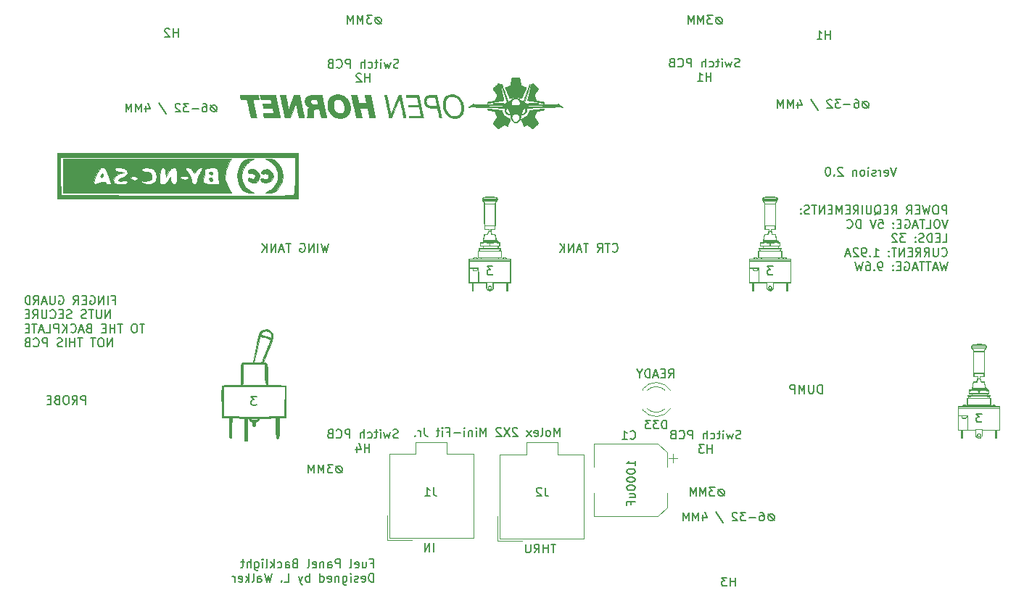
<source format=gbr>
%TF.GenerationSoftware,KiCad,Pcbnew,(5.1.6)-1*%
%TF.CreationDate,2020-12-18T17:33:36+11:00*%
%TF.ProjectId,Fuel Panel PCB V2,4675656c-2050-4616-9e65-6c2050434220,rev?*%
%TF.SameCoordinates,Original*%
%TF.FileFunction,Legend,Bot*%
%TF.FilePolarity,Positive*%
%FSLAX46Y46*%
G04 Gerber Fmt 4.6, Leading zero omitted, Abs format (unit mm)*
G04 Created by KiCad (PCBNEW (5.1.6)-1) date 2020-12-18 17:33:36*
%MOMM*%
%LPD*%
G01*
G04 APERTURE LIST*
%ADD10C,0.150000*%
%ADD11C,0.010000*%
%ADD12C,0.120000*%
%ADD13C,0.100000*%
G04 APERTURE END LIST*
D10*
X137350285Y-129636876D02*
X137159809Y-129636876D01*
X136969333Y-129732114D01*
X136874095Y-129922590D01*
X136874095Y-130113066D01*
X136969333Y-130303542D01*
X137159809Y-130398780D01*
X137350285Y-130398780D01*
X137540761Y-130303542D01*
X137636000Y-130113066D01*
X137636000Y-129922590D01*
X137540761Y-129732114D01*
X137350285Y-129636876D01*
X136874095Y-129636876D02*
X137636000Y-130398780D01*
X136493142Y-129398780D02*
X135874095Y-129398780D01*
X136207428Y-129779733D01*
X136064571Y-129779733D01*
X135969333Y-129827352D01*
X135921714Y-129874971D01*
X135874095Y-129970209D01*
X135874095Y-130208304D01*
X135921714Y-130303542D01*
X135969333Y-130351161D01*
X136064571Y-130398780D01*
X136350285Y-130398780D01*
X136445523Y-130351161D01*
X136493142Y-130303542D01*
X135445523Y-130398780D02*
X135445523Y-129398780D01*
X135112190Y-130113066D01*
X134778857Y-129398780D01*
X134778857Y-130398780D01*
X134302666Y-130398780D02*
X134302666Y-129398780D01*
X133969333Y-130113066D01*
X133636000Y-129398780D01*
X133636000Y-130398780D01*
X181952685Y-132329276D02*
X181762209Y-132329276D01*
X181571733Y-132424514D01*
X181476495Y-132614990D01*
X181476495Y-132805466D01*
X181571733Y-132995942D01*
X181762209Y-133091180D01*
X181952685Y-133091180D01*
X182143161Y-132995942D01*
X182238400Y-132805466D01*
X182238400Y-132614990D01*
X182143161Y-132424514D01*
X181952685Y-132329276D01*
X181476495Y-132329276D02*
X182238400Y-133091180D01*
X181095542Y-132091180D02*
X180476495Y-132091180D01*
X180809828Y-132472133D01*
X180666971Y-132472133D01*
X180571733Y-132519752D01*
X180524114Y-132567371D01*
X180476495Y-132662609D01*
X180476495Y-132900704D01*
X180524114Y-132995942D01*
X180571733Y-133043561D01*
X180666971Y-133091180D01*
X180952685Y-133091180D01*
X181047923Y-133043561D01*
X181095542Y-132995942D01*
X180047923Y-133091180D02*
X180047923Y-132091180D01*
X179714590Y-132805466D01*
X179381257Y-132091180D01*
X179381257Y-133091180D01*
X178905066Y-133091180D02*
X178905066Y-132091180D01*
X178571733Y-132805466D01*
X178238400Y-132091180D01*
X178238400Y-133091180D01*
X181698685Y-77211276D02*
X181508209Y-77211276D01*
X181317733Y-77306514D01*
X181222495Y-77496990D01*
X181222495Y-77687466D01*
X181317733Y-77877942D01*
X181508209Y-77973180D01*
X181698685Y-77973180D01*
X181889161Y-77877942D01*
X181984400Y-77687466D01*
X181984400Y-77496990D01*
X181889161Y-77306514D01*
X181698685Y-77211276D01*
X181222495Y-77211276D02*
X181984400Y-77973180D01*
X180841542Y-76973180D02*
X180222495Y-76973180D01*
X180555828Y-77354133D01*
X180412971Y-77354133D01*
X180317733Y-77401752D01*
X180270114Y-77449371D01*
X180222495Y-77544609D01*
X180222495Y-77782704D01*
X180270114Y-77877942D01*
X180317733Y-77925561D01*
X180412971Y-77973180D01*
X180698685Y-77973180D01*
X180793923Y-77925561D01*
X180841542Y-77877942D01*
X179793923Y-77973180D02*
X179793923Y-76973180D01*
X179460590Y-77687466D01*
X179127257Y-76973180D01*
X179127257Y-77973180D01*
X178651066Y-77973180D02*
X178651066Y-76973180D01*
X178317733Y-77687466D01*
X177984400Y-76973180D01*
X177984400Y-77973180D01*
X141922285Y-77160476D02*
X141731809Y-77160476D01*
X141541333Y-77255714D01*
X141446095Y-77446190D01*
X141446095Y-77636666D01*
X141541333Y-77827142D01*
X141731809Y-77922380D01*
X141922285Y-77922380D01*
X142112761Y-77827142D01*
X142208000Y-77636666D01*
X142208000Y-77446190D01*
X142112761Y-77255714D01*
X141922285Y-77160476D01*
X141446095Y-77160476D02*
X142208000Y-77922380D01*
X141065142Y-76922380D02*
X140446095Y-76922380D01*
X140779428Y-77303333D01*
X140636571Y-77303333D01*
X140541333Y-77350952D01*
X140493714Y-77398571D01*
X140446095Y-77493809D01*
X140446095Y-77731904D01*
X140493714Y-77827142D01*
X140541333Y-77874761D01*
X140636571Y-77922380D01*
X140922285Y-77922380D01*
X141017523Y-77874761D01*
X141065142Y-77827142D01*
X140017523Y-77922380D02*
X140017523Y-76922380D01*
X139684190Y-77636666D01*
X139350857Y-76922380D01*
X139350857Y-77922380D01*
X138874666Y-77922380D02*
X138874666Y-76922380D01*
X138541333Y-77636666D01*
X138208000Y-76922380D01*
X138208000Y-77922380D01*
X144100038Y-126274961D02*
X143957180Y-126322580D01*
X143719085Y-126322580D01*
X143623847Y-126274961D01*
X143576228Y-126227342D01*
X143528609Y-126132104D01*
X143528609Y-126036866D01*
X143576228Y-125941628D01*
X143623847Y-125894009D01*
X143719085Y-125846390D01*
X143909561Y-125798771D01*
X144004800Y-125751152D01*
X144052419Y-125703533D01*
X144100038Y-125608295D01*
X144100038Y-125513057D01*
X144052419Y-125417819D01*
X144004800Y-125370200D01*
X143909561Y-125322580D01*
X143671466Y-125322580D01*
X143528609Y-125370200D01*
X143195276Y-125655914D02*
X143004800Y-126322580D01*
X142814323Y-125846390D01*
X142623847Y-126322580D01*
X142433371Y-125655914D01*
X142052419Y-126322580D02*
X142052419Y-125655914D01*
X142052419Y-125322580D02*
X142100038Y-125370200D01*
X142052419Y-125417819D01*
X142004800Y-125370200D01*
X142052419Y-125322580D01*
X142052419Y-125417819D01*
X141719085Y-125655914D02*
X141338133Y-125655914D01*
X141576228Y-125322580D02*
X141576228Y-126179723D01*
X141528609Y-126274961D01*
X141433371Y-126322580D01*
X141338133Y-126322580D01*
X140576228Y-126274961D02*
X140671466Y-126322580D01*
X140861942Y-126322580D01*
X140957180Y-126274961D01*
X141004800Y-126227342D01*
X141052419Y-126132104D01*
X141052419Y-125846390D01*
X141004800Y-125751152D01*
X140957180Y-125703533D01*
X140861942Y-125655914D01*
X140671466Y-125655914D01*
X140576228Y-125703533D01*
X140147657Y-126322580D02*
X140147657Y-125322580D01*
X139719085Y-126322580D02*
X139719085Y-125798771D01*
X139766704Y-125703533D01*
X139861942Y-125655914D01*
X140004800Y-125655914D01*
X140100038Y-125703533D01*
X140147657Y-125751152D01*
X138480990Y-126322580D02*
X138480990Y-125322580D01*
X138100038Y-125322580D01*
X138004800Y-125370200D01*
X137957180Y-125417819D01*
X137909561Y-125513057D01*
X137909561Y-125655914D01*
X137957180Y-125751152D01*
X138004800Y-125798771D01*
X138100038Y-125846390D01*
X138480990Y-125846390D01*
X136909561Y-126227342D02*
X136957180Y-126274961D01*
X137100038Y-126322580D01*
X137195276Y-126322580D01*
X137338133Y-126274961D01*
X137433371Y-126179723D01*
X137480990Y-126084485D01*
X137528609Y-125894009D01*
X137528609Y-125751152D01*
X137480990Y-125560676D01*
X137433371Y-125465438D01*
X137338133Y-125370200D01*
X137195276Y-125322580D01*
X137100038Y-125322580D01*
X136957180Y-125370200D01*
X136909561Y-125417819D01*
X136147657Y-125798771D02*
X136004800Y-125846390D01*
X135957180Y-125894009D01*
X135909561Y-125989247D01*
X135909561Y-126132104D01*
X135957180Y-126227342D01*
X136004800Y-126274961D01*
X136100038Y-126322580D01*
X136480990Y-126322580D01*
X136480990Y-125322580D01*
X136147657Y-125322580D01*
X136052419Y-125370200D01*
X136004800Y-125417819D01*
X135957180Y-125513057D01*
X135957180Y-125608295D01*
X136004800Y-125703533D01*
X136052419Y-125751152D01*
X136147657Y-125798771D01*
X136480990Y-125798771D01*
X140766704Y-127972580D02*
X140766704Y-126972580D01*
X140766704Y-127448771D02*
X140195276Y-127448771D01*
X140195276Y-127972580D02*
X140195276Y-126972580D01*
X139290514Y-127305914D02*
X139290514Y-127972580D01*
X139528609Y-126924961D02*
X139766704Y-127639247D01*
X139147657Y-127639247D01*
X144150838Y-83044161D02*
X144007980Y-83091780D01*
X143769885Y-83091780D01*
X143674647Y-83044161D01*
X143627028Y-82996542D01*
X143579409Y-82901304D01*
X143579409Y-82806066D01*
X143627028Y-82710828D01*
X143674647Y-82663209D01*
X143769885Y-82615590D01*
X143960361Y-82567971D01*
X144055600Y-82520352D01*
X144103219Y-82472733D01*
X144150838Y-82377495D01*
X144150838Y-82282257D01*
X144103219Y-82187019D01*
X144055600Y-82139400D01*
X143960361Y-82091780D01*
X143722266Y-82091780D01*
X143579409Y-82139400D01*
X143246076Y-82425114D02*
X143055600Y-83091780D01*
X142865123Y-82615590D01*
X142674647Y-83091780D01*
X142484171Y-82425114D01*
X142103219Y-83091780D02*
X142103219Y-82425114D01*
X142103219Y-82091780D02*
X142150838Y-82139400D01*
X142103219Y-82187019D01*
X142055600Y-82139400D01*
X142103219Y-82091780D01*
X142103219Y-82187019D01*
X141769885Y-82425114D02*
X141388933Y-82425114D01*
X141627028Y-82091780D02*
X141627028Y-82948923D01*
X141579409Y-83044161D01*
X141484171Y-83091780D01*
X141388933Y-83091780D01*
X140627028Y-83044161D02*
X140722266Y-83091780D01*
X140912742Y-83091780D01*
X141007980Y-83044161D01*
X141055600Y-82996542D01*
X141103219Y-82901304D01*
X141103219Y-82615590D01*
X141055600Y-82520352D01*
X141007980Y-82472733D01*
X140912742Y-82425114D01*
X140722266Y-82425114D01*
X140627028Y-82472733D01*
X140198457Y-83091780D02*
X140198457Y-82091780D01*
X139769885Y-83091780D02*
X139769885Y-82567971D01*
X139817504Y-82472733D01*
X139912742Y-82425114D01*
X140055600Y-82425114D01*
X140150838Y-82472733D01*
X140198457Y-82520352D01*
X138531790Y-83091780D02*
X138531790Y-82091780D01*
X138150838Y-82091780D01*
X138055600Y-82139400D01*
X138007980Y-82187019D01*
X137960361Y-82282257D01*
X137960361Y-82425114D01*
X138007980Y-82520352D01*
X138055600Y-82567971D01*
X138150838Y-82615590D01*
X138531790Y-82615590D01*
X136960361Y-82996542D02*
X137007980Y-83044161D01*
X137150838Y-83091780D01*
X137246076Y-83091780D01*
X137388933Y-83044161D01*
X137484171Y-82948923D01*
X137531790Y-82853685D01*
X137579409Y-82663209D01*
X137579409Y-82520352D01*
X137531790Y-82329876D01*
X137484171Y-82234638D01*
X137388933Y-82139400D01*
X137246076Y-82091780D01*
X137150838Y-82091780D01*
X137007980Y-82139400D01*
X136960361Y-82187019D01*
X136198457Y-82567971D02*
X136055600Y-82615590D01*
X136007980Y-82663209D01*
X135960361Y-82758447D01*
X135960361Y-82901304D01*
X136007980Y-82996542D01*
X136055600Y-83044161D01*
X136150838Y-83091780D01*
X136531790Y-83091780D01*
X136531790Y-82091780D01*
X136198457Y-82091780D01*
X136103219Y-82139400D01*
X136055600Y-82187019D01*
X136007980Y-82282257D01*
X136007980Y-82377495D01*
X136055600Y-82472733D01*
X136103219Y-82520352D01*
X136198457Y-82567971D01*
X136531790Y-82567971D01*
X140817504Y-84741780D02*
X140817504Y-83741780D01*
X140817504Y-84217971D02*
X140246076Y-84217971D01*
X140246076Y-84741780D02*
X140246076Y-83741780D01*
X139817504Y-83837019D02*
X139769885Y-83789400D01*
X139674647Y-83741780D01*
X139436552Y-83741780D01*
X139341314Y-83789400D01*
X139293695Y-83837019D01*
X139246076Y-83932257D01*
X139246076Y-84027495D01*
X139293695Y-84170352D01*
X139865123Y-84741780D01*
X139246076Y-84741780D01*
X184130438Y-126376561D02*
X183987580Y-126424180D01*
X183749485Y-126424180D01*
X183654247Y-126376561D01*
X183606628Y-126328942D01*
X183559009Y-126233704D01*
X183559009Y-126138466D01*
X183606628Y-126043228D01*
X183654247Y-125995609D01*
X183749485Y-125947990D01*
X183939961Y-125900371D01*
X184035200Y-125852752D01*
X184082819Y-125805133D01*
X184130438Y-125709895D01*
X184130438Y-125614657D01*
X184082819Y-125519419D01*
X184035200Y-125471800D01*
X183939961Y-125424180D01*
X183701866Y-125424180D01*
X183559009Y-125471800D01*
X183225676Y-125757514D02*
X183035200Y-126424180D01*
X182844723Y-125947990D01*
X182654247Y-126424180D01*
X182463771Y-125757514D01*
X182082819Y-126424180D02*
X182082819Y-125757514D01*
X182082819Y-125424180D02*
X182130438Y-125471800D01*
X182082819Y-125519419D01*
X182035200Y-125471800D01*
X182082819Y-125424180D01*
X182082819Y-125519419D01*
X181749485Y-125757514D02*
X181368533Y-125757514D01*
X181606628Y-125424180D02*
X181606628Y-126281323D01*
X181559009Y-126376561D01*
X181463771Y-126424180D01*
X181368533Y-126424180D01*
X180606628Y-126376561D02*
X180701866Y-126424180D01*
X180892342Y-126424180D01*
X180987580Y-126376561D01*
X181035200Y-126328942D01*
X181082819Y-126233704D01*
X181082819Y-125947990D01*
X181035200Y-125852752D01*
X180987580Y-125805133D01*
X180892342Y-125757514D01*
X180701866Y-125757514D01*
X180606628Y-125805133D01*
X180178057Y-126424180D02*
X180178057Y-125424180D01*
X179749485Y-126424180D02*
X179749485Y-125900371D01*
X179797104Y-125805133D01*
X179892342Y-125757514D01*
X180035200Y-125757514D01*
X180130438Y-125805133D01*
X180178057Y-125852752D01*
X178511390Y-126424180D02*
X178511390Y-125424180D01*
X178130438Y-125424180D01*
X178035200Y-125471800D01*
X177987580Y-125519419D01*
X177939961Y-125614657D01*
X177939961Y-125757514D01*
X177987580Y-125852752D01*
X178035200Y-125900371D01*
X178130438Y-125947990D01*
X178511390Y-125947990D01*
X176939961Y-126328942D02*
X176987580Y-126376561D01*
X177130438Y-126424180D01*
X177225676Y-126424180D01*
X177368533Y-126376561D01*
X177463771Y-126281323D01*
X177511390Y-126186085D01*
X177559009Y-125995609D01*
X177559009Y-125852752D01*
X177511390Y-125662276D01*
X177463771Y-125567038D01*
X177368533Y-125471800D01*
X177225676Y-125424180D01*
X177130438Y-125424180D01*
X176987580Y-125471800D01*
X176939961Y-125519419D01*
X176178057Y-125900371D02*
X176035200Y-125947990D01*
X175987580Y-125995609D01*
X175939961Y-126090847D01*
X175939961Y-126233704D01*
X175987580Y-126328942D01*
X176035200Y-126376561D01*
X176130438Y-126424180D01*
X176511390Y-126424180D01*
X176511390Y-125424180D01*
X176178057Y-125424180D01*
X176082819Y-125471800D01*
X176035200Y-125519419D01*
X175987580Y-125614657D01*
X175987580Y-125709895D01*
X176035200Y-125805133D01*
X176082819Y-125852752D01*
X176178057Y-125900371D01*
X176511390Y-125900371D01*
X180797104Y-128074180D02*
X180797104Y-127074180D01*
X180797104Y-127550371D02*
X180225676Y-127550371D01*
X180225676Y-128074180D02*
X180225676Y-127074180D01*
X179844723Y-127074180D02*
X179225676Y-127074180D01*
X179559009Y-127455133D01*
X179416152Y-127455133D01*
X179320914Y-127502752D01*
X179273295Y-127550371D01*
X179225676Y-127645609D01*
X179225676Y-127883704D01*
X179273295Y-127978942D01*
X179320914Y-128026561D01*
X179416152Y-128074180D01*
X179701866Y-128074180D01*
X179797104Y-128026561D01*
X179844723Y-127978942D01*
X183978038Y-82942561D02*
X183835180Y-82990180D01*
X183597085Y-82990180D01*
X183501847Y-82942561D01*
X183454228Y-82894942D01*
X183406609Y-82799704D01*
X183406609Y-82704466D01*
X183454228Y-82609228D01*
X183501847Y-82561609D01*
X183597085Y-82513990D01*
X183787561Y-82466371D01*
X183882800Y-82418752D01*
X183930419Y-82371133D01*
X183978038Y-82275895D01*
X183978038Y-82180657D01*
X183930419Y-82085419D01*
X183882800Y-82037800D01*
X183787561Y-81990180D01*
X183549466Y-81990180D01*
X183406609Y-82037800D01*
X183073276Y-82323514D02*
X182882800Y-82990180D01*
X182692323Y-82513990D01*
X182501847Y-82990180D01*
X182311371Y-82323514D01*
X181930419Y-82990180D02*
X181930419Y-82323514D01*
X181930419Y-81990180D02*
X181978038Y-82037800D01*
X181930419Y-82085419D01*
X181882800Y-82037800D01*
X181930419Y-81990180D01*
X181930419Y-82085419D01*
X181597085Y-82323514D02*
X181216133Y-82323514D01*
X181454228Y-81990180D02*
X181454228Y-82847323D01*
X181406609Y-82942561D01*
X181311371Y-82990180D01*
X181216133Y-82990180D01*
X180454228Y-82942561D02*
X180549466Y-82990180D01*
X180739942Y-82990180D01*
X180835180Y-82942561D01*
X180882800Y-82894942D01*
X180930419Y-82799704D01*
X180930419Y-82513990D01*
X180882800Y-82418752D01*
X180835180Y-82371133D01*
X180739942Y-82323514D01*
X180549466Y-82323514D01*
X180454228Y-82371133D01*
X180025657Y-82990180D02*
X180025657Y-81990180D01*
X179597085Y-82990180D02*
X179597085Y-82466371D01*
X179644704Y-82371133D01*
X179739942Y-82323514D01*
X179882800Y-82323514D01*
X179978038Y-82371133D01*
X180025657Y-82418752D01*
X178358990Y-82990180D02*
X178358990Y-81990180D01*
X177978038Y-81990180D01*
X177882800Y-82037800D01*
X177835180Y-82085419D01*
X177787561Y-82180657D01*
X177787561Y-82323514D01*
X177835180Y-82418752D01*
X177882800Y-82466371D01*
X177978038Y-82513990D01*
X178358990Y-82513990D01*
X176787561Y-82894942D02*
X176835180Y-82942561D01*
X176978038Y-82990180D01*
X177073276Y-82990180D01*
X177216133Y-82942561D01*
X177311371Y-82847323D01*
X177358990Y-82752085D01*
X177406609Y-82561609D01*
X177406609Y-82418752D01*
X177358990Y-82228276D01*
X177311371Y-82133038D01*
X177216133Y-82037800D01*
X177073276Y-81990180D01*
X176978038Y-81990180D01*
X176835180Y-82037800D01*
X176787561Y-82085419D01*
X176025657Y-82466371D02*
X175882800Y-82513990D01*
X175835180Y-82561609D01*
X175787561Y-82656847D01*
X175787561Y-82799704D01*
X175835180Y-82894942D01*
X175882800Y-82942561D01*
X175978038Y-82990180D01*
X176358990Y-82990180D01*
X176358990Y-81990180D01*
X176025657Y-81990180D01*
X175930419Y-82037800D01*
X175882800Y-82085419D01*
X175835180Y-82180657D01*
X175835180Y-82275895D01*
X175882800Y-82371133D01*
X175930419Y-82418752D01*
X176025657Y-82466371D01*
X176358990Y-82466371D01*
X180644704Y-84640180D02*
X180644704Y-83640180D01*
X180644704Y-84116371D02*
X180073276Y-84116371D01*
X180073276Y-84640180D02*
X180073276Y-83640180D01*
X179073276Y-84640180D02*
X179644704Y-84640180D01*
X179358990Y-84640180D02*
X179358990Y-83640180D01*
X179454228Y-83783038D01*
X179549466Y-83878276D01*
X179644704Y-83925895D01*
X127587333Y-121473980D02*
X126968285Y-121473980D01*
X127301619Y-121854933D01*
X127158761Y-121854933D01*
X127063523Y-121902552D01*
X127015904Y-121950171D01*
X126968285Y-122045409D01*
X126968285Y-122283504D01*
X127015904Y-122378742D01*
X127063523Y-122426361D01*
X127158761Y-122473980D01*
X127444476Y-122473980D01*
X127539714Y-122426361D01*
X127587333Y-122378742D01*
X175693200Y-119273580D02*
X176026533Y-118797390D01*
X176264628Y-119273580D02*
X176264628Y-118273580D01*
X175883676Y-118273580D01*
X175788438Y-118321200D01*
X175740819Y-118368819D01*
X175693200Y-118464057D01*
X175693200Y-118606914D01*
X175740819Y-118702152D01*
X175788438Y-118749771D01*
X175883676Y-118797390D01*
X176264628Y-118797390D01*
X175264628Y-118749771D02*
X174931295Y-118749771D01*
X174788438Y-119273580D02*
X175264628Y-119273580D01*
X175264628Y-118273580D01*
X174788438Y-118273580D01*
X174407485Y-118987866D02*
X173931295Y-118987866D01*
X174502723Y-119273580D02*
X174169390Y-118273580D01*
X173836057Y-119273580D01*
X173502723Y-119273580D02*
X173502723Y-118273580D01*
X173264628Y-118273580D01*
X173121771Y-118321200D01*
X173026533Y-118416438D01*
X172978914Y-118511676D01*
X172931295Y-118702152D01*
X172931295Y-118845009D01*
X172978914Y-119035485D01*
X173026533Y-119130723D01*
X173121771Y-119225961D01*
X173264628Y-119273580D01*
X173502723Y-119273580D01*
X172312247Y-118797390D02*
X172312247Y-119273580D01*
X172645580Y-118273580D02*
X172312247Y-118797390D01*
X171978914Y-118273580D01*
X171800780Y-129548190D02*
X171800780Y-128976761D01*
X171800780Y-129262476D02*
X170800780Y-129262476D01*
X170943638Y-129167238D01*
X171038876Y-129072000D01*
X171086495Y-128976761D01*
X170800780Y-130167238D02*
X170800780Y-130262476D01*
X170848400Y-130357714D01*
X170896019Y-130405333D01*
X170991257Y-130452952D01*
X171181733Y-130500571D01*
X171419828Y-130500571D01*
X171610304Y-130452952D01*
X171705542Y-130405333D01*
X171753161Y-130357714D01*
X171800780Y-130262476D01*
X171800780Y-130167238D01*
X171753161Y-130072000D01*
X171705542Y-130024380D01*
X171610304Y-129976761D01*
X171419828Y-129929142D01*
X171181733Y-129929142D01*
X170991257Y-129976761D01*
X170896019Y-130024380D01*
X170848400Y-130072000D01*
X170800780Y-130167238D01*
X170800780Y-131119619D02*
X170800780Y-131214857D01*
X170848400Y-131310095D01*
X170896019Y-131357714D01*
X170991257Y-131405333D01*
X171181733Y-131452952D01*
X171419828Y-131452952D01*
X171610304Y-131405333D01*
X171705542Y-131357714D01*
X171753161Y-131310095D01*
X171800780Y-131214857D01*
X171800780Y-131119619D01*
X171753161Y-131024380D01*
X171705542Y-130976761D01*
X171610304Y-130929142D01*
X171419828Y-130881523D01*
X171181733Y-130881523D01*
X170991257Y-130929142D01*
X170896019Y-130976761D01*
X170848400Y-131024380D01*
X170800780Y-131119619D01*
X170800780Y-132072000D02*
X170800780Y-132167238D01*
X170848400Y-132262476D01*
X170896019Y-132310095D01*
X170991257Y-132357714D01*
X171181733Y-132405333D01*
X171419828Y-132405333D01*
X171610304Y-132357714D01*
X171705542Y-132310095D01*
X171753161Y-132262476D01*
X171800780Y-132167238D01*
X171800780Y-132072000D01*
X171753161Y-131976761D01*
X171705542Y-131929142D01*
X171610304Y-131881523D01*
X171419828Y-131833904D01*
X171181733Y-131833904D01*
X170991257Y-131881523D01*
X170896019Y-131929142D01*
X170848400Y-131976761D01*
X170800780Y-132072000D01*
X171134114Y-133262476D02*
X171800780Y-133262476D01*
X171134114Y-132833904D02*
X171657923Y-132833904D01*
X171753161Y-132881523D01*
X171800780Y-132976761D01*
X171800780Y-133119619D01*
X171753161Y-133214857D01*
X171705542Y-133262476D01*
X171276971Y-134072000D02*
X171276971Y-133738666D01*
X171800780Y-133738666D02*
X170800780Y-133738666D01*
X170800780Y-134214857D01*
X208173004Y-100159540D02*
X208173004Y-99159540D01*
X207792052Y-99159540D01*
X207696814Y-99207160D01*
X207649195Y-99254779D01*
X207601576Y-99350017D01*
X207601576Y-99492874D01*
X207649195Y-99588112D01*
X207696814Y-99635731D01*
X207792052Y-99683350D01*
X208173004Y-99683350D01*
X206982528Y-99159540D02*
X206792052Y-99159540D01*
X206696814Y-99207160D01*
X206601576Y-99302398D01*
X206553957Y-99492874D01*
X206553957Y-99826207D01*
X206601576Y-100016683D01*
X206696814Y-100111921D01*
X206792052Y-100159540D01*
X206982528Y-100159540D01*
X207077766Y-100111921D01*
X207173004Y-100016683D01*
X207220623Y-99826207D01*
X207220623Y-99492874D01*
X207173004Y-99302398D01*
X207077766Y-99207160D01*
X206982528Y-99159540D01*
X206220623Y-99159540D02*
X205982528Y-100159540D01*
X205792052Y-99445255D01*
X205601576Y-100159540D01*
X205363480Y-99159540D01*
X204982528Y-99635731D02*
X204649195Y-99635731D01*
X204506338Y-100159540D02*
X204982528Y-100159540D01*
X204982528Y-99159540D01*
X204506338Y-99159540D01*
X203506338Y-100159540D02*
X203839671Y-99683350D01*
X204077766Y-100159540D02*
X204077766Y-99159540D01*
X203696814Y-99159540D01*
X203601576Y-99207160D01*
X203553957Y-99254779D01*
X203506338Y-99350017D01*
X203506338Y-99492874D01*
X203553957Y-99588112D01*
X203601576Y-99635731D01*
X203696814Y-99683350D01*
X204077766Y-99683350D01*
X201744433Y-100159540D02*
X202077766Y-99683350D01*
X202315861Y-100159540D02*
X202315861Y-99159540D01*
X201934909Y-99159540D01*
X201839671Y-99207160D01*
X201792052Y-99254779D01*
X201744433Y-99350017D01*
X201744433Y-99492874D01*
X201792052Y-99588112D01*
X201839671Y-99635731D01*
X201934909Y-99683350D01*
X202315861Y-99683350D01*
X201315861Y-99635731D02*
X200982528Y-99635731D01*
X200839671Y-100159540D02*
X201315861Y-100159540D01*
X201315861Y-99159540D01*
X200839671Y-99159540D01*
X199744433Y-100254779D02*
X199839671Y-100207160D01*
X199934909Y-100111921D01*
X200077766Y-99969064D01*
X200173004Y-99921445D01*
X200268242Y-99921445D01*
X200220623Y-100159540D02*
X200315861Y-100111921D01*
X200411100Y-100016683D01*
X200458719Y-99826207D01*
X200458719Y-99492874D01*
X200411100Y-99302398D01*
X200315861Y-99207160D01*
X200220623Y-99159540D01*
X200030147Y-99159540D01*
X199934909Y-99207160D01*
X199839671Y-99302398D01*
X199792052Y-99492874D01*
X199792052Y-99826207D01*
X199839671Y-100016683D01*
X199934909Y-100111921D01*
X200030147Y-100159540D01*
X200220623Y-100159540D01*
X199363480Y-99159540D02*
X199363480Y-99969064D01*
X199315861Y-100064302D01*
X199268242Y-100111921D01*
X199173004Y-100159540D01*
X198982528Y-100159540D01*
X198887290Y-100111921D01*
X198839671Y-100064302D01*
X198792052Y-99969064D01*
X198792052Y-99159540D01*
X198315861Y-100159540D02*
X198315861Y-99159540D01*
X197268242Y-100159540D02*
X197601576Y-99683350D01*
X197839671Y-100159540D02*
X197839671Y-99159540D01*
X197458719Y-99159540D01*
X197363480Y-99207160D01*
X197315861Y-99254779D01*
X197268242Y-99350017D01*
X197268242Y-99492874D01*
X197315861Y-99588112D01*
X197363480Y-99635731D01*
X197458719Y-99683350D01*
X197839671Y-99683350D01*
X196839671Y-99635731D02*
X196506338Y-99635731D01*
X196363480Y-100159540D02*
X196839671Y-100159540D01*
X196839671Y-99159540D01*
X196363480Y-99159540D01*
X195934909Y-100159540D02*
X195934909Y-99159540D01*
X195601576Y-99873826D01*
X195268242Y-99159540D01*
X195268242Y-100159540D01*
X194792052Y-99635731D02*
X194458719Y-99635731D01*
X194315861Y-100159540D02*
X194792052Y-100159540D01*
X194792052Y-99159540D01*
X194315861Y-99159540D01*
X193887290Y-100159540D02*
X193887290Y-99159540D01*
X193315861Y-100159540D01*
X193315861Y-99159540D01*
X192982528Y-99159540D02*
X192411100Y-99159540D01*
X192696814Y-100159540D02*
X192696814Y-99159540D01*
X192125385Y-100111921D02*
X191982528Y-100159540D01*
X191744433Y-100159540D01*
X191649195Y-100111921D01*
X191601576Y-100064302D01*
X191553957Y-99969064D01*
X191553957Y-99873826D01*
X191601576Y-99778588D01*
X191649195Y-99730969D01*
X191744433Y-99683350D01*
X191934909Y-99635731D01*
X192030147Y-99588112D01*
X192077766Y-99540493D01*
X192125385Y-99445255D01*
X192125385Y-99350017D01*
X192077766Y-99254779D01*
X192030147Y-99207160D01*
X191934909Y-99159540D01*
X191696814Y-99159540D01*
X191553957Y-99207160D01*
X191125385Y-100064302D02*
X191077766Y-100111921D01*
X191125385Y-100159540D01*
X191173004Y-100111921D01*
X191125385Y-100064302D01*
X191125385Y-100159540D01*
X191125385Y-99540493D02*
X191077766Y-99588112D01*
X191125385Y-99635731D01*
X191173004Y-99588112D01*
X191125385Y-99540493D01*
X191125385Y-99635731D01*
X208315861Y-100809540D02*
X207982528Y-101809540D01*
X207649195Y-100809540D01*
X207125385Y-100809540D02*
X206934909Y-100809540D01*
X206839671Y-100857160D01*
X206744433Y-100952398D01*
X206696814Y-101142874D01*
X206696814Y-101476207D01*
X206744433Y-101666683D01*
X206839671Y-101761921D01*
X206934909Y-101809540D01*
X207125385Y-101809540D01*
X207220623Y-101761921D01*
X207315861Y-101666683D01*
X207363480Y-101476207D01*
X207363480Y-101142874D01*
X207315861Y-100952398D01*
X207220623Y-100857160D01*
X207125385Y-100809540D01*
X205792052Y-101809540D02*
X206268242Y-101809540D01*
X206268242Y-100809540D01*
X205601576Y-100809540D02*
X205030147Y-100809540D01*
X205315861Y-101809540D02*
X205315861Y-100809540D01*
X204744433Y-101523826D02*
X204268242Y-101523826D01*
X204839671Y-101809540D02*
X204506338Y-100809540D01*
X204173004Y-101809540D01*
X203315861Y-100857160D02*
X203411100Y-100809540D01*
X203553957Y-100809540D01*
X203696814Y-100857160D01*
X203792052Y-100952398D01*
X203839671Y-101047636D01*
X203887290Y-101238112D01*
X203887290Y-101380969D01*
X203839671Y-101571445D01*
X203792052Y-101666683D01*
X203696814Y-101761921D01*
X203553957Y-101809540D01*
X203458719Y-101809540D01*
X203315861Y-101761921D01*
X203268242Y-101714302D01*
X203268242Y-101380969D01*
X203458719Y-101380969D01*
X202839671Y-101285731D02*
X202506338Y-101285731D01*
X202363480Y-101809540D02*
X202839671Y-101809540D01*
X202839671Y-100809540D01*
X202363480Y-100809540D01*
X201934909Y-101714302D02*
X201887290Y-101761921D01*
X201934909Y-101809540D01*
X201982528Y-101761921D01*
X201934909Y-101714302D01*
X201934909Y-101809540D01*
X201934909Y-101190493D02*
X201887290Y-101238112D01*
X201934909Y-101285731D01*
X201982528Y-101238112D01*
X201934909Y-101190493D01*
X201934909Y-101285731D01*
X200220623Y-100809540D02*
X200696814Y-100809540D01*
X200744433Y-101285731D01*
X200696814Y-101238112D01*
X200601576Y-101190493D01*
X200363480Y-101190493D01*
X200268242Y-101238112D01*
X200220623Y-101285731D01*
X200173004Y-101380969D01*
X200173004Y-101619064D01*
X200220623Y-101714302D01*
X200268242Y-101761921D01*
X200363480Y-101809540D01*
X200601576Y-101809540D01*
X200696814Y-101761921D01*
X200744433Y-101714302D01*
X199887290Y-100809540D02*
X199553957Y-101809540D01*
X199220623Y-100809540D01*
X198125385Y-101809540D02*
X198125385Y-100809540D01*
X197887290Y-100809540D01*
X197744433Y-100857160D01*
X197649195Y-100952398D01*
X197601576Y-101047636D01*
X197553957Y-101238112D01*
X197553957Y-101380969D01*
X197601576Y-101571445D01*
X197649195Y-101666683D01*
X197744433Y-101761921D01*
X197887290Y-101809540D01*
X198125385Y-101809540D01*
X196553957Y-101714302D02*
X196601576Y-101761921D01*
X196744433Y-101809540D01*
X196839671Y-101809540D01*
X196982528Y-101761921D01*
X197077766Y-101666683D01*
X197125385Y-101571445D01*
X197173004Y-101380969D01*
X197173004Y-101238112D01*
X197125385Y-101047636D01*
X197077766Y-100952398D01*
X196982528Y-100857160D01*
X196839671Y-100809540D01*
X196744433Y-100809540D01*
X196601576Y-100857160D01*
X196553957Y-100904779D01*
X207696814Y-103459540D02*
X208173004Y-103459540D01*
X208173004Y-102459540D01*
X207363480Y-102935731D02*
X207030147Y-102935731D01*
X206887290Y-103459540D02*
X207363480Y-103459540D01*
X207363480Y-102459540D01*
X206887290Y-102459540D01*
X206458719Y-103459540D02*
X206458719Y-102459540D01*
X206220623Y-102459540D01*
X206077766Y-102507160D01*
X205982528Y-102602398D01*
X205934909Y-102697636D01*
X205887290Y-102888112D01*
X205887290Y-103030969D01*
X205934909Y-103221445D01*
X205982528Y-103316683D01*
X206077766Y-103411921D01*
X206220623Y-103459540D01*
X206458719Y-103459540D01*
X205506338Y-103411921D02*
X205363480Y-103459540D01*
X205125385Y-103459540D01*
X205030147Y-103411921D01*
X204982528Y-103364302D01*
X204934909Y-103269064D01*
X204934909Y-103173826D01*
X204982528Y-103078588D01*
X205030147Y-103030969D01*
X205125385Y-102983350D01*
X205315861Y-102935731D01*
X205411100Y-102888112D01*
X205458719Y-102840493D01*
X205506338Y-102745255D01*
X205506338Y-102650017D01*
X205458719Y-102554779D01*
X205411100Y-102507160D01*
X205315861Y-102459540D01*
X205077766Y-102459540D01*
X204934909Y-102507160D01*
X204506338Y-103364302D02*
X204458719Y-103411921D01*
X204506338Y-103459540D01*
X204553957Y-103411921D01*
X204506338Y-103364302D01*
X204506338Y-103459540D01*
X204506338Y-102840493D02*
X204458719Y-102888112D01*
X204506338Y-102935731D01*
X204553957Y-102888112D01*
X204506338Y-102840493D01*
X204506338Y-102935731D01*
X203363480Y-102459540D02*
X202744433Y-102459540D01*
X203077766Y-102840493D01*
X202934909Y-102840493D01*
X202839671Y-102888112D01*
X202792052Y-102935731D01*
X202744433Y-103030969D01*
X202744433Y-103269064D01*
X202792052Y-103364302D01*
X202839671Y-103411921D01*
X202934909Y-103459540D01*
X203220623Y-103459540D01*
X203315861Y-103411921D01*
X203363480Y-103364302D01*
X202363480Y-102554779D02*
X202315861Y-102507160D01*
X202220623Y-102459540D01*
X201982528Y-102459540D01*
X201887290Y-102507160D01*
X201839671Y-102554779D01*
X201792052Y-102650017D01*
X201792052Y-102745255D01*
X201839671Y-102888112D01*
X202411100Y-103459540D01*
X201792052Y-103459540D01*
X207601576Y-105014302D02*
X207649195Y-105061921D01*
X207792052Y-105109540D01*
X207887290Y-105109540D01*
X208030147Y-105061921D01*
X208125385Y-104966683D01*
X208173004Y-104871445D01*
X208220623Y-104680969D01*
X208220623Y-104538112D01*
X208173004Y-104347636D01*
X208125385Y-104252398D01*
X208030147Y-104157160D01*
X207887290Y-104109540D01*
X207792052Y-104109540D01*
X207649195Y-104157160D01*
X207601576Y-104204779D01*
X207173004Y-104109540D02*
X207173004Y-104919064D01*
X207125385Y-105014302D01*
X207077766Y-105061921D01*
X206982528Y-105109540D01*
X206792052Y-105109540D01*
X206696814Y-105061921D01*
X206649195Y-105014302D01*
X206601576Y-104919064D01*
X206601576Y-104109540D01*
X205553957Y-105109540D02*
X205887290Y-104633350D01*
X206125385Y-105109540D02*
X206125385Y-104109540D01*
X205744433Y-104109540D01*
X205649195Y-104157160D01*
X205601576Y-104204779D01*
X205553957Y-104300017D01*
X205553957Y-104442874D01*
X205601576Y-104538112D01*
X205649195Y-104585731D01*
X205744433Y-104633350D01*
X206125385Y-104633350D01*
X204553957Y-105109540D02*
X204887290Y-104633350D01*
X205125385Y-105109540D02*
X205125385Y-104109540D01*
X204744433Y-104109540D01*
X204649195Y-104157160D01*
X204601576Y-104204779D01*
X204553957Y-104300017D01*
X204553957Y-104442874D01*
X204601576Y-104538112D01*
X204649195Y-104585731D01*
X204744433Y-104633350D01*
X205125385Y-104633350D01*
X204125385Y-104585731D02*
X203792052Y-104585731D01*
X203649195Y-105109540D02*
X204125385Y-105109540D01*
X204125385Y-104109540D01*
X203649195Y-104109540D01*
X203220623Y-105109540D02*
X203220623Y-104109540D01*
X202649195Y-105109540D01*
X202649195Y-104109540D01*
X202315861Y-104109540D02*
X201744433Y-104109540D01*
X202030147Y-105109540D02*
X202030147Y-104109540D01*
X201411100Y-105014302D02*
X201363480Y-105061921D01*
X201411100Y-105109540D01*
X201458719Y-105061921D01*
X201411100Y-105014302D01*
X201411100Y-105109540D01*
X201411100Y-104490493D02*
X201363480Y-104538112D01*
X201411100Y-104585731D01*
X201458719Y-104538112D01*
X201411100Y-104490493D01*
X201411100Y-104585731D01*
X199649195Y-105109540D02*
X200220623Y-105109540D01*
X199934909Y-105109540D02*
X199934909Y-104109540D01*
X200030147Y-104252398D01*
X200125385Y-104347636D01*
X200220623Y-104395255D01*
X199220623Y-105014302D02*
X199173004Y-105061921D01*
X199220623Y-105109540D01*
X199268242Y-105061921D01*
X199220623Y-105014302D01*
X199220623Y-105109540D01*
X198696814Y-105109540D02*
X198506338Y-105109540D01*
X198411100Y-105061921D01*
X198363480Y-105014302D01*
X198268242Y-104871445D01*
X198220623Y-104680969D01*
X198220623Y-104300017D01*
X198268242Y-104204779D01*
X198315861Y-104157160D01*
X198411100Y-104109540D01*
X198601576Y-104109540D01*
X198696814Y-104157160D01*
X198744433Y-104204779D01*
X198792052Y-104300017D01*
X198792052Y-104538112D01*
X198744433Y-104633350D01*
X198696814Y-104680969D01*
X198601576Y-104728588D01*
X198411100Y-104728588D01*
X198315861Y-104680969D01*
X198268242Y-104633350D01*
X198220623Y-104538112D01*
X197839671Y-104204779D02*
X197792052Y-104157160D01*
X197696814Y-104109540D01*
X197458719Y-104109540D01*
X197363480Y-104157160D01*
X197315861Y-104204779D01*
X197268242Y-104300017D01*
X197268242Y-104395255D01*
X197315861Y-104538112D01*
X197887290Y-105109540D01*
X197268242Y-105109540D01*
X196887290Y-104823826D02*
X196411100Y-104823826D01*
X196982528Y-105109540D02*
X196649195Y-104109540D01*
X196315861Y-105109540D01*
X208268242Y-105759540D02*
X208030147Y-106759540D01*
X207839671Y-106045255D01*
X207649195Y-106759540D01*
X207411100Y-105759540D01*
X207077766Y-106473826D02*
X206601576Y-106473826D01*
X207173004Y-106759540D02*
X206839671Y-105759540D01*
X206506338Y-106759540D01*
X206315861Y-105759540D02*
X205744433Y-105759540D01*
X206030147Y-106759540D02*
X206030147Y-105759540D01*
X205553957Y-105759540D02*
X204982528Y-105759540D01*
X205268242Y-106759540D02*
X205268242Y-105759540D01*
X204696814Y-106473826D02*
X204220623Y-106473826D01*
X204792052Y-106759540D02*
X204458719Y-105759540D01*
X204125385Y-106759540D01*
X203268242Y-105807160D02*
X203363480Y-105759540D01*
X203506338Y-105759540D01*
X203649195Y-105807160D01*
X203744433Y-105902398D01*
X203792052Y-105997636D01*
X203839671Y-106188112D01*
X203839671Y-106330969D01*
X203792052Y-106521445D01*
X203744433Y-106616683D01*
X203649195Y-106711921D01*
X203506338Y-106759540D01*
X203411100Y-106759540D01*
X203268242Y-106711921D01*
X203220623Y-106664302D01*
X203220623Y-106330969D01*
X203411100Y-106330969D01*
X202792052Y-106235731D02*
X202458719Y-106235731D01*
X202315861Y-106759540D02*
X202792052Y-106759540D01*
X202792052Y-105759540D01*
X202315861Y-105759540D01*
X201887290Y-106664302D02*
X201839671Y-106711921D01*
X201887290Y-106759540D01*
X201934909Y-106711921D01*
X201887290Y-106664302D01*
X201887290Y-106759540D01*
X201887290Y-106140493D02*
X201839671Y-106188112D01*
X201887290Y-106235731D01*
X201934909Y-106188112D01*
X201887290Y-106140493D01*
X201887290Y-106235731D01*
X200601576Y-106759540D02*
X200411100Y-106759540D01*
X200315861Y-106711921D01*
X200268242Y-106664302D01*
X200173004Y-106521445D01*
X200125385Y-106330969D01*
X200125385Y-105950017D01*
X200173004Y-105854779D01*
X200220623Y-105807160D01*
X200315861Y-105759540D01*
X200506338Y-105759540D01*
X200601576Y-105807160D01*
X200649195Y-105854779D01*
X200696814Y-105950017D01*
X200696814Y-106188112D01*
X200649195Y-106283350D01*
X200601576Y-106330969D01*
X200506338Y-106378588D01*
X200315861Y-106378588D01*
X200220623Y-106330969D01*
X200173004Y-106283350D01*
X200125385Y-106188112D01*
X199696814Y-106664302D02*
X199649195Y-106711921D01*
X199696814Y-106759540D01*
X199744433Y-106711921D01*
X199696814Y-106664302D01*
X199696814Y-106759540D01*
X198792052Y-105759540D02*
X198982528Y-105759540D01*
X199077766Y-105807160D01*
X199125385Y-105854779D01*
X199220623Y-105997636D01*
X199268242Y-106188112D01*
X199268242Y-106569064D01*
X199220623Y-106664302D01*
X199173004Y-106711921D01*
X199077766Y-106759540D01*
X198887290Y-106759540D01*
X198792052Y-106711921D01*
X198744433Y-106664302D01*
X198696814Y-106569064D01*
X198696814Y-106330969D01*
X198744433Y-106235731D01*
X198792052Y-106188112D01*
X198887290Y-106140493D01*
X199077766Y-106140493D01*
X199173004Y-106188112D01*
X199220623Y-106235731D01*
X199268242Y-106330969D01*
X198363480Y-105759540D02*
X198125385Y-106759540D01*
X197934909Y-106045255D01*
X197744433Y-106759540D01*
X197506338Y-105759540D01*
X163001220Y-126108720D02*
X163001220Y-125108720D01*
X162667887Y-125823006D01*
X162334554Y-125108720D01*
X162334554Y-126108720D01*
X161715506Y-126108720D02*
X161810744Y-126061101D01*
X161858363Y-126013482D01*
X161905982Y-125918244D01*
X161905982Y-125632530D01*
X161858363Y-125537292D01*
X161810744Y-125489673D01*
X161715506Y-125442054D01*
X161572649Y-125442054D01*
X161477411Y-125489673D01*
X161429792Y-125537292D01*
X161382173Y-125632530D01*
X161382173Y-125918244D01*
X161429792Y-126013482D01*
X161477411Y-126061101D01*
X161572649Y-126108720D01*
X161715506Y-126108720D01*
X160810744Y-126108720D02*
X160905982Y-126061101D01*
X160953601Y-125965863D01*
X160953601Y-125108720D01*
X160048840Y-126061101D02*
X160144078Y-126108720D01*
X160334554Y-126108720D01*
X160429792Y-126061101D01*
X160477411Y-125965863D01*
X160477411Y-125584911D01*
X160429792Y-125489673D01*
X160334554Y-125442054D01*
X160144078Y-125442054D01*
X160048840Y-125489673D01*
X160001220Y-125584911D01*
X160001220Y-125680149D01*
X160477411Y-125775387D01*
X159667887Y-126108720D02*
X159144078Y-125442054D01*
X159667887Y-125442054D02*
X159144078Y-126108720D01*
X158048840Y-125203959D02*
X158001220Y-125156340D01*
X157905982Y-125108720D01*
X157667887Y-125108720D01*
X157572649Y-125156340D01*
X157525030Y-125203959D01*
X157477411Y-125299197D01*
X157477411Y-125394435D01*
X157525030Y-125537292D01*
X158096459Y-126108720D01*
X157477411Y-126108720D01*
X157144078Y-125108720D02*
X156477411Y-126108720D01*
X156477411Y-125108720D02*
X157144078Y-126108720D01*
X156144078Y-125203959D02*
X156096459Y-125156340D01*
X156001220Y-125108720D01*
X155763125Y-125108720D01*
X155667887Y-125156340D01*
X155620268Y-125203959D01*
X155572649Y-125299197D01*
X155572649Y-125394435D01*
X155620268Y-125537292D01*
X156191697Y-126108720D01*
X155572649Y-126108720D01*
X154382173Y-126108720D02*
X154382173Y-125108720D01*
X154048840Y-125823006D01*
X153715506Y-125108720D01*
X153715506Y-126108720D01*
X153239316Y-126108720D02*
X153239316Y-125442054D01*
X153239316Y-125108720D02*
X153286935Y-125156340D01*
X153239316Y-125203959D01*
X153191697Y-125156340D01*
X153239316Y-125108720D01*
X153239316Y-125203959D01*
X152763125Y-125442054D02*
X152763125Y-126108720D01*
X152763125Y-125537292D02*
X152715506Y-125489673D01*
X152620268Y-125442054D01*
X152477411Y-125442054D01*
X152382173Y-125489673D01*
X152334554Y-125584911D01*
X152334554Y-126108720D01*
X151858363Y-126108720D02*
X151858363Y-125442054D01*
X151858363Y-125108720D02*
X151905982Y-125156340D01*
X151858363Y-125203959D01*
X151810744Y-125156340D01*
X151858363Y-125108720D01*
X151858363Y-125203959D01*
X151382173Y-125727768D02*
X150620268Y-125727768D01*
X149810744Y-125584911D02*
X150144078Y-125584911D01*
X150144078Y-126108720D02*
X150144078Y-125108720D01*
X149667887Y-125108720D01*
X149286935Y-126108720D02*
X149286935Y-125442054D01*
X149286935Y-125108720D02*
X149334554Y-125156340D01*
X149286935Y-125203959D01*
X149239316Y-125156340D01*
X149286935Y-125108720D01*
X149286935Y-125203959D01*
X148953601Y-125442054D02*
X148572649Y-125442054D01*
X148810744Y-125108720D02*
X148810744Y-125965863D01*
X148763125Y-126061101D01*
X148667887Y-126108720D01*
X148572649Y-126108720D01*
X147191697Y-125108720D02*
X147191697Y-125823006D01*
X147239316Y-125965863D01*
X147334554Y-126061101D01*
X147477411Y-126108720D01*
X147572649Y-126108720D01*
X146715506Y-126108720D02*
X146715506Y-125442054D01*
X146715506Y-125632530D02*
X146667887Y-125537292D01*
X146620268Y-125489673D01*
X146525030Y-125442054D01*
X146429792Y-125442054D01*
X146096459Y-126013482D02*
X146048840Y-126061101D01*
X146096459Y-126108720D01*
X146144078Y-126061101D01*
X146096459Y-126013482D01*
X146096459Y-126108720D01*
X110757652Y-110178771D02*
X111090985Y-110178771D01*
X111090985Y-110702580D02*
X111090985Y-109702580D01*
X110614795Y-109702580D01*
X110233842Y-110702580D02*
X110233842Y-109702580D01*
X109757652Y-110702580D02*
X109757652Y-109702580D01*
X109186223Y-110702580D01*
X109186223Y-109702580D01*
X108186223Y-109750200D02*
X108281461Y-109702580D01*
X108424319Y-109702580D01*
X108567176Y-109750200D01*
X108662414Y-109845438D01*
X108710033Y-109940676D01*
X108757652Y-110131152D01*
X108757652Y-110274009D01*
X108710033Y-110464485D01*
X108662414Y-110559723D01*
X108567176Y-110654961D01*
X108424319Y-110702580D01*
X108329080Y-110702580D01*
X108186223Y-110654961D01*
X108138604Y-110607342D01*
X108138604Y-110274009D01*
X108329080Y-110274009D01*
X107710033Y-110178771D02*
X107376700Y-110178771D01*
X107233842Y-110702580D02*
X107710033Y-110702580D01*
X107710033Y-109702580D01*
X107233842Y-109702580D01*
X106233842Y-110702580D02*
X106567176Y-110226390D01*
X106805271Y-110702580D02*
X106805271Y-109702580D01*
X106424319Y-109702580D01*
X106329080Y-109750200D01*
X106281461Y-109797819D01*
X106233842Y-109893057D01*
X106233842Y-110035914D01*
X106281461Y-110131152D01*
X106329080Y-110178771D01*
X106424319Y-110226390D01*
X106805271Y-110226390D01*
X104519557Y-109750200D02*
X104614795Y-109702580D01*
X104757652Y-109702580D01*
X104900509Y-109750200D01*
X104995747Y-109845438D01*
X105043366Y-109940676D01*
X105090985Y-110131152D01*
X105090985Y-110274009D01*
X105043366Y-110464485D01*
X104995747Y-110559723D01*
X104900509Y-110654961D01*
X104757652Y-110702580D01*
X104662414Y-110702580D01*
X104519557Y-110654961D01*
X104471938Y-110607342D01*
X104471938Y-110274009D01*
X104662414Y-110274009D01*
X104043366Y-109702580D02*
X104043366Y-110512104D01*
X103995747Y-110607342D01*
X103948128Y-110654961D01*
X103852890Y-110702580D01*
X103662414Y-110702580D01*
X103567176Y-110654961D01*
X103519557Y-110607342D01*
X103471938Y-110512104D01*
X103471938Y-109702580D01*
X103043366Y-110416866D02*
X102567176Y-110416866D01*
X103138604Y-110702580D02*
X102805271Y-109702580D01*
X102471938Y-110702580D01*
X101567176Y-110702580D02*
X101900509Y-110226390D01*
X102138604Y-110702580D02*
X102138604Y-109702580D01*
X101757652Y-109702580D01*
X101662414Y-109750200D01*
X101614795Y-109797819D01*
X101567176Y-109893057D01*
X101567176Y-110035914D01*
X101614795Y-110131152D01*
X101662414Y-110178771D01*
X101757652Y-110226390D01*
X102138604Y-110226390D01*
X101138604Y-110702580D02*
X101138604Y-109702580D01*
X100900509Y-109702580D01*
X100757652Y-109750200D01*
X100662414Y-109845438D01*
X100614795Y-109940676D01*
X100567176Y-110131152D01*
X100567176Y-110274009D01*
X100614795Y-110464485D01*
X100662414Y-110559723D01*
X100757652Y-110654961D01*
X100900509Y-110702580D01*
X101138604Y-110702580D01*
X110519557Y-112352580D02*
X110519557Y-111352580D01*
X109948128Y-112352580D01*
X109948128Y-111352580D01*
X109471938Y-111352580D02*
X109471938Y-112162104D01*
X109424319Y-112257342D01*
X109376700Y-112304961D01*
X109281461Y-112352580D01*
X109090985Y-112352580D01*
X108995747Y-112304961D01*
X108948128Y-112257342D01*
X108900509Y-112162104D01*
X108900509Y-111352580D01*
X108567176Y-111352580D02*
X107995747Y-111352580D01*
X108281461Y-112352580D02*
X108281461Y-111352580D01*
X107710033Y-112304961D02*
X107567176Y-112352580D01*
X107329080Y-112352580D01*
X107233842Y-112304961D01*
X107186223Y-112257342D01*
X107138604Y-112162104D01*
X107138604Y-112066866D01*
X107186223Y-111971628D01*
X107233842Y-111924009D01*
X107329080Y-111876390D01*
X107519557Y-111828771D01*
X107614795Y-111781152D01*
X107662414Y-111733533D01*
X107710033Y-111638295D01*
X107710033Y-111543057D01*
X107662414Y-111447819D01*
X107614795Y-111400200D01*
X107519557Y-111352580D01*
X107281461Y-111352580D01*
X107138604Y-111400200D01*
X105995747Y-112304961D02*
X105852890Y-112352580D01*
X105614795Y-112352580D01*
X105519557Y-112304961D01*
X105471938Y-112257342D01*
X105424319Y-112162104D01*
X105424319Y-112066866D01*
X105471938Y-111971628D01*
X105519557Y-111924009D01*
X105614795Y-111876390D01*
X105805271Y-111828771D01*
X105900509Y-111781152D01*
X105948128Y-111733533D01*
X105995747Y-111638295D01*
X105995747Y-111543057D01*
X105948128Y-111447819D01*
X105900509Y-111400200D01*
X105805271Y-111352580D01*
X105567176Y-111352580D01*
X105424319Y-111400200D01*
X104995747Y-111828771D02*
X104662414Y-111828771D01*
X104519557Y-112352580D02*
X104995747Y-112352580D01*
X104995747Y-111352580D01*
X104519557Y-111352580D01*
X103519557Y-112257342D02*
X103567176Y-112304961D01*
X103710033Y-112352580D01*
X103805271Y-112352580D01*
X103948128Y-112304961D01*
X104043366Y-112209723D01*
X104090985Y-112114485D01*
X104138604Y-111924009D01*
X104138604Y-111781152D01*
X104090985Y-111590676D01*
X104043366Y-111495438D01*
X103948128Y-111400200D01*
X103805271Y-111352580D01*
X103710033Y-111352580D01*
X103567176Y-111400200D01*
X103519557Y-111447819D01*
X103090985Y-111352580D02*
X103090985Y-112162104D01*
X103043366Y-112257342D01*
X102995747Y-112304961D01*
X102900509Y-112352580D01*
X102710033Y-112352580D01*
X102614795Y-112304961D01*
X102567176Y-112257342D01*
X102519557Y-112162104D01*
X102519557Y-111352580D01*
X101471938Y-112352580D02*
X101805271Y-111876390D01*
X102043366Y-112352580D02*
X102043366Y-111352580D01*
X101662414Y-111352580D01*
X101567176Y-111400200D01*
X101519557Y-111447819D01*
X101471938Y-111543057D01*
X101471938Y-111685914D01*
X101519557Y-111781152D01*
X101567176Y-111828771D01*
X101662414Y-111876390D01*
X102043366Y-111876390D01*
X101043366Y-111828771D02*
X100710033Y-111828771D01*
X100567176Y-112352580D02*
X101043366Y-112352580D01*
X101043366Y-111352580D01*
X100567176Y-111352580D01*
X114519557Y-113002580D02*
X113948128Y-113002580D01*
X114233842Y-114002580D02*
X114233842Y-113002580D01*
X113424319Y-113002580D02*
X113233842Y-113002580D01*
X113138604Y-113050200D01*
X113043366Y-113145438D01*
X112995747Y-113335914D01*
X112995747Y-113669247D01*
X113043366Y-113859723D01*
X113138604Y-113954961D01*
X113233842Y-114002580D01*
X113424319Y-114002580D01*
X113519557Y-113954961D01*
X113614795Y-113859723D01*
X113662414Y-113669247D01*
X113662414Y-113335914D01*
X113614795Y-113145438D01*
X113519557Y-113050200D01*
X113424319Y-113002580D01*
X111948128Y-113002580D02*
X111376700Y-113002580D01*
X111662414Y-114002580D02*
X111662414Y-113002580D01*
X111043366Y-114002580D02*
X111043366Y-113002580D01*
X111043366Y-113478771D02*
X110471938Y-113478771D01*
X110471938Y-114002580D02*
X110471938Y-113002580D01*
X109995747Y-113478771D02*
X109662414Y-113478771D01*
X109519557Y-114002580D02*
X109995747Y-114002580D01*
X109995747Y-113002580D01*
X109519557Y-113002580D01*
X107995747Y-113478771D02*
X107852890Y-113526390D01*
X107805271Y-113574009D01*
X107757652Y-113669247D01*
X107757652Y-113812104D01*
X107805271Y-113907342D01*
X107852890Y-113954961D01*
X107948128Y-114002580D01*
X108329080Y-114002580D01*
X108329080Y-113002580D01*
X107995747Y-113002580D01*
X107900509Y-113050200D01*
X107852890Y-113097819D01*
X107805271Y-113193057D01*
X107805271Y-113288295D01*
X107852890Y-113383533D01*
X107900509Y-113431152D01*
X107995747Y-113478771D01*
X108329080Y-113478771D01*
X107376700Y-113716866D02*
X106900509Y-113716866D01*
X107471938Y-114002580D02*
X107138604Y-113002580D01*
X106805271Y-114002580D01*
X105900509Y-113907342D02*
X105948128Y-113954961D01*
X106090985Y-114002580D01*
X106186223Y-114002580D01*
X106329080Y-113954961D01*
X106424319Y-113859723D01*
X106471938Y-113764485D01*
X106519557Y-113574009D01*
X106519557Y-113431152D01*
X106471938Y-113240676D01*
X106424319Y-113145438D01*
X106329080Y-113050200D01*
X106186223Y-113002580D01*
X106090985Y-113002580D01*
X105948128Y-113050200D01*
X105900509Y-113097819D01*
X105471938Y-114002580D02*
X105471938Y-113002580D01*
X104900509Y-114002580D02*
X105329080Y-113431152D01*
X104900509Y-113002580D02*
X105471938Y-113574009D01*
X104471938Y-114002580D02*
X104471938Y-113002580D01*
X104090985Y-113002580D01*
X103995747Y-113050200D01*
X103948128Y-113097819D01*
X103900509Y-113193057D01*
X103900509Y-113335914D01*
X103948128Y-113431152D01*
X103995747Y-113478771D01*
X104090985Y-113526390D01*
X104471938Y-113526390D01*
X102995747Y-114002580D02*
X103471938Y-114002580D01*
X103471938Y-113002580D01*
X102710033Y-113716866D02*
X102233842Y-113716866D01*
X102805271Y-114002580D02*
X102471938Y-113002580D01*
X102138604Y-114002580D01*
X101948128Y-113002580D02*
X101376700Y-113002580D01*
X101662414Y-114002580D02*
X101662414Y-113002580D01*
X101043366Y-113478771D02*
X100710033Y-113478771D01*
X100567176Y-114002580D02*
X101043366Y-114002580D01*
X101043366Y-113002580D01*
X100567176Y-113002580D01*
X110757652Y-115652580D02*
X110757652Y-114652580D01*
X110186223Y-115652580D01*
X110186223Y-114652580D01*
X109519557Y-114652580D02*
X109329080Y-114652580D01*
X109233842Y-114700200D01*
X109138604Y-114795438D01*
X109090985Y-114985914D01*
X109090985Y-115319247D01*
X109138604Y-115509723D01*
X109233842Y-115604961D01*
X109329080Y-115652580D01*
X109519557Y-115652580D01*
X109614795Y-115604961D01*
X109710033Y-115509723D01*
X109757652Y-115319247D01*
X109757652Y-114985914D01*
X109710033Y-114795438D01*
X109614795Y-114700200D01*
X109519557Y-114652580D01*
X108805271Y-114652580D02*
X108233842Y-114652580D01*
X108519557Y-115652580D02*
X108519557Y-114652580D01*
X107281461Y-114652580D02*
X106710033Y-114652580D01*
X106995747Y-115652580D02*
X106995747Y-114652580D01*
X106376700Y-115652580D02*
X106376700Y-114652580D01*
X106376700Y-115128771D02*
X105805271Y-115128771D01*
X105805271Y-115652580D02*
X105805271Y-114652580D01*
X105329080Y-115652580D02*
X105329080Y-114652580D01*
X104900509Y-115604961D02*
X104757652Y-115652580D01*
X104519557Y-115652580D01*
X104424319Y-115604961D01*
X104376700Y-115557342D01*
X104329080Y-115462104D01*
X104329080Y-115366866D01*
X104376700Y-115271628D01*
X104424319Y-115224009D01*
X104519557Y-115176390D01*
X104710033Y-115128771D01*
X104805271Y-115081152D01*
X104852890Y-115033533D01*
X104900509Y-114938295D01*
X104900509Y-114843057D01*
X104852890Y-114747819D01*
X104805271Y-114700200D01*
X104710033Y-114652580D01*
X104471938Y-114652580D01*
X104329080Y-114700200D01*
X103138604Y-115652580D02*
X103138604Y-114652580D01*
X102757652Y-114652580D01*
X102662414Y-114700200D01*
X102614795Y-114747819D01*
X102567176Y-114843057D01*
X102567176Y-114985914D01*
X102614795Y-115081152D01*
X102662414Y-115128771D01*
X102757652Y-115176390D01*
X103138604Y-115176390D01*
X101567176Y-115557342D02*
X101614795Y-115604961D01*
X101757652Y-115652580D01*
X101852890Y-115652580D01*
X101995747Y-115604961D01*
X102090985Y-115509723D01*
X102138604Y-115414485D01*
X102186223Y-115224009D01*
X102186223Y-115081152D01*
X102138604Y-114890676D01*
X102090985Y-114795438D01*
X101995747Y-114700200D01*
X101852890Y-114652580D01*
X101757652Y-114652580D01*
X101614795Y-114700200D01*
X101567176Y-114747819D01*
X100805271Y-115128771D02*
X100662414Y-115176390D01*
X100614795Y-115224009D01*
X100567176Y-115319247D01*
X100567176Y-115462104D01*
X100614795Y-115557342D01*
X100662414Y-115604961D01*
X100757652Y-115652580D01*
X101138604Y-115652580D01*
X101138604Y-114652580D01*
X100805271Y-114652580D01*
X100710033Y-114700200D01*
X100662414Y-114747819D01*
X100614795Y-114843057D01*
X100614795Y-114938295D01*
X100662414Y-115033533D01*
X100710033Y-115081152D01*
X100805271Y-115128771D01*
X101138604Y-115128771D01*
X193627142Y-121102380D02*
X193627142Y-120102380D01*
X193389047Y-120102380D01*
X193246190Y-120150000D01*
X193150952Y-120245238D01*
X193103333Y-120340476D01*
X193055714Y-120530952D01*
X193055714Y-120673809D01*
X193103333Y-120864285D01*
X193150952Y-120959523D01*
X193246190Y-121054761D01*
X193389047Y-121102380D01*
X193627142Y-121102380D01*
X192627142Y-120102380D02*
X192627142Y-120911904D01*
X192579523Y-121007142D01*
X192531904Y-121054761D01*
X192436666Y-121102380D01*
X192246190Y-121102380D01*
X192150952Y-121054761D01*
X192103333Y-121007142D01*
X192055714Y-120911904D01*
X192055714Y-120102380D01*
X191579523Y-121102380D02*
X191579523Y-120102380D01*
X191246190Y-120816666D01*
X190912857Y-120102380D01*
X190912857Y-121102380D01*
X190436666Y-121102380D02*
X190436666Y-120102380D01*
X190055714Y-120102380D01*
X189960476Y-120150000D01*
X189912857Y-120197619D01*
X189865238Y-120292857D01*
X189865238Y-120435714D01*
X189912857Y-120530952D01*
X189960476Y-120578571D01*
X190055714Y-120626190D01*
X190436666Y-120626190D01*
X169155714Y-104497142D02*
X169203333Y-104544761D01*
X169346190Y-104592380D01*
X169441428Y-104592380D01*
X169584285Y-104544761D01*
X169679523Y-104449523D01*
X169727142Y-104354285D01*
X169774761Y-104163809D01*
X169774761Y-104020952D01*
X169727142Y-103830476D01*
X169679523Y-103735238D01*
X169584285Y-103640000D01*
X169441428Y-103592380D01*
X169346190Y-103592380D01*
X169203333Y-103640000D01*
X169155714Y-103687619D01*
X168870000Y-103592380D02*
X168298571Y-103592380D01*
X168584285Y-104592380D02*
X168584285Y-103592380D01*
X167393809Y-104592380D02*
X167727142Y-104116190D01*
X167965238Y-104592380D02*
X167965238Y-103592380D01*
X167584285Y-103592380D01*
X167489047Y-103640000D01*
X167441428Y-103687619D01*
X167393809Y-103782857D01*
X167393809Y-103925714D01*
X167441428Y-104020952D01*
X167489047Y-104068571D01*
X167584285Y-104116190D01*
X167965238Y-104116190D01*
X166346190Y-103592380D02*
X165774761Y-103592380D01*
X166060476Y-104592380D02*
X166060476Y-103592380D01*
X165489047Y-104306666D02*
X165012857Y-104306666D01*
X165584285Y-104592380D02*
X165250952Y-103592380D01*
X164917619Y-104592380D01*
X164584285Y-104592380D02*
X164584285Y-103592380D01*
X164012857Y-104592380D01*
X164012857Y-103592380D01*
X163536666Y-104592380D02*
X163536666Y-103592380D01*
X162965238Y-104592380D02*
X163393809Y-104020952D01*
X162965238Y-103592380D02*
X163536666Y-104163809D01*
X135984761Y-103592380D02*
X135746666Y-104592380D01*
X135556190Y-103878095D01*
X135365714Y-104592380D01*
X135127619Y-103592380D01*
X134746666Y-104592380D02*
X134746666Y-103592380D01*
X134270476Y-104592380D02*
X134270476Y-103592380D01*
X133699047Y-104592380D01*
X133699047Y-103592380D01*
X132699047Y-103640000D02*
X132794285Y-103592380D01*
X132937142Y-103592380D01*
X133080000Y-103640000D01*
X133175238Y-103735238D01*
X133222857Y-103830476D01*
X133270476Y-104020952D01*
X133270476Y-104163809D01*
X133222857Y-104354285D01*
X133175238Y-104449523D01*
X133080000Y-104544761D01*
X132937142Y-104592380D01*
X132841904Y-104592380D01*
X132699047Y-104544761D01*
X132651428Y-104497142D01*
X132651428Y-104163809D01*
X132841904Y-104163809D01*
X131603809Y-103592380D02*
X131032380Y-103592380D01*
X131318095Y-104592380D02*
X131318095Y-103592380D01*
X130746666Y-104306666D02*
X130270476Y-104306666D01*
X130841904Y-104592380D02*
X130508571Y-103592380D01*
X130175238Y-104592380D01*
X129841904Y-104592380D02*
X129841904Y-103592380D01*
X129270476Y-104592380D01*
X129270476Y-103592380D01*
X128794285Y-104592380D02*
X128794285Y-103592380D01*
X128222857Y-104592380D02*
X128651428Y-104020952D01*
X128222857Y-103592380D02*
X128794285Y-104163809D01*
X107648095Y-122372380D02*
X107648095Y-121372380D01*
X107267142Y-121372380D01*
X107171904Y-121420000D01*
X107124285Y-121467619D01*
X107076666Y-121562857D01*
X107076666Y-121705714D01*
X107124285Y-121800952D01*
X107171904Y-121848571D01*
X107267142Y-121896190D01*
X107648095Y-121896190D01*
X106076666Y-122372380D02*
X106410000Y-121896190D01*
X106648095Y-122372380D02*
X106648095Y-121372380D01*
X106267142Y-121372380D01*
X106171904Y-121420000D01*
X106124285Y-121467619D01*
X106076666Y-121562857D01*
X106076666Y-121705714D01*
X106124285Y-121800952D01*
X106171904Y-121848571D01*
X106267142Y-121896190D01*
X106648095Y-121896190D01*
X105457619Y-121372380D02*
X105267142Y-121372380D01*
X105171904Y-121420000D01*
X105076666Y-121515238D01*
X105029047Y-121705714D01*
X105029047Y-122039047D01*
X105076666Y-122229523D01*
X105171904Y-122324761D01*
X105267142Y-122372380D01*
X105457619Y-122372380D01*
X105552857Y-122324761D01*
X105648095Y-122229523D01*
X105695714Y-122039047D01*
X105695714Y-121705714D01*
X105648095Y-121515238D01*
X105552857Y-121420000D01*
X105457619Y-121372380D01*
X104267142Y-121848571D02*
X104124285Y-121896190D01*
X104076666Y-121943809D01*
X104029047Y-122039047D01*
X104029047Y-122181904D01*
X104076666Y-122277142D01*
X104124285Y-122324761D01*
X104219523Y-122372380D01*
X104600476Y-122372380D01*
X104600476Y-121372380D01*
X104267142Y-121372380D01*
X104171904Y-121420000D01*
X104124285Y-121467619D01*
X104076666Y-121562857D01*
X104076666Y-121658095D01*
X104124285Y-121753333D01*
X104171904Y-121800952D01*
X104267142Y-121848571D01*
X104600476Y-121848571D01*
X103600476Y-121848571D02*
X103267142Y-121848571D01*
X103124285Y-122372380D02*
X103600476Y-122372380D01*
X103600476Y-121372380D01*
X103124285Y-121372380D01*
X202310476Y-94702380D02*
X201977142Y-95702380D01*
X201643809Y-94702380D01*
X200929523Y-95654761D02*
X201024761Y-95702380D01*
X201215238Y-95702380D01*
X201310476Y-95654761D01*
X201358095Y-95559523D01*
X201358095Y-95178571D01*
X201310476Y-95083333D01*
X201215238Y-95035714D01*
X201024761Y-95035714D01*
X200929523Y-95083333D01*
X200881904Y-95178571D01*
X200881904Y-95273809D01*
X201358095Y-95369047D01*
X200453333Y-95702380D02*
X200453333Y-95035714D01*
X200453333Y-95226190D02*
X200405714Y-95130952D01*
X200358095Y-95083333D01*
X200262857Y-95035714D01*
X200167619Y-95035714D01*
X199881904Y-95654761D02*
X199786666Y-95702380D01*
X199596190Y-95702380D01*
X199500952Y-95654761D01*
X199453333Y-95559523D01*
X199453333Y-95511904D01*
X199500952Y-95416666D01*
X199596190Y-95369047D01*
X199739047Y-95369047D01*
X199834285Y-95321428D01*
X199881904Y-95226190D01*
X199881904Y-95178571D01*
X199834285Y-95083333D01*
X199739047Y-95035714D01*
X199596190Y-95035714D01*
X199500952Y-95083333D01*
X199024761Y-95702380D02*
X199024761Y-95035714D01*
X199024761Y-94702380D02*
X199072380Y-94750000D01*
X199024761Y-94797619D01*
X198977142Y-94750000D01*
X199024761Y-94702380D01*
X199024761Y-94797619D01*
X198405714Y-95702380D02*
X198500952Y-95654761D01*
X198548571Y-95607142D01*
X198596190Y-95511904D01*
X198596190Y-95226190D01*
X198548571Y-95130952D01*
X198500952Y-95083333D01*
X198405714Y-95035714D01*
X198262857Y-95035714D01*
X198167619Y-95083333D01*
X198120000Y-95130952D01*
X198072380Y-95226190D01*
X198072380Y-95511904D01*
X198120000Y-95607142D01*
X198167619Y-95654761D01*
X198262857Y-95702380D01*
X198405714Y-95702380D01*
X197643809Y-95035714D02*
X197643809Y-95702380D01*
X197643809Y-95130952D02*
X197596190Y-95083333D01*
X197500952Y-95035714D01*
X197358095Y-95035714D01*
X197262857Y-95083333D01*
X197215238Y-95178571D01*
X197215238Y-95702380D01*
X196024761Y-94797619D02*
X195977142Y-94750000D01*
X195881904Y-94702380D01*
X195643809Y-94702380D01*
X195548571Y-94750000D01*
X195500952Y-94797619D01*
X195453333Y-94892857D01*
X195453333Y-94988095D01*
X195500952Y-95130952D01*
X196072380Y-95702380D01*
X195453333Y-95702380D01*
X195024761Y-95607142D02*
X194977142Y-95654761D01*
X195024761Y-95702380D01*
X195072380Y-95654761D01*
X195024761Y-95607142D01*
X195024761Y-95702380D01*
X194358095Y-94702380D02*
X194262857Y-94702380D01*
X194167619Y-94750000D01*
X194120000Y-94797619D01*
X194072380Y-94892857D01*
X194024761Y-95083333D01*
X194024761Y-95321428D01*
X194072380Y-95511904D01*
X194120000Y-95607142D01*
X194167619Y-95654761D01*
X194262857Y-95702380D01*
X194358095Y-95702380D01*
X194453333Y-95654761D01*
X194500952Y-95607142D01*
X194548571Y-95511904D01*
X194596190Y-95321428D01*
X194596190Y-95083333D01*
X194548571Y-94892857D01*
X194500952Y-94797619D01*
X194453333Y-94750000D01*
X194358095Y-94702380D01*
X162539133Y-138718040D02*
X161967704Y-138718040D01*
X162253419Y-139718040D02*
X162253419Y-138718040D01*
X161634371Y-139718040D02*
X161634371Y-138718040D01*
X161634371Y-139194231D02*
X161062942Y-139194231D01*
X161062942Y-139718040D02*
X161062942Y-138718040D01*
X160015323Y-139718040D02*
X160348657Y-139241850D01*
X160586752Y-139718040D02*
X160586752Y-138718040D01*
X160205800Y-138718040D01*
X160110561Y-138765660D01*
X160062942Y-138813279D01*
X160015323Y-138908517D01*
X160015323Y-139051374D01*
X160062942Y-139146612D01*
X160110561Y-139194231D01*
X160205800Y-139241850D01*
X160586752Y-139241850D01*
X159586752Y-138718040D02*
X159586752Y-139527564D01*
X159539133Y-139622802D01*
X159491514Y-139670421D01*
X159396276Y-139718040D01*
X159205800Y-139718040D01*
X159110561Y-139670421D01*
X159062942Y-139622802D01*
X159015323Y-139527564D01*
X159015323Y-138718040D01*
X148270529Y-139596120D02*
X148270529Y-138596120D01*
X147794339Y-139596120D02*
X147794339Y-138596120D01*
X147222910Y-139596120D01*
X147222910Y-138596120D01*
X140915751Y-140944791D02*
X141249084Y-140944791D01*
X141249084Y-141468600D02*
X141249084Y-140468600D01*
X140772894Y-140468600D01*
X139963370Y-140801934D02*
X139963370Y-141468600D01*
X140391941Y-140801934D02*
X140391941Y-141325743D01*
X140344322Y-141420981D01*
X140249084Y-141468600D01*
X140106227Y-141468600D01*
X140010989Y-141420981D01*
X139963370Y-141373362D01*
X139106227Y-141420981D02*
X139201465Y-141468600D01*
X139391941Y-141468600D01*
X139487180Y-141420981D01*
X139534799Y-141325743D01*
X139534799Y-140944791D01*
X139487180Y-140849553D01*
X139391941Y-140801934D01*
X139201465Y-140801934D01*
X139106227Y-140849553D01*
X139058608Y-140944791D01*
X139058608Y-141040029D01*
X139534799Y-141135267D01*
X138487180Y-141468600D02*
X138582418Y-141420981D01*
X138630037Y-141325743D01*
X138630037Y-140468600D01*
X137344322Y-141468600D02*
X137344322Y-140468600D01*
X136963370Y-140468600D01*
X136868132Y-140516220D01*
X136820513Y-140563839D01*
X136772894Y-140659077D01*
X136772894Y-140801934D01*
X136820513Y-140897172D01*
X136868132Y-140944791D01*
X136963370Y-140992410D01*
X137344322Y-140992410D01*
X135915751Y-141468600D02*
X135915751Y-140944791D01*
X135963370Y-140849553D01*
X136058608Y-140801934D01*
X136249084Y-140801934D01*
X136344322Y-140849553D01*
X135915751Y-141420981D02*
X136010989Y-141468600D01*
X136249084Y-141468600D01*
X136344322Y-141420981D01*
X136391941Y-141325743D01*
X136391941Y-141230505D01*
X136344322Y-141135267D01*
X136249084Y-141087648D01*
X136010989Y-141087648D01*
X135915751Y-141040029D01*
X135439560Y-140801934D02*
X135439560Y-141468600D01*
X135439560Y-140897172D02*
X135391941Y-140849553D01*
X135296703Y-140801934D01*
X135153846Y-140801934D01*
X135058608Y-140849553D01*
X135010989Y-140944791D01*
X135010989Y-141468600D01*
X134153846Y-141420981D02*
X134249084Y-141468600D01*
X134439560Y-141468600D01*
X134534799Y-141420981D01*
X134582418Y-141325743D01*
X134582418Y-140944791D01*
X134534799Y-140849553D01*
X134439560Y-140801934D01*
X134249084Y-140801934D01*
X134153846Y-140849553D01*
X134106227Y-140944791D01*
X134106227Y-141040029D01*
X134582418Y-141135267D01*
X133534799Y-141468600D02*
X133630037Y-141420981D01*
X133677656Y-141325743D01*
X133677656Y-140468600D01*
X132058608Y-140944791D02*
X131915751Y-140992410D01*
X131868132Y-141040029D01*
X131820513Y-141135267D01*
X131820513Y-141278124D01*
X131868132Y-141373362D01*
X131915751Y-141420981D01*
X132010989Y-141468600D01*
X132391941Y-141468600D01*
X132391941Y-140468600D01*
X132058608Y-140468600D01*
X131963370Y-140516220D01*
X131915751Y-140563839D01*
X131868132Y-140659077D01*
X131868132Y-140754315D01*
X131915751Y-140849553D01*
X131963370Y-140897172D01*
X132058608Y-140944791D01*
X132391941Y-140944791D01*
X130963370Y-141468600D02*
X130963370Y-140944791D01*
X131010989Y-140849553D01*
X131106227Y-140801934D01*
X131296703Y-140801934D01*
X131391941Y-140849553D01*
X130963370Y-141420981D02*
X131058608Y-141468600D01*
X131296703Y-141468600D01*
X131391941Y-141420981D01*
X131439560Y-141325743D01*
X131439560Y-141230505D01*
X131391941Y-141135267D01*
X131296703Y-141087648D01*
X131058608Y-141087648D01*
X130963370Y-141040029D01*
X130058608Y-141420981D02*
X130153846Y-141468600D01*
X130344322Y-141468600D01*
X130439560Y-141420981D01*
X130487180Y-141373362D01*
X130534799Y-141278124D01*
X130534799Y-140992410D01*
X130487180Y-140897172D01*
X130439560Y-140849553D01*
X130344322Y-140801934D01*
X130153846Y-140801934D01*
X130058608Y-140849553D01*
X129630037Y-141468600D02*
X129630037Y-140468600D01*
X129534799Y-141087648D02*
X129249084Y-141468600D01*
X129249084Y-140801934D02*
X129630037Y-141182886D01*
X128677656Y-141468600D02*
X128772894Y-141420981D01*
X128820513Y-141325743D01*
X128820513Y-140468600D01*
X128296703Y-141468600D02*
X128296703Y-140801934D01*
X128296703Y-140468600D02*
X128344322Y-140516220D01*
X128296703Y-140563839D01*
X128249084Y-140516220D01*
X128296703Y-140468600D01*
X128296703Y-140563839D01*
X127391941Y-140801934D02*
X127391941Y-141611458D01*
X127439560Y-141706696D01*
X127487180Y-141754315D01*
X127582418Y-141801934D01*
X127725275Y-141801934D01*
X127820513Y-141754315D01*
X127391941Y-141420981D02*
X127487180Y-141468600D01*
X127677656Y-141468600D01*
X127772894Y-141420981D01*
X127820513Y-141373362D01*
X127868132Y-141278124D01*
X127868132Y-140992410D01*
X127820513Y-140897172D01*
X127772894Y-140849553D01*
X127677656Y-140801934D01*
X127487180Y-140801934D01*
X127391941Y-140849553D01*
X126915751Y-141468600D02*
X126915751Y-140468600D01*
X126487180Y-141468600D02*
X126487180Y-140944791D01*
X126534799Y-140849553D01*
X126630037Y-140801934D01*
X126772894Y-140801934D01*
X126868132Y-140849553D01*
X126915751Y-140897172D01*
X126153846Y-140801934D02*
X125772894Y-140801934D01*
X126010989Y-140468600D02*
X126010989Y-141325743D01*
X125963370Y-141420981D01*
X125868132Y-141468600D01*
X125772894Y-141468600D01*
X141249084Y-143118600D02*
X141249084Y-142118600D01*
X141010989Y-142118600D01*
X140868132Y-142166220D01*
X140772894Y-142261458D01*
X140725275Y-142356696D01*
X140677656Y-142547172D01*
X140677656Y-142690029D01*
X140725275Y-142880505D01*
X140772894Y-142975743D01*
X140868132Y-143070981D01*
X141010989Y-143118600D01*
X141249084Y-143118600D01*
X139868132Y-143070981D02*
X139963370Y-143118600D01*
X140153846Y-143118600D01*
X140249084Y-143070981D01*
X140296703Y-142975743D01*
X140296703Y-142594791D01*
X140249084Y-142499553D01*
X140153846Y-142451934D01*
X139963370Y-142451934D01*
X139868132Y-142499553D01*
X139820513Y-142594791D01*
X139820513Y-142690029D01*
X140296703Y-142785267D01*
X139439560Y-143070981D02*
X139344322Y-143118600D01*
X139153846Y-143118600D01*
X139058608Y-143070981D01*
X139010989Y-142975743D01*
X139010989Y-142928124D01*
X139058608Y-142832886D01*
X139153846Y-142785267D01*
X139296703Y-142785267D01*
X139391941Y-142737648D01*
X139439560Y-142642410D01*
X139439560Y-142594791D01*
X139391941Y-142499553D01*
X139296703Y-142451934D01*
X139153846Y-142451934D01*
X139058608Y-142499553D01*
X138582418Y-143118600D02*
X138582418Y-142451934D01*
X138582418Y-142118600D02*
X138630037Y-142166220D01*
X138582418Y-142213839D01*
X138534799Y-142166220D01*
X138582418Y-142118600D01*
X138582418Y-142213839D01*
X137677656Y-142451934D02*
X137677656Y-143261458D01*
X137725275Y-143356696D01*
X137772894Y-143404315D01*
X137868132Y-143451934D01*
X138010989Y-143451934D01*
X138106227Y-143404315D01*
X137677656Y-143070981D02*
X137772894Y-143118600D01*
X137963370Y-143118600D01*
X138058608Y-143070981D01*
X138106227Y-143023362D01*
X138153846Y-142928124D01*
X138153846Y-142642410D01*
X138106227Y-142547172D01*
X138058608Y-142499553D01*
X137963370Y-142451934D01*
X137772894Y-142451934D01*
X137677656Y-142499553D01*
X137201465Y-142451934D02*
X137201465Y-143118600D01*
X137201465Y-142547172D02*
X137153846Y-142499553D01*
X137058608Y-142451934D01*
X136915751Y-142451934D01*
X136820513Y-142499553D01*
X136772894Y-142594791D01*
X136772894Y-143118600D01*
X135915751Y-143070981D02*
X136010989Y-143118600D01*
X136201465Y-143118600D01*
X136296703Y-143070981D01*
X136344322Y-142975743D01*
X136344322Y-142594791D01*
X136296703Y-142499553D01*
X136201465Y-142451934D01*
X136010989Y-142451934D01*
X135915751Y-142499553D01*
X135868132Y-142594791D01*
X135868132Y-142690029D01*
X136344322Y-142785267D01*
X135010989Y-143118600D02*
X135010989Y-142118600D01*
X135010989Y-143070981D02*
X135106227Y-143118600D01*
X135296703Y-143118600D01*
X135391941Y-143070981D01*
X135439560Y-143023362D01*
X135487180Y-142928124D01*
X135487180Y-142642410D01*
X135439560Y-142547172D01*
X135391941Y-142499553D01*
X135296703Y-142451934D01*
X135106227Y-142451934D01*
X135010989Y-142499553D01*
X133772894Y-143118600D02*
X133772894Y-142118600D01*
X133772894Y-142499553D02*
X133677656Y-142451934D01*
X133487180Y-142451934D01*
X133391941Y-142499553D01*
X133344322Y-142547172D01*
X133296703Y-142642410D01*
X133296703Y-142928124D01*
X133344322Y-143023362D01*
X133391941Y-143070981D01*
X133487180Y-143118600D01*
X133677656Y-143118600D01*
X133772894Y-143070981D01*
X132963370Y-142451934D02*
X132725275Y-143118600D01*
X132487180Y-142451934D02*
X132725275Y-143118600D01*
X132820513Y-143356696D01*
X132868132Y-143404315D01*
X132963370Y-143451934D01*
X130868132Y-143118600D02*
X131344322Y-143118600D01*
X131344322Y-142118600D01*
X130534799Y-143023362D02*
X130487180Y-143070981D01*
X130534799Y-143118600D01*
X130582418Y-143070981D01*
X130534799Y-143023362D01*
X130534799Y-143118600D01*
X129391941Y-142118600D02*
X129153846Y-143118600D01*
X128963370Y-142404315D01*
X128772894Y-143118600D01*
X128534799Y-142118600D01*
X127725275Y-143118600D02*
X127725275Y-142594791D01*
X127772894Y-142499553D01*
X127868132Y-142451934D01*
X128058608Y-142451934D01*
X128153846Y-142499553D01*
X127725275Y-143070981D02*
X127820513Y-143118600D01*
X128058608Y-143118600D01*
X128153846Y-143070981D01*
X128201465Y-142975743D01*
X128201465Y-142880505D01*
X128153846Y-142785267D01*
X128058608Y-142737648D01*
X127820513Y-142737648D01*
X127725275Y-142690029D01*
X127106227Y-143118600D02*
X127201465Y-143070981D01*
X127249084Y-142975743D01*
X127249084Y-142118600D01*
X126725275Y-143118600D02*
X126725275Y-142118600D01*
X126630037Y-142737648D02*
X126344322Y-143118600D01*
X126344322Y-142451934D02*
X126725275Y-142832886D01*
X125534799Y-143070981D02*
X125630037Y-143118600D01*
X125820513Y-143118600D01*
X125915751Y-143070981D01*
X125963370Y-142975743D01*
X125963370Y-142594791D01*
X125915751Y-142499553D01*
X125820513Y-142451934D01*
X125630037Y-142451934D01*
X125534799Y-142499553D01*
X125487180Y-142594791D01*
X125487180Y-142690029D01*
X125963370Y-142785267D01*
X125058608Y-143118600D02*
X125058608Y-142451934D01*
X125058608Y-142642410D02*
X125010989Y-142547172D01*
X124963370Y-142499553D01*
X124868132Y-142451934D01*
X124772894Y-142451934D01*
D11*
%TO.C,G\u002A\u002A\u002A*%
G36*
X161118870Y-87848169D02*
G01*
X161106057Y-87849538D01*
X161085826Y-87851753D01*
X161058674Y-87854755D01*
X161025097Y-87858489D01*
X160985594Y-87862899D01*
X160940660Y-87867929D01*
X160890793Y-87873522D01*
X160836491Y-87879622D01*
X160778249Y-87886173D01*
X160716566Y-87893118D01*
X160651938Y-87900402D01*
X160584862Y-87907968D01*
X160515835Y-87915760D01*
X160445355Y-87923721D01*
X160373919Y-87931796D01*
X160302022Y-87939928D01*
X160230164Y-87948061D01*
X160158840Y-87956139D01*
X160088548Y-87964105D01*
X160019784Y-87971904D01*
X159953047Y-87979478D01*
X159888832Y-87986773D01*
X159827637Y-87993731D01*
X159769959Y-88000296D01*
X159716295Y-88006413D01*
X159667142Y-88012024D01*
X159622998Y-88017074D01*
X159584358Y-88021506D01*
X159551721Y-88025265D01*
X159525584Y-88028293D01*
X159506442Y-88030536D01*
X159494794Y-88031935D01*
X159491738Y-88032329D01*
X159480177Y-88034787D01*
X159474389Y-88039150D01*
X159471800Y-88046758D01*
X159469553Y-88053171D01*
X159464162Y-88066398D01*
X159456020Y-88085563D01*
X159445522Y-88109790D01*
X159433062Y-88138200D01*
X159419034Y-88169917D01*
X159403832Y-88204065D01*
X159387850Y-88239766D01*
X159371483Y-88276144D01*
X159355125Y-88312321D01*
X159339171Y-88347422D01*
X159324013Y-88380568D01*
X159310047Y-88410883D01*
X159297667Y-88437490D01*
X159287267Y-88459513D01*
X159279241Y-88476074D01*
X159275307Y-88483832D01*
X159254436Y-88519167D01*
X159227821Y-88557331D01*
X159196899Y-88596670D01*
X159163110Y-88635530D01*
X159127893Y-88672259D01*
X159092685Y-88705202D01*
X159058926Y-88732708D01*
X159058433Y-88733074D01*
X159050815Y-88738146D01*
X159036594Y-88747033D01*
X159016493Y-88759308D01*
X158991238Y-88774545D01*
X158961554Y-88792319D01*
X158928165Y-88812204D01*
X158891797Y-88833775D01*
X158853174Y-88856605D01*
X158813021Y-88880269D01*
X158772063Y-88904341D01*
X158731024Y-88928396D01*
X158690630Y-88952008D01*
X158651606Y-88974750D01*
X158614675Y-88996198D01*
X158580564Y-89015925D01*
X158549996Y-89033506D01*
X158523698Y-89048515D01*
X158502392Y-89060526D01*
X158486806Y-89069114D01*
X158481527Y-89071917D01*
X158462659Y-89081716D01*
X158622948Y-89469066D01*
X158651406Y-89537694D01*
X158677520Y-89600369D01*
X158701201Y-89656889D01*
X158722362Y-89707048D01*
X158740916Y-89750642D01*
X158756774Y-89787467D01*
X158769850Y-89817320D01*
X158780055Y-89839995D01*
X158787302Y-89855289D01*
X158791505Y-89862997D01*
X158792187Y-89863825D01*
X158803067Y-89869542D01*
X158811996Y-89871233D01*
X158818024Y-89869286D01*
X158830640Y-89863729D01*
X158848988Y-89854987D01*
X158872213Y-89843486D01*
X158899458Y-89829652D01*
X158929869Y-89813910D01*
X158962591Y-89796687D01*
X158973657Y-89790800D01*
X159012894Y-89769925D01*
X159045452Y-89752782D01*
X159072090Y-89739061D01*
X159093568Y-89728448D01*
X159110646Y-89720633D01*
X159124084Y-89715306D01*
X159134640Y-89712154D01*
X159143076Y-89710866D01*
X159150150Y-89711131D01*
X159156622Y-89712639D01*
X159160816Y-89714118D01*
X159165660Y-89717014D01*
X159176977Y-89724371D01*
X159194265Y-89735851D01*
X159217024Y-89751113D01*
X159244752Y-89769819D01*
X159276949Y-89791628D01*
X159313113Y-89816201D01*
X159352744Y-89843199D01*
X159395340Y-89872282D01*
X159440400Y-89903110D01*
X159487423Y-89935345D01*
X159498166Y-89942718D01*
X159554322Y-89981263D01*
X159603932Y-90015285D01*
X159647434Y-90045050D01*
X159685264Y-90070821D01*
X159717859Y-90092866D01*
X159745657Y-90111448D01*
X159769094Y-90126833D01*
X159788607Y-90139286D01*
X159804634Y-90149073D01*
X159817610Y-90156458D01*
X159827974Y-90161708D01*
X159836163Y-90165086D01*
X159842612Y-90166859D01*
X159847760Y-90167291D01*
X159852043Y-90166648D01*
X159855898Y-90165195D01*
X159859763Y-90163197D01*
X159860650Y-90162715D01*
X159865189Y-90158898D01*
X159875183Y-90149564D01*
X159890132Y-90135212D01*
X159909538Y-90116340D01*
X159932904Y-90093447D01*
X159959730Y-90067031D01*
X159989519Y-90037590D01*
X160021772Y-90005622D01*
X160055990Y-89971627D01*
X160091675Y-89936101D01*
X160128330Y-89899544D01*
X160165455Y-89862453D01*
X160202553Y-89825328D01*
X160239124Y-89788665D01*
X160274671Y-89752965D01*
X160308695Y-89718724D01*
X160340699Y-89686442D01*
X160370182Y-89656616D01*
X160396648Y-89629745D01*
X160419598Y-89606327D01*
X160438534Y-89586860D01*
X160452956Y-89571844D01*
X160462368Y-89561775D01*
X160466270Y-89557153D01*
X160466289Y-89557118D01*
X160470465Y-89547869D01*
X160472274Y-89538954D01*
X160471285Y-89529203D01*
X160467061Y-89517445D01*
X160459169Y-89502509D01*
X160447174Y-89483225D01*
X160430643Y-89458422D01*
X160428520Y-89455293D01*
X160418883Y-89441148D01*
X160404945Y-89420745D01*
X160387199Y-89394807D01*
X160366140Y-89364055D01*
X160342261Y-89329208D01*
X160316056Y-89290987D01*
X160288021Y-89250115D01*
X160258648Y-89207311D01*
X160228433Y-89163296D01*
X160201479Y-89124050D01*
X160172098Y-89081209D01*
X160144024Y-89040144D01*
X160117642Y-89001427D01*
X160093336Y-88965626D01*
X160071490Y-88933312D01*
X160052489Y-88905056D01*
X160036717Y-88881427D01*
X160024559Y-88862995D01*
X160016399Y-88850331D01*
X160012621Y-88844005D01*
X160012493Y-88843727D01*
X160008391Y-88830636D01*
X160006700Y-88818447D01*
X160008264Y-88812339D01*
X160012764Y-88799125D01*
X160019909Y-88779530D01*
X160029410Y-88754275D01*
X160040977Y-88724084D01*
X160054319Y-88689679D01*
X160069146Y-88651783D01*
X160085170Y-88611120D01*
X160102099Y-88568412D01*
X160119644Y-88524382D01*
X160137515Y-88479753D01*
X160155421Y-88435249D01*
X160173074Y-88391591D01*
X160190182Y-88349503D01*
X160206456Y-88309709D01*
X160221607Y-88272930D01*
X160235343Y-88239890D01*
X160247376Y-88211311D01*
X160257414Y-88187917D01*
X160265169Y-88170431D01*
X160270350Y-88159575D01*
X160272261Y-88156343D01*
X160281022Y-88147095D01*
X160288857Y-88140643D01*
X160289812Y-88140078D01*
X160294897Y-88138785D01*
X160307728Y-88136069D01*
X160327725Y-88132042D01*
X160354306Y-88126814D01*
X160386893Y-88120497D01*
X160424903Y-88113203D01*
X160467757Y-88105042D01*
X160514875Y-88096126D01*
X160565675Y-88086565D01*
X160619578Y-88076472D01*
X160676003Y-88065957D01*
X160698931Y-88061698D01*
X160772205Y-88048062D01*
X160837435Y-88035841D01*
X160894914Y-88024976D01*
X160944934Y-88015408D01*
X160987789Y-88007079D01*
X161023772Y-87999931D01*
X161053175Y-87993905D01*
X161076293Y-87988942D01*
X161093418Y-87984985D01*
X161104843Y-87981975D01*
X161110862Y-87979854D01*
X161111600Y-87979424D01*
X161119900Y-87972321D01*
X161125733Y-87963963D01*
X161129513Y-87952782D01*
X161131654Y-87937212D01*
X161132570Y-87915686D01*
X161132704Y-87899558D01*
X161132663Y-87877880D01*
X161132317Y-87863274D01*
X161131426Y-87854347D01*
X161129751Y-87849706D01*
X161127050Y-87847955D01*
X161123767Y-87847699D01*
X161118870Y-87848169D01*
G37*
X161118870Y-87848169D02*
X161106057Y-87849538D01*
X161085826Y-87851753D01*
X161058674Y-87854755D01*
X161025097Y-87858489D01*
X160985594Y-87862899D01*
X160940660Y-87867929D01*
X160890793Y-87873522D01*
X160836491Y-87879622D01*
X160778249Y-87886173D01*
X160716566Y-87893118D01*
X160651938Y-87900402D01*
X160584862Y-87907968D01*
X160515835Y-87915760D01*
X160445355Y-87923721D01*
X160373919Y-87931796D01*
X160302022Y-87939928D01*
X160230164Y-87948061D01*
X160158840Y-87956139D01*
X160088548Y-87964105D01*
X160019784Y-87971904D01*
X159953047Y-87979478D01*
X159888832Y-87986773D01*
X159827637Y-87993731D01*
X159769959Y-88000296D01*
X159716295Y-88006413D01*
X159667142Y-88012024D01*
X159622998Y-88017074D01*
X159584358Y-88021506D01*
X159551721Y-88025265D01*
X159525584Y-88028293D01*
X159506442Y-88030536D01*
X159494794Y-88031935D01*
X159491738Y-88032329D01*
X159480177Y-88034787D01*
X159474389Y-88039150D01*
X159471800Y-88046758D01*
X159469553Y-88053171D01*
X159464162Y-88066398D01*
X159456020Y-88085563D01*
X159445522Y-88109790D01*
X159433062Y-88138200D01*
X159419034Y-88169917D01*
X159403832Y-88204065D01*
X159387850Y-88239766D01*
X159371483Y-88276144D01*
X159355125Y-88312321D01*
X159339171Y-88347422D01*
X159324013Y-88380568D01*
X159310047Y-88410883D01*
X159297667Y-88437490D01*
X159287267Y-88459513D01*
X159279241Y-88476074D01*
X159275307Y-88483832D01*
X159254436Y-88519167D01*
X159227821Y-88557331D01*
X159196899Y-88596670D01*
X159163110Y-88635530D01*
X159127893Y-88672259D01*
X159092685Y-88705202D01*
X159058926Y-88732708D01*
X159058433Y-88733074D01*
X159050815Y-88738146D01*
X159036594Y-88747033D01*
X159016493Y-88759308D01*
X158991238Y-88774545D01*
X158961554Y-88792319D01*
X158928165Y-88812204D01*
X158891797Y-88833775D01*
X158853174Y-88856605D01*
X158813021Y-88880269D01*
X158772063Y-88904341D01*
X158731024Y-88928396D01*
X158690630Y-88952008D01*
X158651606Y-88974750D01*
X158614675Y-88996198D01*
X158580564Y-89015925D01*
X158549996Y-89033506D01*
X158523698Y-89048515D01*
X158502392Y-89060526D01*
X158486806Y-89069114D01*
X158481527Y-89071917D01*
X158462659Y-89081716D01*
X158622948Y-89469066D01*
X158651406Y-89537694D01*
X158677520Y-89600369D01*
X158701201Y-89656889D01*
X158722362Y-89707048D01*
X158740916Y-89750642D01*
X158756774Y-89787467D01*
X158769850Y-89817320D01*
X158780055Y-89839995D01*
X158787302Y-89855289D01*
X158791505Y-89862997D01*
X158792187Y-89863825D01*
X158803067Y-89869542D01*
X158811996Y-89871233D01*
X158818024Y-89869286D01*
X158830640Y-89863729D01*
X158848988Y-89854987D01*
X158872213Y-89843486D01*
X158899458Y-89829652D01*
X158929869Y-89813910D01*
X158962591Y-89796687D01*
X158973657Y-89790800D01*
X159012894Y-89769925D01*
X159045452Y-89752782D01*
X159072090Y-89739061D01*
X159093568Y-89728448D01*
X159110646Y-89720633D01*
X159124084Y-89715306D01*
X159134640Y-89712154D01*
X159143076Y-89710866D01*
X159150150Y-89711131D01*
X159156622Y-89712639D01*
X159160816Y-89714118D01*
X159165660Y-89717014D01*
X159176977Y-89724371D01*
X159194265Y-89735851D01*
X159217024Y-89751113D01*
X159244752Y-89769819D01*
X159276949Y-89791628D01*
X159313113Y-89816201D01*
X159352744Y-89843199D01*
X159395340Y-89872282D01*
X159440400Y-89903110D01*
X159487423Y-89935345D01*
X159498166Y-89942718D01*
X159554322Y-89981263D01*
X159603932Y-90015285D01*
X159647434Y-90045050D01*
X159685264Y-90070821D01*
X159717859Y-90092866D01*
X159745657Y-90111448D01*
X159769094Y-90126833D01*
X159788607Y-90139286D01*
X159804634Y-90149073D01*
X159817610Y-90156458D01*
X159827974Y-90161708D01*
X159836163Y-90165086D01*
X159842612Y-90166859D01*
X159847760Y-90167291D01*
X159852043Y-90166648D01*
X159855898Y-90165195D01*
X159859763Y-90163197D01*
X159860650Y-90162715D01*
X159865189Y-90158898D01*
X159875183Y-90149564D01*
X159890132Y-90135212D01*
X159909538Y-90116340D01*
X159932904Y-90093447D01*
X159959730Y-90067031D01*
X159989519Y-90037590D01*
X160021772Y-90005622D01*
X160055990Y-89971627D01*
X160091675Y-89936101D01*
X160128330Y-89899544D01*
X160165455Y-89862453D01*
X160202553Y-89825328D01*
X160239124Y-89788665D01*
X160274671Y-89752965D01*
X160308695Y-89718724D01*
X160340699Y-89686442D01*
X160370182Y-89656616D01*
X160396648Y-89629745D01*
X160419598Y-89606327D01*
X160438534Y-89586860D01*
X160452956Y-89571844D01*
X160462368Y-89561775D01*
X160466270Y-89557153D01*
X160466289Y-89557118D01*
X160470465Y-89547869D01*
X160472274Y-89538954D01*
X160471285Y-89529203D01*
X160467061Y-89517445D01*
X160459169Y-89502509D01*
X160447174Y-89483225D01*
X160430643Y-89458422D01*
X160428520Y-89455293D01*
X160418883Y-89441148D01*
X160404945Y-89420745D01*
X160387199Y-89394807D01*
X160366140Y-89364055D01*
X160342261Y-89329208D01*
X160316056Y-89290987D01*
X160288021Y-89250115D01*
X160258648Y-89207311D01*
X160228433Y-89163296D01*
X160201479Y-89124050D01*
X160172098Y-89081209D01*
X160144024Y-89040144D01*
X160117642Y-89001427D01*
X160093336Y-88965626D01*
X160071490Y-88933312D01*
X160052489Y-88905056D01*
X160036717Y-88881427D01*
X160024559Y-88862995D01*
X160016399Y-88850331D01*
X160012621Y-88844005D01*
X160012493Y-88843727D01*
X160008391Y-88830636D01*
X160006700Y-88818447D01*
X160008264Y-88812339D01*
X160012764Y-88799125D01*
X160019909Y-88779530D01*
X160029410Y-88754275D01*
X160040977Y-88724084D01*
X160054319Y-88689679D01*
X160069146Y-88651783D01*
X160085170Y-88611120D01*
X160102099Y-88568412D01*
X160119644Y-88524382D01*
X160137515Y-88479753D01*
X160155421Y-88435249D01*
X160173074Y-88391591D01*
X160190182Y-88349503D01*
X160206456Y-88309709D01*
X160221607Y-88272930D01*
X160235343Y-88239890D01*
X160247376Y-88211311D01*
X160257414Y-88187917D01*
X160265169Y-88170431D01*
X160270350Y-88159575D01*
X160272261Y-88156343D01*
X160281022Y-88147095D01*
X160288857Y-88140643D01*
X160289812Y-88140078D01*
X160294897Y-88138785D01*
X160307728Y-88136069D01*
X160327725Y-88132042D01*
X160354306Y-88126814D01*
X160386893Y-88120497D01*
X160424903Y-88113203D01*
X160467757Y-88105042D01*
X160514875Y-88096126D01*
X160565675Y-88086565D01*
X160619578Y-88076472D01*
X160676003Y-88065957D01*
X160698931Y-88061698D01*
X160772205Y-88048062D01*
X160837435Y-88035841D01*
X160894914Y-88024976D01*
X160944934Y-88015408D01*
X160987789Y-88007079D01*
X161023772Y-87999931D01*
X161053175Y-87993905D01*
X161076293Y-87988942D01*
X161093418Y-87984985D01*
X161104843Y-87981975D01*
X161110862Y-87979854D01*
X161111600Y-87979424D01*
X161119900Y-87972321D01*
X161125733Y-87963963D01*
X161129513Y-87952782D01*
X161131654Y-87937212D01*
X161132570Y-87915686D01*
X161132704Y-87899558D01*
X161132663Y-87877880D01*
X161132317Y-87863274D01*
X161131426Y-87854347D01*
X161129751Y-87849706D01*
X161127050Y-87847955D01*
X161123767Y-87847699D01*
X161118870Y-87848169D01*
G36*
X154538703Y-87847971D02*
G01*
X154535867Y-87849746D01*
X154534173Y-87854463D01*
X154533326Y-87863561D01*
X154533033Y-87878481D01*
X154533000Y-87896519D01*
X154533696Y-87925159D01*
X154536001Y-87946679D01*
X154540241Y-87962326D01*
X154546742Y-87973349D01*
X154554871Y-87980398D01*
X154560460Y-87982112D01*
X154573850Y-87985240D01*
X154594512Y-87989676D01*
X154621919Y-87995318D01*
X154655541Y-88002061D01*
X154694850Y-88009802D01*
X154739317Y-88018435D01*
X154788414Y-88027858D01*
X154841613Y-88037967D01*
X154898385Y-88048657D01*
X154958200Y-88059824D01*
X154966532Y-88061372D01*
X155023765Y-88072026D01*
X155078701Y-88082299D01*
X155130759Y-88092082D01*
X155179360Y-88101262D01*
X155223923Y-88109729D01*
X155263869Y-88117371D01*
X155298617Y-88124077D01*
X155327587Y-88129736D01*
X155350199Y-88134238D01*
X155365873Y-88137470D01*
X155374028Y-88139321D01*
X155375049Y-88139647D01*
X155379339Y-88142275D01*
X155383546Y-88145711D01*
X155387902Y-88150467D01*
X155392638Y-88157052D01*
X155397984Y-88165977D01*
X155404173Y-88177753D01*
X155411434Y-88192891D01*
X155419999Y-88211900D01*
X155430099Y-88235291D01*
X155441965Y-88263576D01*
X155455828Y-88297264D01*
X155471919Y-88336866D01*
X155490469Y-88382893D01*
X155511708Y-88435855D01*
X155531722Y-88485887D01*
X155557990Y-88551765D01*
X155581066Y-88609999D01*
X155601018Y-88660761D01*
X155617910Y-88704223D01*
X155631807Y-88740556D01*
X155642775Y-88769931D01*
X155650879Y-88792522D01*
X155656184Y-88808498D01*
X155658757Y-88818033D01*
X155659040Y-88820320D01*
X155657324Y-88834519D01*
X155653199Y-88847313D01*
X155652900Y-88847904D01*
X155649636Y-88853080D01*
X155641931Y-88864712D01*
X155630138Y-88882279D01*
X155614611Y-88905263D01*
X155595706Y-88933140D01*
X155573775Y-88965391D01*
X155549172Y-89001495D01*
X155522253Y-89040931D01*
X155493371Y-89083179D01*
X155462880Y-89127717D01*
X155434143Y-89169638D01*
X155402301Y-89216061D01*
X155371589Y-89260840D01*
X155342377Y-89303432D01*
X155315037Y-89343298D01*
X155289940Y-89379896D01*
X155267455Y-89412686D01*
X155247955Y-89441127D01*
X155231809Y-89464678D01*
X155219390Y-89482799D01*
X155211066Y-89494948D01*
X155207450Y-89500233D01*
X155196833Y-89519565D01*
X155193400Y-89536184D01*
X155193598Y-89538863D01*
X155194419Y-89541884D01*
X155196204Y-89545603D01*
X155199292Y-89550378D01*
X155204025Y-89556565D01*
X155210741Y-89564523D01*
X155219782Y-89574607D01*
X155231487Y-89587176D01*
X155246198Y-89602587D01*
X155264253Y-89621196D01*
X155285994Y-89643362D01*
X155311761Y-89669441D01*
X155341893Y-89699790D01*
X155376732Y-89734767D01*
X155416617Y-89774730D01*
X155461889Y-89820034D01*
X155501407Y-89859559D01*
X155552302Y-89910515D01*
X155597518Y-89955851D01*
X155637438Y-89995859D01*
X155672446Y-90030830D01*
X155702924Y-90061053D01*
X155729257Y-90086821D01*
X155751827Y-90108423D01*
X155771018Y-90126151D01*
X155787214Y-90140296D01*
X155800796Y-90151148D01*
X155812150Y-90158998D01*
X155821659Y-90164137D01*
X155829705Y-90166855D01*
X155836672Y-90167445D01*
X155842943Y-90166196D01*
X155848902Y-90163399D01*
X155854933Y-90159345D01*
X155861417Y-90154325D01*
X155868740Y-90148630D01*
X155875773Y-90143568D01*
X155884662Y-90137490D01*
X155899940Y-90127027D01*
X155921018Y-90112582D01*
X155947303Y-90094563D01*
X155978206Y-90073373D01*
X156013135Y-90049418D01*
X156051500Y-90023104D01*
X156092709Y-89994835D01*
X156136173Y-89965016D01*
X156181299Y-89934054D01*
X156207049Y-89916384D01*
X156259795Y-89880208D01*
X156306037Y-89848545D01*
X156346234Y-89821096D01*
X156380848Y-89797561D01*
X156410340Y-89777641D01*
X156435169Y-89761037D01*
X156455798Y-89747449D01*
X156472687Y-89736578D01*
X156486297Y-89728126D01*
X156497089Y-89721791D01*
X156505523Y-89717275D01*
X156512061Y-89714279D01*
X156517163Y-89712504D01*
X156521290Y-89711649D01*
X156522432Y-89711525D01*
X156527592Y-89711295D01*
X156533032Y-89711755D01*
X156539519Y-89713261D01*
X156547821Y-89716170D01*
X156558702Y-89720835D01*
X156572931Y-89727614D01*
X156591275Y-89736862D01*
X156614500Y-89748933D01*
X156643372Y-89764184D01*
X156678659Y-89782971D01*
X156692846Y-89790543D01*
X156734194Y-89812454D01*
X156770181Y-89831179D01*
X156800442Y-89846541D01*
X156824616Y-89858360D01*
X156842340Y-89866457D01*
X156853253Y-89870652D01*
X156856150Y-89871233D01*
X156869310Y-89867616D01*
X156876977Y-89861708D01*
X156879594Y-89856737D01*
X156885206Y-89844483D01*
X156893584Y-89825492D01*
X156904499Y-89800310D01*
X156917723Y-89769483D01*
X156933025Y-89733556D01*
X156950178Y-89693075D01*
X156968951Y-89648587D01*
X156989117Y-89600636D01*
X157010445Y-89549768D01*
X157032707Y-89496531D01*
X157055673Y-89441468D01*
X157079115Y-89385127D01*
X157102804Y-89328052D01*
X157126510Y-89270790D01*
X157150004Y-89213887D01*
X157173058Y-89157888D01*
X157195442Y-89103339D01*
X157202837Y-89085274D01*
X157201167Y-89080193D01*
X157197128Y-89077915D01*
X157191149Y-89075041D01*
X157178585Y-89068246D01*
X157160125Y-89057936D01*
X157136463Y-89044516D01*
X157108291Y-89028391D01*
X157076299Y-89009966D01*
X157041180Y-88989646D01*
X157003627Y-88967837D01*
X156964330Y-88944944D01*
X156923981Y-88921371D01*
X156883273Y-88897525D01*
X156842897Y-88873810D01*
X156803546Y-88850631D01*
X156765911Y-88828393D01*
X156730683Y-88807502D01*
X156698556Y-88788363D01*
X156670220Y-88771381D01*
X156646368Y-88756961D01*
X156627691Y-88745509D01*
X156614882Y-88737428D01*
X156609555Y-88733835D01*
X156575894Y-88706778D01*
X156540354Y-88673810D01*
X156504549Y-88636731D01*
X156470093Y-88597343D01*
X156438602Y-88557445D01*
X156411690Y-88518839D01*
X156400444Y-88500565D01*
X156395512Y-88491236D01*
X156387641Y-88475243D01*
X156377241Y-88453489D01*
X156364724Y-88426877D01*
X156350498Y-88396312D01*
X156334975Y-88362697D01*
X156318566Y-88326935D01*
X156301679Y-88289930D01*
X156284727Y-88252587D01*
X156268118Y-88215807D01*
X156252263Y-88180496D01*
X156237574Y-88147556D01*
X156224459Y-88117892D01*
X156213330Y-88092406D01*
X156204597Y-88072003D01*
X156198669Y-88057586D01*
X156196115Y-88050617D01*
X156192922Y-88040289D01*
X156190927Y-88034451D01*
X156190673Y-88033966D01*
X156186488Y-88033495D01*
X156174294Y-88032113D01*
X156154496Y-88029866D01*
X156127498Y-88026799D01*
X156093703Y-88022958D01*
X156053515Y-88018391D01*
X156007338Y-88013141D01*
X155955577Y-88007256D01*
X155898635Y-88000781D01*
X155836917Y-87993763D01*
X155770825Y-87986247D01*
X155700764Y-87978278D01*
X155627139Y-87969904D01*
X155550352Y-87961169D01*
X155470809Y-87952121D01*
X155388912Y-87942804D01*
X155371584Y-87940833D01*
X155289096Y-87931454D01*
X155208789Y-87922335D01*
X155131075Y-87913521D01*
X155056363Y-87905059D01*
X154985063Y-87896994D01*
X154917586Y-87889373D01*
X154854342Y-87882242D01*
X154795741Y-87875647D01*
X154742193Y-87869634D01*
X154694109Y-87864250D01*
X154651899Y-87859539D01*
X154615973Y-87855550D01*
X154586741Y-87852326D01*
X154564614Y-87849915D01*
X154550001Y-87848363D01*
X154543313Y-87847716D01*
X154542975Y-87847699D01*
X154538703Y-87847971D01*
G37*
X154538703Y-87847971D02*
X154535867Y-87849746D01*
X154534173Y-87854463D01*
X154533326Y-87863561D01*
X154533033Y-87878481D01*
X154533000Y-87896519D01*
X154533696Y-87925159D01*
X154536001Y-87946679D01*
X154540241Y-87962326D01*
X154546742Y-87973349D01*
X154554871Y-87980398D01*
X154560460Y-87982112D01*
X154573850Y-87985240D01*
X154594512Y-87989676D01*
X154621919Y-87995318D01*
X154655541Y-88002061D01*
X154694850Y-88009802D01*
X154739317Y-88018435D01*
X154788414Y-88027858D01*
X154841613Y-88037967D01*
X154898385Y-88048657D01*
X154958200Y-88059824D01*
X154966532Y-88061372D01*
X155023765Y-88072026D01*
X155078701Y-88082299D01*
X155130759Y-88092082D01*
X155179360Y-88101262D01*
X155223923Y-88109729D01*
X155263869Y-88117371D01*
X155298617Y-88124077D01*
X155327587Y-88129736D01*
X155350199Y-88134238D01*
X155365873Y-88137470D01*
X155374028Y-88139321D01*
X155375049Y-88139647D01*
X155379339Y-88142275D01*
X155383546Y-88145711D01*
X155387902Y-88150467D01*
X155392638Y-88157052D01*
X155397984Y-88165977D01*
X155404173Y-88177753D01*
X155411434Y-88192891D01*
X155419999Y-88211900D01*
X155430099Y-88235291D01*
X155441965Y-88263576D01*
X155455828Y-88297264D01*
X155471919Y-88336866D01*
X155490469Y-88382893D01*
X155511708Y-88435855D01*
X155531722Y-88485887D01*
X155557990Y-88551765D01*
X155581066Y-88609999D01*
X155601018Y-88660761D01*
X155617910Y-88704223D01*
X155631807Y-88740556D01*
X155642775Y-88769931D01*
X155650879Y-88792522D01*
X155656184Y-88808498D01*
X155658757Y-88818033D01*
X155659040Y-88820320D01*
X155657324Y-88834519D01*
X155653199Y-88847313D01*
X155652900Y-88847904D01*
X155649636Y-88853080D01*
X155641931Y-88864712D01*
X155630138Y-88882279D01*
X155614611Y-88905263D01*
X155595706Y-88933140D01*
X155573775Y-88965391D01*
X155549172Y-89001495D01*
X155522253Y-89040931D01*
X155493371Y-89083179D01*
X155462880Y-89127717D01*
X155434143Y-89169638D01*
X155402301Y-89216061D01*
X155371589Y-89260840D01*
X155342377Y-89303432D01*
X155315037Y-89343298D01*
X155289940Y-89379896D01*
X155267455Y-89412686D01*
X155247955Y-89441127D01*
X155231809Y-89464678D01*
X155219390Y-89482799D01*
X155211066Y-89494948D01*
X155207450Y-89500233D01*
X155196833Y-89519565D01*
X155193400Y-89536184D01*
X155193598Y-89538863D01*
X155194419Y-89541884D01*
X155196204Y-89545603D01*
X155199292Y-89550378D01*
X155204025Y-89556565D01*
X155210741Y-89564523D01*
X155219782Y-89574607D01*
X155231487Y-89587176D01*
X155246198Y-89602587D01*
X155264253Y-89621196D01*
X155285994Y-89643362D01*
X155311761Y-89669441D01*
X155341893Y-89699790D01*
X155376732Y-89734767D01*
X155416617Y-89774730D01*
X155461889Y-89820034D01*
X155501407Y-89859559D01*
X155552302Y-89910515D01*
X155597518Y-89955851D01*
X155637438Y-89995859D01*
X155672446Y-90030830D01*
X155702924Y-90061053D01*
X155729257Y-90086821D01*
X155751827Y-90108423D01*
X155771018Y-90126151D01*
X155787214Y-90140296D01*
X155800796Y-90151148D01*
X155812150Y-90158998D01*
X155821659Y-90164137D01*
X155829705Y-90166855D01*
X155836672Y-90167445D01*
X155842943Y-90166196D01*
X155848902Y-90163399D01*
X155854933Y-90159345D01*
X155861417Y-90154325D01*
X155868740Y-90148630D01*
X155875773Y-90143568D01*
X155884662Y-90137490D01*
X155899940Y-90127027D01*
X155921018Y-90112582D01*
X155947303Y-90094563D01*
X155978206Y-90073373D01*
X156013135Y-90049418D01*
X156051500Y-90023104D01*
X156092709Y-89994835D01*
X156136173Y-89965016D01*
X156181299Y-89934054D01*
X156207049Y-89916384D01*
X156259795Y-89880208D01*
X156306037Y-89848545D01*
X156346234Y-89821096D01*
X156380848Y-89797561D01*
X156410340Y-89777641D01*
X156435169Y-89761037D01*
X156455798Y-89747449D01*
X156472687Y-89736578D01*
X156486297Y-89728126D01*
X156497089Y-89721791D01*
X156505523Y-89717275D01*
X156512061Y-89714279D01*
X156517163Y-89712504D01*
X156521290Y-89711649D01*
X156522432Y-89711525D01*
X156527592Y-89711295D01*
X156533032Y-89711755D01*
X156539519Y-89713261D01*
X156547821Y-89716170D01*
X156558702Y-89720835D01*
X156572931Y-89727614D01*
X156591275Y-89736862D01*
X156614500Y-89748933D01*
X156643372Y-89764184D01*
X156678659Y-89782971D01*
X156692846Y-89790543D01*
X156734194Y-89812454D01*
X156770181Y-89831179D01*
X156800442Y-89846541D01*
X156824616Y-89858360D01*
X156842340Y-89866457D01*
X156853253Y-89870652D01*
X156856150Y-89871233D01*
X156869310Y-89867616D01*
X156876977Y-89861708D01*
X156879594Y-89856737D01*
X156885206Y-89844483D01*
X156893584Y-89825492D01*
X156904499Y-89800310D01*
X156917723Y-89769483D01*
X156933025Y-89733556D01*
X156950178Y-89693075D01*
X156968951Y-89648587D01*
X156989117Y-89600636D01*
X157010445Y-89549768D01*
X157032707Y-89496531D01*
X157055673Y-89441468D01*
X157079115Y-89385127D01*
X157102804Y-89328052D01*
X157126510Y-89270790D01*
X157150004Y-89213887D01*
X157173058Y-89157888D01*
X157195442Y-89103339D01*
X157202837Y-89085274D01*
X157201167Y-89080193D01*
X157197128Y-89077915D01*
X157191149Y-89075041D01*
X157178585Y-89068246D01*
X157160125Y-89057936D01*
X157136463Y-89044516D01*
X157108291Y-89028391D01*
X157076299Y-89009966D01*
X157041180Y-88989646D01*
X157003627Y-88967837D01*
X156964330Y-88944944D01*
X156923981Y-88921371D01*
X156883273Y-88897525D01*
X156842897Y-88873810D01*
X156803546Y-88850631D01*
X156765911Y-88828393D01*
X156730683Y-88807502D01*
X156698556Y-88788363D01*
X156670220Y-88771381D01*
X156646368Y-88756961D01*
X156627691Y-88745509D01*
X156614882Y-88737428D01*
X156609555Y-88733835D01*
X156575894Y-88706778D01*
X156540354Y-88673810D01*
X156504549Y-88636731D01*
X156470093Y-88597343D01*
X156438602Y-88557445D01*
X156411690Y-88518839D01*
X156400444Y-88500565D01*
X156395512Y-88491236D01*
X156387641Y-88475243D01*
X156377241Y-88453489D01*
X156364724Y-88426877D01*
X156350498Y-88396312D01*
X156334975Y-88362697D01*
X156318566Y-88326935D01*
X156301679Y-88289930D01*
X156284727Y-88252587D01*
X156268118Y-88215807D01*
X156252263Y-88180496D01*
X156237574Y-88147556D01*
X156224459Y-88117892D01*
X156213330Y-88092406D01*
X156204597Y-88072003D01*
X156198669Y-88057586D01*
X156196115Y-88050617D01*
X156192922Y-88040289D01*
X156190927Y-88034451D01*
X156190673Y-88033966D01*
X156186488Y-88033495D01*
X156174294Y-88032113D01*
X156154496Y-88029866D01*
X156127498Y-88026799D01*
X156093703Y-88022958D01*
X156053515Y-88018391D01*
X156007338Y-88013141D01*
X155955577Y-88007256D01*
X155898635Y-88000781D01*
X155836917Y-87993763D01*
X155770825Y-87986247D01*
X155700764Y-87978278D01*
X155627139Y-87969904D01*
X155550352Y-87961169D01*
X155470809Y-87952121D01*
X155388912Y-87942804D01*
X155371584Y-87940833D01*
X155289096Y-87931454D01*
X155208789Y-87922335D01*
X155131075Y-87913521D01*
X155056363Y-87905059D01*
X154985063Y-87896994D01*
X154917586Y-87889373D01*
X154854342Y-87882242D01*
X154795741Y-87875647D01*
X154742193Y-87869634D01*
X154694109Y-87864250D01*
X154651899Y-87859539D01*
X154615973Y-87855550D01*
X154586741Y-87852326D01*
X154564614Y-87849915D01*
X154550001Y-87848363D01*
X154543313Y-87847716D01*
X154542975Y-87847699D01*
X154538703Y-87847971D01*
G36*
X159446474Y-85016312D02*
G01*
X159440135Y-85019484D01*
X159436308Y-85026664D01*
X159436099Y-85027241D01*
X159433612Y-85034214D01*
X159428449Y-85048702D01*
X159420775Y-85070243D01*
X159410754Y-85098377D01*
X159398551Y-85132641D01*
X159384330Y-85172574D01*
X159368254Y-85217716D01*
X159350489Y-85267604D01*
X159331198Y-85321777D01*
X159310546Y-85379774D01*
X159288697Y-85441134D01*
X159265815Y-85505395D01*
X159242065Y-85572095D01*
X159217611Y-85640774D01*
X159192617Y-85710970D01*
X159167247Y-85782221D01*
X159141666Y-85854066D01*
X159116039Y-85926044D01*
X159090528Y-85997694D01*
X159065299Y-86068554D01*
X159040516Y-86138162D01*
X159016343Y-86206058D01*
X158992944Y-86271780D01*
X158970484Y-86334866D01*
X158949128Y-86394855D01*
X158929038Y-86451286D01*
X158910379Y-86503698D01*
X158893317Y-86551628D01*
X158878015Y-86594617D01*
X158864636Y-86632201D01*
X158853347Y-86663920D01*
X158850887Y-86670833D01*
X158833055Y-86720919D01*
X158816045Y-86768664D01*
X158800069Y-86813471D01*
X158785339Y-86854745D01*
X158772070Y-86891892D01*
X158760473Y-86924314D01*
X158750762Y-86951418D01*
X158743150Y-86972607D01*
X158737849Y-86987287D01*
X158735072Y-86994861D01*
X158734700Y-86995797D01*
X158730623Y-86995064D01*
X158721699Y-86991846D01*
X158719139Y-86990799D01*
X158701656Y-86985214D01*
X158677088Y-86979838D01*
X158646817Y-86974844D01*
X158612225Y-86970403D01*
X158574693Y-86966687D01*
X158535604Y-86963869D01*
X158496338Y-86962120D01*
X158486855Y-86961874D01*
X158442326Y-86960896D01*
X158421901Y-86926461D01*
X158397269Y-86888145D01*
X158368706Y-86849112D01*
X158337682Y-86811078D01*
X158305671Y-86775763D01*
X158274144Y-86744884D01*
X158246134Y-86721337D01*
X158216959Y-86701787D01*
X158180985Y-86681959D01*
X158139827Y-86662518D01*
X158095100Y-86644131D01*
X158048419Y-86627463D01*
X158001398Y-86613181D01*
X157957766Y-86602403D01*
X157924053Y-86596925D01*
X157884674Y-86593464D01*
X157842187Y-86592021D01*
X157799150Y-86592595D01*
X157758120Y-86595188D01*
X157721654Y-86599798D01*
X157708000Y-86602403D01*
X157655893Y-86615439D01*
X157603848Y-86631802D01*
X157553400Y-86650838D01*
X157506086Y-86671892D01*
X157463442Y-86694310D01*
X157427003Y-86717438D01*
X157412462Y-86728363D01*
X157381816Y-86755343D01*
X157349625Y-86788022D01*
X157317649Y-86824306D01*
X157287650Y-86862099D01*
X157261388Y-86899306D01*
X157242169Y-86930984D01*
X157225778Y-86960850D01*
X157177964Y-86961891D01*
X157122686Y-86964315D01*
X157068709Y-86969019D01*
X157017860Y-86975767D01*
X156971969Y-86984322D01*
X156937910Y-86992932D01*
X156937190Y-86992798D01*
X156936228Y-86991863D01*
X156934933Y-86989882D01*
X156933217Y-86986606D01*
X156930990Y-86981791D01*
X156928164Y-86975188D01*
X156924649Y-86966551D01*
X156920356Y-86955633D01*
X156915196Y-86942188D01*
X156909080Y-86925970D01*
X156901919Y-86906730D01*
X156893623Y-86884223D01*
X156884104Y-86858202D01*
X156873272Y-86828421D01*
X156861038Y-86794631D01*
X156847313Y-86756588D01*
X156832008Y-86714044D01*
X156815033Y-86666752D01*
X156796301Y-86614466D01*
X156775720Y-86556939D01*
X156753203Y-86493924D01*
X156728661Y-86425175D01*
X156702003Y-86350445D01*
X156673141Y-86269487D01*
X156641986Y-86182055D01*
X156608449Y-86087901D01*
X156572440Y-85986780D01*
X156533870Y-85878444D01*
X156492651Y-85762647D01*
X156448693Y-85639142D01*
X156444484Y-85627316D01*
X156227524Y-85017716D01*
X156208855Y-85016466D01*
X156195764Y-85016570D01*
X156186642Y-85020146D01*
X156178154Y-85027773D01*
X156166123Y-85040331D01*
X156476214Y-86087076D01*
X156786305Y-87133822D01*
X156775240Y-87142645D01*
X156768391Y-87147057D01*
X156755206Y-87154629D01*
X156736902Y-87164695D01*
X156714698Y-87176593D01*
X156689810Y-87189658D01*
X156674761Y-87197439D01*
X156585345Y-87243411D01*
X156282014Y-87225809D01*
X156192026Y-87220594D01*
X156110037Y-87215862D01*
X156035596Y-87211591D01*
X155968249Y-87207761D01*
X155907544Y-87204350D01*
X155853029Y-87201338D01*
X155804252Y-87198705D01*
X155760760Y-87196429D01*
X155722100Y-87194489D01*
X155687822Y-87192865D01*
X155657471Y-87191535D01*
X155630596Y-87190480D01*
X155606745Y-87189677D01*
X155585465Y-87189107D01*
X155566303Y-87188748D01*
X155548808Y-87188580D01*
X155532527Y-87188581D01*
X155517007Y-87188731D01*
X155501797Y-87189009D01*
X155489733Y-87189305D01*
X155430432Y-87191256D01*
X155378127Y-87193741D01*
X155333130Y-87196737D01*
X155295757Y-87200221D01*
X155266320Y-87204169D01*
X155251447Y-87207006D01*
X155226664Y-87215424D01*
X155207355Y-87228954D01*
X155191967Y-87248876D01*
X155185245Y-87261665D01*
X155181168Y-87270056D01*
X155178114Y-87276909D01*
X155176797Y-87282521D01*
X155177927Y-87287190D01*
X155182215Y-87291213D01*
X155190374Y-87294888D01*
X155203115Y-87298512D01*
X155221150Y-87302383D01*
X155245189Y-87306799D01*
X155275945Y-87312056D01*
X155314128Y-87318453D01*
X155325692Y-87320395D01*
X155370241Y-87327925D01*
X155406950Y-87334210D01*
X155436339Y-87339353D01*
X155458927Y-87343454D01*
X155475233Y-87346614D01*
X155485776Y-87348934D01*
X155491077Y-87350515D01*
X155491653Y-87351458D01*
X155488026Y-87351864D01*
X155487617Y-87351876D01*
X155482488Y-87352027D01*
X155469364Y-87352426D01*
X155448710Y-87353058D01*
X155420994Y-87353908D01*
X155386681Y-87354961D01*
X155346239Y-87356205D01*
X155300133Y-87357624D01*
X155248831Y-87359203D01*
X155192799Y-87360930D01*
X155132504Y-87362788D01*
X155068411Y-87364764D01*
X155000989Y-87366844D01*
X154930704Y-87369012D01*
X154858021Y-87371255D01*
X154833336Y-87372018D01*
X154187522Y-87391956D01*
X153597202Y-87369963D01*
X153526219Y-87367314D01*
X153456943Y-87364718D01*
X153389911Y-87362197D01*
X153325659Y-87359772D01*
X153264723Y-87357462D01*
X153207640Y-87355289D01*
X153154946Y-87353272D01*
X153107177Y-87351433D01*
X153064870Y-87349792D01*
X153028560Y-87348370D01*
X152998785Y-87347186D01*
X152976080Y-87346262D01*
X152960982Y-87345619D01*
X152955842Y-87345378D01*
X152904801Y-87342786D01*
X152906582Y-87330652D01*
X152905847Y-87314949D01*
X152898907Y-87304216D01*
X152886622Y-87298758D01*
X152869855Y-87298879D01*
X152849464Y-87304885D01*
X152842579Y-87307971D01*
X152836202Y-87311867D01*
X152823690Y-87320248D01*
X152805751Y-87332607D01*
X152783088Y-87348438D01*
X152756409Y-87367235D01*
X152726418Y-87388492D01*
X152693821Y-87411703D01*
X152659323Y-87436363D01*
X152623631Y-87461963D01*
X152587450Y-87487999D01*
X152551485Y-87513965D01*
X152516442Y-87539354D01*
X152483027Y-87563660D01*
X152451945Y-87586378D01*
X152423902Y-87607000D01*
X152399603Y-87625021D01*
X152379754Y-87639935D01*
X152379199Y-87640355D01*
X152357936Y-87659459D01*
X152343681Y-87679752D01*
X152335807Y-87700138D01*
X152333473Y-87715370D01*
X152336644Y-87725635D01*
X152345915Y-87731352D01*
X152361880Y-87732943D01*
X152380139Y-87731492D01*
X152387612Y-87730261D01*
X152395080Y-87728134D01*
X152403522Y-87724535D01*
X152413918Y-87718889D01*
X152427248Y-87710620D01*
X152444491Y-87699154D01*
X152466627Y-87683913D01*
X152494636Y-87664324D01*
X152495420Y-87663773D01*
X152587783Y-87598918D01*
X152672450Y-87606849D01*
X152706041Y-87609981D01*
X152745724Y-87613657D01*
X152790799Y-87617813D01*
X152840567Y-87622386D01*
X152894328Y-87627312D01*
X152951384Y-87632529D01*
X153011035Y-87637972D01*
X153072583Y-87643578D01*
X153135328Y-87649285D01*
X153198572Y-87655028D01*
X153261614Y-87660744D01*
X153323756Y-87666371D01*
X153384299Y-87671844D01*
X153442543Y-87677100D01*
X153497790Y-87682076D01*
X153549341Y-87686708D01*
X153596495Y-87690934D01*
X153638555Y-87694689D01*
X153674821Y-87697911D01*
X153704594Y-87700536D01*
X153727174Y-87702501D01*
X153739250Y-87703526D01*
X153759042Y-87705082D01*
X153779433Y-87706479D01*
X153801089Y-87707736D01*
X153824677Y-87708871D01*
X153850863Y-87709901D01*
X153880312Y-87710845D01*
X153913691Y-87711720D01*
X153951666Y-87712543D01*
X153994903Y-87713333D01*
X154044068Y-87714107D01*
X154099827Y-87714884D01*
X154162847Y-87715680D01*
X154219733Y-87716352D01*
X154268889Y-87716922D01*
X154316140Y-87717475D01*
X154361975Y-87718017D01*
X154406883Y-87718555D01*
X154451355Y-87719097D01*
X154495881Y-87719648D01*
X154540950Y-87720215D01*
X154587052Y-87720804D01*
X154634677Y-87721423D01*
X154684315Y-87722077D01*
X154736455Y-87722774D01*
X154791587Y-87723520D01*
X154850200Y-87724322D01*
X154912786Y-87725186D01*
X154979833Y-87726118D01*
X155051831Y-87727126D01*
X155129270Y-87728216D01*
X155212639Y-87729395D01*
X155302430Y-87730669D01*
X155399130Y-87732044D01*
X155503231Y-87733528D01*
X155615221Y-87735127D01*
X155635783Y-87735421D01*
X155728679Y-87736749D01*
X155813490Y-87737965D01*
X155890601Y-87739079D01*
X155960392Y-87740101D01*
X156023246Y-87741040D01*
X156079545Y-87741905D01*
X156129672Y-87742707D01*
X156174009Y-87743454D01*
X156212937Y-87744157D01*
X156246839Y-87744825D01*
X156276097Y-87745467D01*
X156301094Y-87746094D01*
X156322211Y-87746715D01*
X156339831Y-87747339D01*
X156354337Y-87747976D01*
X156366109Y-87748635D01*
X156375531Y-87749327D01*
X156382984Y-87750060D01*
X156388851Y-87750845D01*
X156393514Y-87751691D01*
X156397355Y-87752607D01*
X156400757Y-87753603D01*
X156404101Y-87754689D01*
X156404133Y-87754700D01*
X156426976Y-87760490D01*
X156456435Y-87765258D01*
X156490701Y-87768807D01*
X156527963Y-87770942D01*
X156558936Y-87771499D01*
X156579974Y-87771597D01*
X156593866Y-87772031D01*
X156601929Y-87773010D01*
X156605482Y-87774746D01*
X156605844Y-87777449D01*
X156605368Y-87778908D01*
X156596911Y-87802193D01*
X156588013Y-87829170D01*
X156579395Y-87857405D01*
X156571777Y-87884468D01*
X156565879Y-87907925D01*
X156562955Y-87922050D01*
X156560176Y-87942720D01*
X156558002Y-87967892D01*
X156556735Y-87993609D01*
X156556533Y-88006632D01*
X156557392Y-88039556D01*
X156560243Y-88070216D01*
X156565497Y-88099739D01*
X156573564Y-88129255D01*
X156584856Y-88159893D01*
X156599783Y-88192784D01*
X156618757Y-88229056D01*
X156642187Y-88269838D01*
X156667328Y-88311175D01*
X156680542Y-88329720D01*
X156698910Y-88351694D01*
X156720804Y-88375457D01*
X156744595Y-88399370D01*
X156768655Y-88421796D01*
X156791354Y-88441095D01*
X156810533Y-88455278D01*
X156866078Y-88488026D01*
X156923194Y-88513986D01*
X156981062Y-88532985D01*
X157038859Y-88544850D01*
X157095765Y-88549404D01*
X157150958Y-88546475D01*
X157197883Y-88537457D01*
X157214399Y-88533210D01*
X157228213Y-88529868D01*
X157236921Y-88528007D01*
X157238100Y-88527831D01*
X157240927Y-88528952D01*
X157243057Y-88533838D01*
X157244717Y-88543727D01*
X157246131Y-88559859D01*
X157247230Y-88577950D01*
X157249211Y-88616561D01*
X157250503Y-88648306D01*
X157251121Y-88674757D01*
X157251081Y-88697485D01*
X157250399Y-88718061D01*
X157249089Y-88738056D01*
X157248819Y-88741336D01*
X157248225Y-88780613D01*
X157252327Y-88825552D01*
X157260853Y-88874962D01*
X157273529Y-88927651D01*
X157290080Y-88982427D01*
X157310234Y-89038098D01*
X157325285Y-89074540D01*
X157349712Y-89125880D01*
X157376659Y-89172315D01*
X157407592Y-89215979D01*
X157443976Y-89259004D01*
X157473008Y-89289416D01*
X157528577Y-89340482D01*
X157585406Y-89383206D01*
X157643557Y-89417628D01*
X157703094Y-89443786D01*
X157735516Y-89454395D01*
X157764899Y-89461008D01*
X157798361Y-89465494D01*
X157832820Y-89467648D01*
X157865193Y-89467269D01*
X157890033Y-89464586D01*
X157937204Y-89452987D01*
X157986703Y-89434555D01*
X158036977Y-89409983D01*
X158086470Y-89379965D01*
X158098513Y-89371709D01*
X158122760Y-89353102D01*
X158150268Y-89329373D01*
X158179300Y-89302234D01*
X158208118Y-89273396D01*
X158234984Y-89244570D01*
X158258161Y-89217469D01*
X158268286Y-89204483D01*
X158293060Y-89167470D01*
X158317449Y-89123615D01*
X158340667Y-89074534D01*
X158361928Y-89021841D01*
X158374311Y-88986466D01*
X158387297Y-88945886D01*
X158397571Y-88910573D01*
X158405382Y-88878699D01*
X158410978Y-88848433D01*
X158411680Y-88842533D01*
X158298333Y-88842533D01*
X158297340Y-88876820D01*
X158293870Y-88910351D01*
X158287551Y-88945080D01*
X158278013Y-88982961D01*
X158264887Y-89025950D01*
X158261860Y-89035150D01*
X158237620Y-89099088D01*
X158209749Y-89155794D01*
X158177976Y-89205809D01*
X158172195Y-89213647D01*
X158133335Y-89260457D01*
X158091178Y-89302509D01*
X158046620Y-89339183D01*
X158000556Y-89369861D01*
X157953883Y-89393925D01*
X157907497Y-89410758D01*
X157876328Y-89417799D01*
X157852828Y-89420950D01*
X157831960Y-89421674D01*
X157809448Y-89419993D01*
X157795791Y-89418192D01*
X157749969Y-89407622D01*
X157703487Y-89389476D01*
X157657252Y-89364500D01*
X157612171Y-89333438D01*
X157569150Y-89297037D01*
X157529097Y-89256040D01*
X157492919Y-89211194D01*
X157461521Y-89163242D01*
X157442901Y-89128283D01*
X157418124Y-89071890D01*
X157398125Y-89015571D01*
X157383081Y-88960315D01*
X157373175Y-88907111D01*
X157368587Y-88856949D01*
X157369496Y-88810817D01*
X157376083Y-88769705D01*
X157376948Y-88766333D01*
X157389047Y-88729246D01*
X157405633Y-88690897D01*
X157425739Y-88652792D01*
X157448398Y-88616442D01*
X157472645Y-88583353D01*
X157497512Y-88555036D01*
X157522032Y-88532998D01*
X157530191Y-88527155D01*
X157572009Y-88503402D01*
X157620015Y-88483152D01*
X157672514Y-88466813D01*
X157727814Y-88454792D01*
X157784221Y-88447498D01*
X157840042Y-88445338D01*
X157866205Y-88446248D01*
X157917867Y-88451519D01*
X157968935Y-88460778D01*
X158018032Y-88473570D01*
X158063781Y-88489440D01*
X158104806Y-88507936D01*
X158139730Y-88528602D01*
X158157985Y-88542535D01*
X158180863Y-88565382D01*
X158204325Y-88594759D01*
X158227272Y-88628897D01*
X158248604Y-88666027D01*
X158267223Y-88704382D01*
X158281947Y-88741953D01*
X158288837Y-88762748D01*
X158293446Y-88778874D01*
X158296238Y-88793183D01*
X158297679Y-88808524D01*
X158298233Y-88827748D01*
X158298333Y-88842533D01*
X158411680Y-88842533D01*
X158414607Y-88817949D01*
X158416519Y-88785417D01*
X158416961Y-88749009D01*
X158416183Y-88706895D01*
X158415436Y-88683783D01*
X158415394Y-88671724D01*
X158415837Y-88654548D01*
X158416668Y-88633879D01*
X158417793Y-88611339D01*
X158419113Y-88588552D01*
X158420533Y-88567140D01*
X158421956Y-88548728D01*
X158423286Y-88534937D01*
X158424426Y-88527392D01*
X158424776Y-88526512D01*
X158429341Y-88526837D01*
X158440107Y-88529181D01*
X158455172Y-88533103D01*
X158463865Y-88535560D01*
X158515287Y-88546177D01*
X158569740Y-88549286D01*
X158626418Y-88544926D01*
X158684515Y-88533136D01*
X158717659Y-88523205D01*
X158779139Y-88498818D01*
X158835300Y-88468351D01*
X158887423Y-88431031D01*
X158924550Y-88398159D01*
X158950189Y-88372571D01*
X158971232Y-88349080D01*
X158989749Y-88325050D01*
X159007809Y-88297843D01*
X159022659Y-88273149D01*
X159045178Y-88233724D01*
X159063337Y-88199818D01*
X159077679Y-88170049D01*
X159088746Y-88143032D01*
X159097080Y-88117384D01*
X159103225Y-88091722D01*
X159104798Y-88082256D01*
X158976783Y-88082256D01*
X158970317Y-88132528D01*
X158956148Y-88181373D01*
X158934229Y-88229416D01*
X158924467Y-88246575D01*
X158905947Y-88273404D01*
X158882045Y-88301889D01*
X158854909Y-88329810D01*
X158826686Y-88354948D01*
X158801201Y-88373980D01*
X158757636Y-88399648D01*
X158710948Y-88421268D01*
X158663651Y-88437824D01*
X158618259Y-88448304D01*
X158616050Y-88448656D01*
X158592223Y-88450858D01*
X158564520Y-88451093D01*
X158536077Y-88449525D01*
X158510028Y-88446318D01*
X158491166Y-88442147D01*
X158478237Y-88437694D01*
X158462678Y-88431511D01*
X158446989Y-88424695D01*
X158433670Y-88418341D01*
X158425220Y-88413547D01*
X158424218Y-88412772D01*
X158425903Y-88409922D01*
X157238603Y-88409922D01*
X157237113Y-88415090D01*
X157231131Y-88419711D01*
X157221166Y-88425131D01*
X157185521Y-88439617D01*
X157144931Y-88448212D01*
X157100604Y-88450840D01*
X157053750Y-88447424D01*
X157008223Y-88438569D01*
X156952733Y-88420268D01*
X156899288Y-88394342D01*
X156849323Y-88361607D01*
X156804270Y-88322882D01*
X156802577Y-88321207D01*
X156765411Y-88278798D01*
X156734768Y-88232356D01*
X156711330Y-88183047D01*
X156698119Y-88141916D01*
X156692856Y-88111775D01*
X156690557Y-88076519D01*
X156691182Y-88038953D01*
X156694693Y-88001878D01*
X156700475Y-87970466D01*
X156706055Y-87949784D01*
X156713469Y-87926202D01*
X156722202Y-87900982D01*
X156731742Y-87875388D01*
X156741574Y-87850681D01*
X156751185Y-87828123D01*
X156760062Y-87808977D01*
X156767690Y-87794505D01*
X156773557Y-87785969D01*
X156776263Y-87784199D01*
X156781791Y-87785574D01*
X156793381Y-87789285D01*
X156809160Y-87794715D01*
X156821965Y-87799304D01*
X156841140Y-87806014D01*
X156865752Y-87814228D01*
X156893115Y-87823070D01*
X156920541Y-87831664D01*
X156930902Y-87834828D01*
X156998355Y-87855248D01*
X157020349Y-87954132D01*
X157031121Y-88002084D01*
X157040521Y-88042676D01*
X157048835Y-88076853D01*
X157056350Y-88105558D01*
X157063353Y-88129734D01*
X157070131Y-88150324D01*
X157076970Y-88168273D01*
X157084157Y-88184523D01*
X157091979Y-88200018D01*
X157098863Y-88212462D01*
X157118717Y-88245209D01*
X157142548Y-88281248D01*
X157168416Y-88317816D01*
X157194378Y-88352152D01*
X157213909Y-88376152D01*
X157227223Y-88391950D01*
X157235380Y-88402708D01*
X157238603Y-88409922D01*
X158425903Y-88409922D01*
X158426277Y-88409290D01*
X158432853Y-88400576D01*
X158442984Y-88387856D01*
X158455711Y-88372353D01*
X158458998Y-88368410D01*
X158484190Y-88336785D01*
X158510085Y-88301608D01*
X158535029Y-88265287D01*
X158557366Y-88230234D01*
X158575328Y-88199066D01*
X158584234Y-88180595D01*
X158593105Y-88158228D01*
X158602166Y-88131204D01*
X158611640Y-88098762D01*
X158621751Y-88060141D01*
X158632724Y-88014578D01*
X158643224Y-87968349D01*
X158649451Y-87940325D01*
X158655150Y-87914676D01*
X158660037Y-87892690D01*
X158663823Y-87875651D01*
X158666226Y-87864845D01*
X158666873Y-87861936D01*
X158671450Y-87854732D01*
X158682315Y-87850445D01*
X158684802Y-87849943D01*
X158693325Y-87847784D01*
X158708505Y-87843345D01*
X158728976Y-87837051D01*
X158753371Y-87829325D01*
X158780324Y-87820591D01*
X158795485Y-87815597D01*
X158822244Y-87806756D01*
X158846230Y-87798879D01*
X158866308Y-87792333D01*
X158881341Y-87787490D01*
X158890194Y-87784717D01*
X158892087Y-87784199D01*
X158895050Y-87787892D01*
X158900473Y-87797987D01*
X158907709Y-87813015D01*
X158916109Y-87831503D01*
X158925026Y-87851980D01*
X158933809Y-87872975D01*
X158941811Y-87893016D01*
X158948384Y-87910632D01*
X158950463Y-87916656D01*
X158966807Y-87974944D01*
X158975597Y-88029936D01*
X158976783Y-88082256D01*
X159104798Y-88082256D01*
X159107723Y-88064663D01*
X159109282Y-88052283D01*
X159111590Y-88001582D01*
X159107432Y-87947164D01*
X159097037Y-87890500D01*
X159080630Y-87833057D01*
X159071391Y-87807460D01*
X159065523Y-87792094D01*
X159061040Y-87780117D01*
X159058648Y-87773420D01*
X159058433Y-87772654D01*
X159062388Y-87772200D01*
X159073142Y-87771830D01*
X159089025Y-87771584D01*
X159107283Y-87771499D01*
X159145369Y-87770648D01*
X159182017Y-87768226D01*
X159215395Y-87764433D01*
X159243668Y-87759469D01*
X159261633Y-87754706D01*
X159263867Y-87753911D01*
X159265741Y-87753167D01*
X159267520Y-87752471D01*
X159269470Y-87751816D01*
X159271854Y-87751198D01*
X159274938Y-87750611D01*
X159278986Y-87750051D01*
X159284263Y-87749510D01*
X159291032Y-87748986D01*
X159299560Y-87748472D01*
X159310111Y-87747963D01*
X159322948Y-87747454D01*
X159338338Y-87746939D01*
X159356545Y-87746414D01*
X159377832Y-87745873D01*
X159402466Y-87745312D01*
X159430710Y-87744723D01*
X159462830Y-87744104D01*
X159499089Y-87743448D01*
X159539753Y-87742750D01*
X159585086Y-87742004D01*
X159635353Y-87741207D01*
X159690819Y-87740351D01*
X159751748Y-87739433D01*
X159818405Y-87738447D01*
X159891054Y-87737388D01*
X159969960Y-87736250D01*
X160055388Y-87735028D01*
X160147603Y-87733717D01*
X160246869Y-87732313D01*
X160353451Y-87730808D01*
X160467613Y-87729199D01*
X160589620Y-87727481D01*
X160719737Y-87725647D01*
X160766583Y-87724986D01*
X160820287Y-87724242D01*
X160881020Y-87723423D01*
X160947345Y-87722548D01*
X161017826Y-87721635D01*
X161091025Y-87720702D01*
X161165505Y-87719768D01*
X161239830Y-87718850D01*
X161312563Y-87717967D01*
X161382266Y-87717137D01*
X161446033Y-87716395D01*
X161525017Y-87715433D01*
X161595854Y-87714454D01*
X161658864Y-87713450D01*
X161714367Y-87712414D01*
X161762683Y-87711337D01*
X161804131Y-87710213D01*
X161839033Y-87709033D01*
X161867707Y-87707791D01*
X161890473Y-87706478D01*
X161901116Y-87705680D01*
X161927429Y-87703453D01*
X161960025Y-87700642D01*
X161998303Y-87697303D01*
X162041662Y-87693490D01*
X162089500Y-87689257D01*
X162141217Y-87684660D01*
X162196210Y-87679752D01*
X162253879Y-87674589D01*
X162313621Y-87669224D01*
X162374836Y-87663713D01*
X162436923Y-87658109D01*
X162499279Y-87652469D01*
X162561303Y-87646845D01*
X162622395Y-87641293D01*
X162681952Y-87635867D01*
X162739374Y-87630622D01*
X162794059Y-87625612D01*
X162845405Y-87620891D01*
X162892811Y-87616516D01*
X162935676Y-87612539D01*
X162973399Y-87609015D01*
X163005377Y-87606000D01*
X163031010Y-87603548D01*
X163049697Y-87601712D01*
X163060835Y-87600548D01*
X163063298Y-87600248D01*
X163068248Y-87599928D01*
X163073616Y-87600748D01*
X163080299Y-87603235D01*
X163089195Y-87607915D01*
X163101201Y-87615314D01*
X163117214Y-87625960D01*
X163138133Y-87640378D01*
X163164854Y-87659095D01*
X163171043Y-87663450D01*
X163199332Y-87683285D01*
X163221723Y-87698740D01*
X163239186Y-87710389D01*
X163252688Y-87718805D01*
X163263200Y-87724560D01*
X163271690Y-87728229D01*
X163279128Y-87730384D01*
X163286194Y-87731563D01*
X163307687Y-87732729D01*
X163323140Y-87730268D01*
X163331759Y-87724336D01*
X163332674Y-87722543D01*
X163333038Y-87714903D01*
X163331179Y-87702778D01*
X163329565Y-87696211D01*
X163323795Y-87681772D01*
X163313951Y-87667709D01*
X163300481Y-87653581D01*
X163292424Y-87646651D01*
X163278410Y-87635532D01*
X163259150Y-87620740D01*
X163235356Y-87602788D01*
X163207737Y-87582191D01*
X163177005Y-87559464D01*
X163143871Y-87535121D01*
X163109046Y-87509676D01*
X163077111Y-87486458D01*
X162786585Y-87486458D01*
X162782304Y-87486902D01*
X162770077Y-87487924D01*
X162750400Y-87489488D01*
X162723772Y-87491556D01*
X162690690Y-87494090D01*
X162651651Y-87497052D01*
X162607153Y-87500406D01*
X162557693Y-87504115D01*
X162503770Y-87508139D01*
X162445880Y-87512443D01*
X162384522Y-87516988D01*
X162320192Y-87521737D01*
X162253388Y-87526652D01*
X162237449Y-87527823D01*
X161689450Y-87568051D01*
X160643816Y-87578168D01*
X160548345Y-87579089D01*
X160454066Y-87579992D01*
X160361409Y-87580873D01*
X160270800Y-87581729D01*
X160182669Y-87582556D01*
X160097443Y-87583349D01*
X160015552Y-87584105D01*
X159937422Y-87584821D01*
X159863483Y-87585492D01*
X159794162Y-87586114D01*
X159729887Y-87586683D01*
X159671088Y-87587197D01*
X159618192Y-87587650D01*
X159571626Y-87588039D01*
X159531821Y-87588360D01*
X159499203Y-87588609D01*
X159474201Y-87588783D01*
X159457425Y-87588876D01*
X159316667Y-87589466D01*
X159316667Y-87548856D01*
X159315273Y-87518403D01*
X159311485Y-87485651D01*
X159308014Y-87465787D01*
X159304529Y-87448056D01*
X159301969Y-87433793D01*
X159300637Y-87424772D01*
X159300605Y-87422524D01*
X159304888Y-87422584D01*
X159317279Y-87422899D01*
X159337425Y-87423459D01*
X159364973Y-87424253D01*
X159399568Y-87425269D01*
X159440856Y-87426497D01*
X159488485Y-87427927D01*
X159542100Y-87429547D01*
X159601347Y-87431347D01*
X159665873Y-87433316D01*
X159735324Y-87435443D01*
X159809346Y-87437718D01*
X159887586Y-87440129D01*
X159969689Y-87442666D01*
X160055302Y-87445318D01*
X160144072Y-87448074D01*
X160235644Y-87450923D01*
X160329664Y-87453856D01*
X160390192Y-87455747D01*
X161478535Y-87489773D01*
X162104692Y-87466283D01*
X162730850Y-87442793D01*
X162759286Y-87464058D01*
X162772081Y-87473844D01*
X162781600Y-87481544D01*
X162786341Y-87485926D01*
X162786585Y-87486458D01*
X163077111Y-87486458D01*
X163073240Y-87483644D01*
X163037165Y-87457539D01*
X163001531Y-87431877D01*
X162967049Y-87407170D01*
X162934430Y-87383935D01*
X162904386Y-87362685D01*
X162877626Y-87343935D01*
X162854863Y-87328199D01*
X162836806Y-87315992D01*
X162824167Y-87307829D01*
X162817844Y-87304295D01*
X162799153Y-87298849D01*
X162782600Y-87297780D01*
X162770243Y-87301088D01*
X162766389Y-87304251D01*
X162762562Y-87312965D01*
X162760708Y-87325244D01*
X162760676Y-87326969D01*
X162760676Y-87342803D01*
X162709779Y-87345393D01*
X162699450Y-87345861D01*
X162681198Y-87346623D01*
X162655558Y-87347657D01*
X162623070Y-87348943D01*
X162584269Y-87350461D01*
X162539694Y-87352189D01*
X162489880Y-87354107D01*
X162435366Y-87356195D01*
X162376689Y-87358431D01*
X162314385Y-87360796D01*
X162248992Y-87363267D01*
X162181047Y-87365826D01*
X162111088Y-87368451D01*
X162070450Y-87369971D01*
X161482017Y-87391959D01*
X160827966Y-87371704D01*
X160754255Y-87369416D01*
X160682868Y-87367188D01*
X160614262Y-87365035D01*
X160548892Y-87362973D01*
X160487217Y-87361015D01*
X160429692Y-87359178D01*
X160376774Y-87357475D01*
X160328920Y-87355921D01*
X160286587Y-87354531D01*
X160250231Y-87353320D01*
X160220308Y-87352303D01*
X160197277Y-87351495D01*
X160181592Y-87350909D01*
X160173711Y-87350562D01*
X160172833Y-87350488D01*
X160176453Y-87349518D01*
X160187181Y-87347377D01*
X160203773Y-87344296D01*
X160224987Y-87340504D01*
X160249581Y-87336232D01*
X160253266Y-87335602D01*
X160303967Y-87326950D01*
X160346955Y-87319614D01*
X160382859Y-87313457D01*
X160412307Y-87308345D01*
X160435927Y-87304140D01*
X160454348Y-87300707D01*
X160468199Y-87297910D01*
X160478108Y-87295612D01*
X160484703Y-87293678D01*
X160488613Y-87291972D01*
X160490466Y-87290357D01*
X160490891Y-87288697D01*
X160490516Y-87286857D01*
X160489969Y-87284700D01*
X160489916Y-87284370D01*
X160484587Y-87266915D01*
X160474508Y-87248148D01*
X160461603Y-87230896D01*
X160447792Y-87217984D01*
X160442529Y-87214710D01*
X160428700Y-87209682D01*
X160407567Y-87205181D01*
X160378914Y-87201184D01*
X160342527Y-87197668D01*
X160298190Y-87194608D01*
X160245689Y-87191983D01*
X160224616Y-87191135D01*
X160184466Y-87189743D01*
X160149317Y-87188877D01*
X160116968Y-87188557D01*
X160085218Y-87188801D01*
X160051868Y-87189628D01*
X160014718Y-87191057D01*
X159971566Y-87193108D01*
X159966383Y-87193371D01*
X159933429Y-87195085D01*
X159893030Y-87197242D01*
X159846189Y-87199784D01*
X159793912Y-87202656D01*
X159737205Y-87205800D01*
X159677073Y-87209160D01*
X159614521Y-87212678D01*
X159550555Y-87216299D01*
X159486180Y-87219966D01*
X159422402Y-87223622D01*
X159360226Y-87227210D01*
X159300657Y-87230673D01*
X159244701Y-87233955D01*
X159202185Y-87236473D01*
X159085586Y-87243415D01*
X158992635Y-87196388D01*
X158966335Y-87182974D01*
X158942126Y-87170423D01*
X158921179Y-87159359D01*
X158904661Y-87150402D01*
X158893743Y-87144177D01*
X158890087Y-87141799D01*
X158880491Y-87134239D01*
X158882212Y-87128429D01*
X158325589Y-87128429D01*
X158324781Y-87166002D01*
X158322790Y-87206138D01*
X158319711Y-87247399D01*
X158315641Y-87288344D01*
X158310676Y-87327535D01*
X158304912Y-87363534D01*
X158298446Y-87394899D01*
X158295925Y-87404927D01*
X158286483Y-87424738D01*
X158270724Y-87440357D01*
X158251650Y-87449615D01*
X158242301Y-87451337D01*
X158226111Y-87453241D01*
X158204699Y-87455179D01*
X158179681Y-87457008D01*
X158152679Y-87458581D01*
X158150383Y-87458697D01*
X158125156Y-87459967D01*
X158096002Y-87461467D01*
X158064124Y-87463130D01*
X158030727Y-87464892D01*
X157997015Y-87466688D01*
X157964192Y-87468453D01*
X157933462Y-87470123D01*
X157906029Y-87471632D01*
X157883097Y-87472916D01*
X157865871Y-87473910D01*
X157855553Y-87474549D01*
X157854050Y-87474656D01*
X157848122Y-87474601D01*
X157834661Y-87474172D01*
X157814590Y-87473410D01*
X157788831Y-87472352D01*
X157758308Y-87471037D01*
X157723944Y-87469503D01*
X157686662Y-87467789D01*
X157665666Y-87466804D01*
X157611209Y-87464189D01*
X157564557Y-87461825D01*
X157525055Y-87459618D01*
X157492049Y-87457479D01*
X157464883Y-87455314D01*
X157442904Y-87453033D01*
X157425457Y-87450542D01*
X157411886Y-87447752D01*
X157401537Y-87444570D01*
X157393756Y-87440904D01*
X157387888Y-87436662D01*
X157383277Y-87431753D01*
X157380001Y-87427167D01*
X156366596Y-87427167D01*
X156364893Y-87437573D01*
X156361637Y-87451966D01*
X156360900Y-87454873D01*
X156357425Y-87472021D01*
X156354208Y-87494439D01*
X156351655Y-87518931D01*
X156350376Y-87537608D01*
X156347813Y-87589466D01*
X156328348Y-87589545D01*
X156322506Y-87589513D01*
X156308547Y-87589404D01*
X156286818Y-87589221D01*
X156257670Y-87588969D01*
X156221450Y-87588649D01*
X156178508Y-87588266D01*
X156129192Y-87587822D01*
X156073851Y-87587321D01*
X156012834Y-87586766D01*
X155946489Y-87586160D01*
X155875165Y-87585505D01*
X155799211Y-87584807D01*
X155718976Y-87584066D01*
X155634808Y-87583288D01*
X155547056Y-87582475D01*
X155456070Y-87581629D01*
X155362197Y-87580755D01*
X155265786Y-87579856D01*
X155167186Y-87578934D01*
X155140483Y-87578684D01*
X153972083Y-87567743D01*
X153428476Y-87527828D01*
X153361426Y-87522892D01*
X153296727Y-87518106D01*
X153234879Y-87513506D01*
X153176383Y-87509131D01*
X153121738Y-87505020D01*
X153071446Y-87501211D01*
X153026006Y-87497742D01*
X152985919Y-87494651D01*
X152951685Y-87491976D01*
X152923805Y-87489756D01*
X152902778Y-87488029D01*
X152889106Y-87486833D01*
X152883288Y-87486207D01*
X152883113Y-87486157D01*
X152885429Y-87483009D01*
X152893118Y-87476122D01*
X152904728Y-87466763D01*
X152909897Y-87462798D01*
X152924276Y-87452200D01*
X152934387Y-87445951D01*
X152942566Y-87443101D01*
X152951146Y-87442700D01*
X152957843Y-87443280D01*
X152964302Y-87443678D01*
X152978728Y-87444362D01*
X153000629Y-87445314D01*
X153029510Y-87446513D01*
X153064877Y-87447942D01*
X153106238Y-87449580D01*
X153153098Y-87451408D01*
X153204964Y-87453408D01*
X153261342Y-87455560D01*
X153321739Y-87457845D01*
X153385660Y-87460244D01*
X153452613Y-87462738D01*
X153522104Y-87465308D01*
X153583334Y-87467556D01*
X154189418Y-87489747D01*
X155276667Y-87455707D01*
X155372021Y-87452727D01*
X155465158Y-87449825D01*
X155555724Y-87447012D01*
X155643364Y-87444300D01*
X155727724Y-87441698D01*
X155808450Y-87439218D01*
X155885186Y-87436870D01*
X155957580Y-87434664D01*
X156025275Y-87432612D01*
X156087918Y-87430725D01*
X156145153Y-87429012D01*
X156196628Y-87427485D01*
X156241987Y-87426154D01*
X156280875Y-87425031D01*
X156312939Y-87424124D01*
X156337824Y-87423447D01*
X156355175Y-87423008D01*
X156364638Y-87422819D01*
X156366388Y-87422832D01*
X156366596Y-87427167D01*
X157380001Y-87427167D01*
X157379697Y-87426742D01*
X157373835Y-87413770D01*
X157368050Y-87393489D01*
X157362494Y-87367053D01*
X157357315Y-87335621D01*
X157352661Y-87300347D01*
X157348684Y-87262389D01*
X157345531Y-87222904D01*
X157343352Y-87183046D01*
X157342296Y-87143973D01*
X157342234Y-87136500D01*
X157342138Y-87107838D01*
X157342282Y-87086064D01*
X157342821Y-87069599D01*
X157343906Y-87056864D01*
X157345692Y-87046280D01*
X157348332Y-87036270D01*
X157351980Y-87025254D01*
X157353454Y-87021066D01*
X157371202Y-86977815D01*
X157394495Y-86931727D01*
X157422051Y-86884968D01*
X157452584Y-86839706D01*
X157484812Y-86798107D01*
X157487157Y-86795319D01*
X157521245Y-86760901D01*
X157562842Y-86729127D01*
X157611277Y-86700438D01*
X157665885Y-86675277D01*
X157672350Y-86672701D01*
X157727776Y-86654086D01*
X157781236Y-86642815D01*
X157833657Y-86638946D01*
X157885968Y-86642539D01*
X157939096Y-86653652D01*
X157993970Y-86672346D01*
X158047283Y-86696534D01*
X158087011Y-86718117D01*
X158120553Y-86740308D01*
X158150104Y-86764936D01*
X158177858Y-86793826D01*
X158205789Y-86828513D01*
X158235319Y-86870256D01*
X158261888Y-86912866D01*
X158284727Y-86954885D01*
X158303071Y-86994855D01*
X158316150Y-87031317D01*
X158319948Y-87045483D01*
X158323268Y-87066730D01*
X158325117Y-87094859D01*
X158325589Y-87128429D01*
X158882212Y-87128429D01*
X159187726Y-86097144D01*
X159214779Y-86005814D01*
X159241212Y-85916548D01*
X159266924Y-85829691D01*
X159291813Y-85745587D01*
X159315778Y-85664581D01*
X159338716Y-85587020D01*
X159360526Y-85513246D01*
X159381105Y-85443606D01*
X159400353Y-85378445D01*
X159418167Y-85318106D01*
X159434445Y-85262936D01*
X159449085Y-85213279D01*
X159461986Y-85169480D01*
X159473046Y-85131884D01*
X159482162Y-85100836D01*
X159489234Y-85076681D01*
X159494159Y-85059763D01*
X159496835Y-85050428D01*
X159497311Y-85048651D01*
X159496018Y-85036213D01*
X159487925Y-85025624D01*
X159474687Y-85018286D01*
X159458279Y-85015599D01*
X159446474Y-85016312D01*
G37*
X159446474Y-85016312D02*
X159440135Y-85019484D01*
X159436308Y-85026664D01*
X159436099Y-85027241D01*
X159433612Y-85034214D01*
X159428449Y-85048702D01*
X159420775Y-85070243D01*
X159410754Y-85098377D01*
X159398551Y-85132641D01*
X159384330Y-85172574D01*
X159368254Y-85217716D01*
X159350489Y-85267604D01*
X159331198Y-85321777D01*
X159310546Y-85379774D01*
X159288697Y-85441134D01*
X159265815Y-85505395D01*
X159242065Y-85572095D01*
X159217611Y-85640774D01*
X159192617Y-85710970D01*
X159167247Y-85782221D01*
X159141666Y-85854066D01*
X159116039Y-85926044D01*
X159090528Y-85997694D01*
X159065299Y-86068554D01*
X159040516Y-86138162D01*
X159016343Y-86206058D01*
X158992944Y-86271780D01*
X158970484Y-86334866D01*
X158949128Y-86394855D01*
X158929038Y-86451286D01*
X158910379Y-86503698D01*
X158893317Y-86551628D01*
X158878015Y-86594617D01*
X158864636Y-86632201D01*
X158853347Y-86663920D01*
X158850887Y-86670833D01*
X158833055Y-86720919D01*
X158816045Y-86768664D01*
X158800069Y-86813471D01*
X158785339Y-86854745D01*
X158772070Y-86891892D01*
X158760473Y-86924314D01*
X158750762Y-86951418D01*
X158743150Y-86972607D01*
X158737849Y-86987287D01*
X158735072Y-86994861D01*
X158734700Y-86995797D01*
X158730623Y-86995064D01*
X158721699Y-86991846D01*
X158719139Y-86990799D01*
X158701656Y-86985214D01*
X158677088Y-86979838D01*
X158646817Y-86974844D01*
X158612225Y-86970403D01*
X158574693Y-86966687D01*
X158535604Y-86963869D01*
X158496338Y-86962120D01*
X158486855Y-86961874D01*
X158442326Y-86960896D01*
X158421901Y-86926461D01*
X158397269Y-86888145D01*
X158368706Y-86849112D01*
X158337682Y-86811078D01*
X158305671Y-86775763D01*
X158274144Y-86744884D01*
X158246134Y-86721337D01*
X158216959Y-86701787D01*
X158180985Y-86681959D01*
X158139827Y-86662518D01*
X158095100Y-86644131D01*
X158048419Y-86627463D01*
X158001398Y-86613181D01*
X157957766Y-86602403D01*
X157924053Y-86596925D01*
X157884674Y-86593464D01*
X157842187Y-86592021D01*
X157799150Y-86592595D01*
X157758120Y-86595188D01*
X157721654Y-86599798D01*
X157708000Y-86602403D01*
X157655893Y-86615439D01*
X157603848Y-86631802D01*
X157553400Y-86650838D01*
X157506086Y-86671892D01*
X157463442Y-86694310D01*
X157427003Y-86717438D01*
X157412462Y-86728363D01*
X157381816Y-86755343D01*
X157349625Y-86788022D01*
X157317649Y-86824306D01*
X157287650Y-86862099D01*
X157261388Y-86899306D01*
X157242169Y-86930984D01*
X157225778Y-86960850D01*
X157177964Y-86961891D01*
X157122686Y-86964315D01*
X157068709Y-86969019D01*
X157017860Y-86975767D01*
X156971969Y-86984322D01*
X156937910Y-86992932D01*
X156937190Y-86992798D01*
X156936228Y-86991863D01*
X156934933Y-86989882D01*
X156933217Y-86986606D01*
X156930990Y-86981791D01*
X156928164Y-86975188D01*
X156924649Y-86966551D01*
X156920356Y-86955633D01*
X156915196Y-86942188D01*
X156909080Y-86925970D01*
X156901919Y-86906730D01*
X156893623Y-86884223D01*
X156884104Y-86858202D01*
X156873272Y-86828421D01*
X156861038Y-86794631D01*
X156847313Y-86756588D01*
X156832008Y-86714044D01*
X156815033Y-86666752D01*
X156796301Y-86614466D01*
X156775720Y-86556939D01*
X156753203Y-86493924D01*
X156728661Y-86425175D01*
X156702003Y-86350445D01*
X156673141Y-86269487D01*
X156641986Y-86182055D01*
X156608449Y-86087901D01*
X156572440Y-85986780D01*
X156533870Y-85878444D01*
X156492651Y-85762647D01*
X156448693Y-85639142D01*
X156444484Y-85627316D01*
X156227524Y-85017716D01*
X156208855Y-85016466D01*
X156195764Y-85016570D01*
X156186642Y-85020146D01*
X156178154Y-85027773D01*
X156166123Y-85040331D01*
X156476214Y-86087076D01*
X156786305Y-87133822D01*
X156775240Y-87142645D01*
X156768391Y-87147057D01*
X156755206Y-87154629D01*
X156736902Y-87164695D01*
X156714698Y-87176593D01*
X156689810Y-87189658D01*
X156674761Y-87197439D01*
X156585345Y-87243411D01*
X156282014Y-87225809D01*
X156192026Y-87220594D01*
X156110037Y-87215862D01*
X156035596Y-87211591D01*
X155968249Y-87207761D01*
X155907544Y-87204350D01*
X155853029Y-87201338D01*
X155804252Y-87198705D01*
X155760760Y-87196429D01*
X155722100Y-87194489D01*
X155687822Y-87192865D01*
X155657471Y-87191535D01*
X155630596Y-87190480D01*
X155606745Y-87189677D01*
X155585465Y-87189107D01*
X155566303Y-87188748D01*
X155548808Y-87188580D01*
X155532527Y-87188581D01*
X155517007Y-87188731D01*
X155501797Y-87189009D01*
X155489733Y-87189305D01*
X155430432Y-87191256D01*
X155378127Y-87193741D01*
X155333130Y-87196737D01*
X155295757Y-87200221D01*
X155266320Y-87204169D01*
X155251447Y-87207006D01*
X155226664Y-87215424D01*
X155207355Y-87228954D01*
X155191967Y-87248876D01*
X155185245Y-87261665D01*
X155181168Y-87270056D01*
X155178114Y-87276909D01*
X155176797Y-87282521D01*
X155177927Y-87287190D01*
X155182215Y-87291213D01*
X155190374Y-87294888D01*
X155203115Y-87298512D01*
X155221150Y-87302383D01*
X155245189Y-87306799D01*
X155275945Y-87312056D01*
X155314128Y-87318453D01*
X155325692Y-87320395D01*
X155370241Y-87327925D01*
X155406950Y-87334210D01*
X155436339Y-87339353D01*
X155458927Y-87343454D01*
X155475233Y-87346614D01*
X155485776Y-87348934D01*
X155491077Y-87350515D01*
X155491653Y-87351458D01*
X155488026Y-87351864D01*
X155487617Y-87351876D01*
X155482488Y-87352027D01*
X155469364Y-87352426D01*
X155448710Y-87353058D01*
X155420994Y-87353908D01*
X155386681Y-87354961D01*
X155346239Y-87356205D01*
X155300133Y-87357624D01*
X155248831Y-87359203D01*
X155192799Y-87360930D01*
X155132504Y-87362788D01*
X155068411Y-87364764D01*
X155000989Y-87366844D01*
X154930704Y-87369012D01*
X154858021Y-87371255D01*
X154833336Y-87372018D01*
X154187522Y-87391956D01*
X153597202Y-87369963D01*
X153526219Y-87367314D01*
X153456943Y-87364718D01*
X153389911Y-87362197D01*
X153325659Y-87359772D01*
X153264723Y-87357462D01*
X153207640Y-87355289D01*
X153154946Y-87353272D01*
X153107177Y-87351433D01*
X153064870Y-87349792D01*
X153028560Y-87348370D01*
X152998785Y-87347186D01*
X152976080Y-87346262D01*
X152960982Y-87345619D01*
X152955842Y-87345378D01*
X152904801Y-87342786D01*
X152906582Y-87330652D01*
X152905847Y-87314949D01*
X152898907Y-87304216D01*
X152886622Y-87298758D01*
X152869855Y-87298879D01*
X152849464Y-87304885D01*
X152842579Y-87307971D01*
X152836202Y-87311867D01*
X152823690Y-87320248D01*
X152805751Y-87332607D01*
X152783088Y-87348438D01*
X152756409Y-87367235D01*
X152726418Y-87388492D01*
X152693821Y-87411703D01*
X152659323Y-87436363D01*
X152623631Y-87461963D01*
X152587450Y-87487999D01*
X152551485Y-87513965D01*
X152516442Y-87539354D01*
X152483027Y-87563660D01*
X152451945Y-87586378D01*
X152423902Y-87607000D01*
X152399603Y-87625021D01*
X152379754Y-87639935D01*
X152379199Y-87640355D01*
X152357936Y-87659459D01*
X152343681Y-87679752D01*
X152335807Y-87700138D01*
X152333473Y-87715370D01*
X152336644Y-87725635D01*
X152345915Y-87731352D01*
X152361880Y-87732943D01*
X152380139Y-87731492D01*
X152387612Y-87730261D01*
X152395080Y-87728134D01*
X152403522Y-87724535D01*
X152413918Y-87718889D01*
X152427248Y-87710620D01*
X152444491Y-87699154D01*
X152466627Y-87683913D01*
X152494636Y-87664324D01*
X152495420Y-87663773D01*
X152587783Y-87598918D01*
X152672450Y-87606849D01*
X152706041Y-87609981D01*
X152745724Y-87613657D01*
X152790799Y-87617813D01*
X152840567Y-87622386D01*
X152894328Y-87627312D01*
X152951384Y-87632529D01*
X153011035Y-87637972D01*
X153072583Y-87643578D01*
X153135328Y-87649285D01*
X153198572Y-87655028D01*
X153261614Y-87660744D01*
X153323756Y-87666371D01*
X153384299Y-87671844D01*
X153442543Y-87677100D01*
X153497790Y-87682076D01*
X153549341Y-87686708D01*
X153596495Y-87690934D01*
X153638555Y-87694689D01*
X153674821Y-87697911D01*
X153704594Y-87700536D01*
X153727174Y-87702501D01*
X153739250Y-87703526D01*
X153759042Y-87705082D01*
X153779433Y-87706479D01*
X153801089Y-87707736D01*
X153824677Y-87708871D01*
X153850863Y-87709901D01*
X153880312Y-87710845D01*
X153913691Y-87711720D01*
X153951666Y-87712543D01*
X153994903Y-87713333D01*
X154044068Y-87714107D01*
X154099827Y-87714884D01*
X154162847Y-87715680D01*
X154219733Y-87716352D01*
X154268889Y-87716922D01*
X154316140Y-87717475D01*
X154361975Y-87718017D01*
X154406883Y-87718555D01*
X154451355Y-87719097D01*
X154495881Y-87719648D01*
X154540950Y-87720215D01*
X154587052Y-87720804D01*
X154634677Y-87721423D01*
X154684315Y-87722077D01*
X154736455Y-87722774D01*
X154791587Y-87723520D01*
X154850200Y-87724322D01*
X154912786Y-87725186D01*
X154979833Y-87726118D01*
X155051831Y-87727126D01*
X155129270Y-87728216D01*
X155212639Y-87729395D01*
X155302430Y-87730669D01*
X155399130Y-87732044D01*
X155503231Y-87733528D01*
X155615221Y-87735127D01*
X155635783Y-87735421D01*
X155728679Y-87736749D01*
X155813490Y-87737965D01*
X155890601Y-87739079D01*
X155960392Y-87740101D01*
X156023246Y-87741040D01*
X156079545Y-87741905D01*
X156129672Y-87742707D01*
X156174009Y-87743454D01*
X156212937Y-87744157D01*
X156246839Y-87744825D01*
X156276097Y-87745467D01*
X156301094Y-87746094D01*
X156322211Y-87746715D01*
X156339831Y-87747339D01*
X156354337Y-87747976D01*
X156366109Y-87748635D01*
X156375531Y-87749327D01*
X156382984Y-87750060D01*
X156388851Y-87750845D01*
X156393514Y-87751691D01*
X156397355Y-87752607D01*
X156400757Y-87753603D01*
X156404101Y-87754689D01*
X156404133Y-87754700D01*
X156426976Y-87760490D01*
X156456435Y-87765258D01*
X156490701Y-87768807D01*
X156527963Y-87770942D01*
X156558936Y-87771499D01*
X156579974Y-87771597D01*
X156593866Y-87772031D01*
X156601929Y-87773010D01*
X156605482Y-87774746D01*
X156605844Y-87777449D01*
X156605368Y-87778908D01*
X156596911Y-87802193D01*
X156588013Y-87829170D01*
X156579395Y-87857405D01*
X156571777Y-87884468D01*
X156565879Y-87907925D01*
X156562955Y-87922050D01*
X156560176Y-87942720D01*
X156558002Y-87967892D01*
X156556735Y-87993609D01*
X156556533Y-88006632D01*
X156557392Y-88039556D01*
X156560243Y-88070216D01*
X156565497Y-88099739D01*
X156573564Y-88129255D01*
X156584856Y-88159893D01*
X156599783Y-88192784D01*
X156618757Y-88229056D01*
X156642187Y-88269838D01*
X156667328Y-88311175D01*
X156680542Y-88329720D01*
X156698910Y-88351694D01*
X156720804Y-88375457D01*
X156744595Y-88399370D01*
X156768655Y-88421796D01*
X156791354Y-88441095D01*
X156810533Y-88455278D01*
X156866078Y-88488026D01*
X156923194Y-88513986D01*
X156981062Y-88532985D01*
X157038859Y-88544850D01*
X157095765Y-88549404D01*
X157150958Y-88546475D01*
X157197883Y-88537457D01*
X157214399Y-88533210D01*
X157228213Y-88529868D01*
X157236921Y-88528007D01*
X157238100Y-88527831D01*
X157240927Y-88528952D01*
X157243057Y-88533838D01*
X157244717Y-88543727D01*
X157246131Y-88559859D01*
X157247230Y-88577950D01*
X157249211Y-88616561D01*
X157250503Y-88648306D01*
X157251121Y-88674757D01*
X157251081Y-88697485D01*
X157250399Y-88718061D01*
X157249089Y-88738056D01*
X157248819Y-88741336D01*
X157248225Y-88780613D01*
X157252327Y-88825552D01*
X157260853Y-88874962D01*
X157273529Y-88927651D01*
X157290080Y-88982427D01*
X157310234Y-89038098D01*
X157325285Y-89074540D01*
X157349712Y-89125880D01*
X157376659Y-89172315D01*
X157407592Y-89215979D01*
X157443976Y-89259004D01*
X157473008Y-89289416D01*
X157528577Y-89340482D01*
X157585406Y-89383206D01*
X157643557Y-89417628D01*
X157703094Y-89443786D01*
X157735516Y-89454395D01*
X157764899Y-89461008D01*
X157798361Y-89465494D01*
X157832820Y-89467648D01*
X157865193Y-89467269D01*
X157890033Y-89464586D01*
X157937204Y-89452987D01*
X157986703Y-89434555D01*
X158036977Y-89409983D01*
X158086470Y-89379965D01*
X158098513Y-89371709D01*
X158122760Y-89353102D01*
X158150268Y-89329373D01*
X158179300Y-89302234D01*
X158208118Y-89273396D01*
X158234984Y-89244570D01*
X158258161Y-89217469D01*
X158268286Y-89204483D01*
X158293060Y-89167470D01*
X158317449Y-89123615D01*
X158340667Y-89074534D01*
X158361928Y-89021841D01*
X158374311Y-88986466D01*
X158387297Y-88945886D01*
X158397571Y-88910573D01*
X158405382Y-88878699D01*
X158410978Y-88848433D01*
X158411680Y-88842533D01*
X158298333Y-88842533D01*
X158297340Y-88876820D01*
X158293870Y-88910351D01*
X158287551Y-88945080D01*
X158278013Y-88982961D01*
X158264887Y-89025950D01*
X158261860Y-89035150D01*
X158237620Y-89099088D01*
X158209749Y-89155794D01*
X158177976Y-89205809D01*
X158172195Y-89213647D01*
X158133335Y-89260457D01*
X158091178Y-89302509D01*
X158046620Y-89339183D01*
X158000556Y-89369861D01*
X157953883Y-89393925D01*
X157907497Y-89410758D01*
X157876328Y-89417799D01*
X157852828Y-89420950D01*
X157831960Y-89421674D01*
X157809448Y-89419993D01*
X157795791Y-89418192D01*
X157749969Y-89407622D01*
X157703487Y-89389476D01*
X157657252Y-89364500D01*
X157612171Y-89333438D01*
X157569150Y-89297037D01*
X157529097Y-89256040D01*
X157492919Y-89211194D01*
X157461521Y-89163242D01*
X157442901Y-89128283D01*
X157418124Y-89071890D01*
X157398125Y-89015571D01*
X157383081Y-88960315D01*
X157373175Y-88907111D01*
X157368587Y-88856949D01*
X157369496Y-88810817D01*
X157376083Y-88769705D01*
X157376948Y-88766333D01*
X157389047Y-88729246D01*
X157405633Y-88690897D01*
X157425739Y-88652792D01*
X157448398Y-88616442D01*
X157472645Y-88583353D01*
X157497512Y-88555036D01*
X157522032Y-88532998D01*
X157530191Y-88527155D01*
X157572009Y-88503402D01*
X157620015Y-88483152D01*
X157672514Y-88466813D01*
X157727814Y-88454792D01*
X157784221Y-88447498D01*
X157840042Y-88445338D01*
X157866205Y-88446248D01*
X157917867Y-88451519D01*
X157968935Y-88460778D01*
X158018032Y-88473570D01*
X158063781Y-88489440D01*
X158104806Y-88507936D01*
X158139730Y-88528602D01*
X158157985Y-88542535D01*
X158180863Y-88565382D01*
X158204325Y-88594759D01*
X158227272Y-88628897D01*
X158248604Y-88666027D01*
X158267223Y-88704382D01*
X158281947Y-88741953D01*
X158288837Y-88762748D01*
X158293446Y-88778874D01*
X158296238Y-88793183D01*
X158297679Y-88808524D01*
X158298233Y-88827748D01*
X158298333Y-88842533D01*
X158411680Y-88842533D01*
X158414607Y-88817949D01*
X158416519Y-88785417D01*
X158416961Y-88749009D01*
X158416183Y-88706895D01*
X158415436Y-88683783D01*
X158415394Y-88671724D01*
X158415837Y-88654548D01*
X158416668Y-88633879D01*
X158417793Y-88611339D01*
X158419113Y-88588552D01*
X158420533Y-88567140D01*
X158421956Y-88548728D01*
X158423286Y-88534937D01*
X158424426Y-88527392D01*
X158424776Y-88526512D01*
X158429341Y-88526837D01*
X158440107Y-88529181D01*
X158455172Y-88533103D01*
X158463865Y-88535560D01*
X158515287Y-88546177D01*
X158569740Y-88549286D01*
X158626418Y-88544926D01*
X158684515Y-88533136D01*
X158717659Y-88523205D01*
X158779139Y-88498818D01*
X158835300Y-88468351D01*
X158887423Y-88431031D01*
X158924550Y-88398159D01*
X158950189Y-88372571D01*
X158971232Y-88349080D01*
X158989749Y-88325050D01*
X159007809Y-88297843D01*
X159022659Y-88273149D01*
X159045178Y-88233724D01*
X159063337Y-88199818D01*
X159077679Y-88170049D01*
X159088746Y-88143032D01*
X159097080Y-88117384D01*
X159103225Y-88091722D01*
X159104798Y-88082256D01*
X158976783Y-88082256D01*
X158970317Y-88132528D01*
X158956148Y-88181373D01*
X158934229Y-88229416D01*
X158924467Y-88246575D01*
X158905947Y-88273404D01*
X158882045Y-88301889D01*
X158854909Y-88329810D01*
X158826686Y-88354948D01*
X158801201Y-88373980D01*
X158757636Y-88399648D01*
X158710948Y-88421268D01*
X158663651Y-88437824D01*
X158618259Y-88448304D01*
X158616050Y-88448656D01*
X158592223Y-88450858D01*
X158564520Y-88451093D01*
X158536077Y-88449525D01*
X158510028Y-88446318D01*
X158491166Y-88442147D01*
X158478237Y-88437694D01*
X158462678Y-88431511D01*
X158446989Y-88424695D01*
X158433670Y-88418341D01*
X158425220Y-88413547D01*
X158424218Y-88412772D01*
X158425903Y-88409922D01*
X157238603Y-88409922D01*
X157237113Y-88415090D01*
X157231131Y-88419711D01*
X157221166Y-88425131D01*
X157185521Y-88439617D01*
X157144931Y-88448212D01*
X157100604Y-88450840D01*
X157053750Y-88447424D01*
X157008223Y-88438569D01*
X156952733Y-88420268D01*
X156899288Y-88394342D01*
X156849323Y-88361607D01*
X156804270Y-88322882D01*
X156802577Y-88321207D01*
X156765411Y-88278798D01*
X156734768Y-88232356D01*
X156711330Y-88183047D01*
X156698119Y-88141916D01*
X156692856Y-88111775D01*
X156690557Y-88076519D01*
X156691182Y-88038953D01*
X156694693Y-88001878D01*
X156700475Y-87970466D01*
X156706055Y-87949784D01*
X156713469Y-87926202D01*
X156722202Y-87900982D01*
X156731742Y-87875388D01*
X156741574Y-87850681D01*
X156751185Y-87828123D01*
X156760062Y-87808977D01*
X156767690Y-87794505D01*
X156773557Y-87785969D01*
X156776263Y-87784199D01*
X156781791Y-87785574D01*
X156793381Y-87789285D01*
X156809160Y-87794715D01*
X156821965Y-87799304D01*
X156841140Y-87806014D01*
X156865752Y-87814228D01*
X156893115Y-87823070D01*
X156920541Y-87831664D01*
X156930902Y-87834828D01*
X156998355Y-87855248D01*
X157020349Y-87954132D01*
X157031121Y-88002084D01*
X157040521Y-88042676D01*
X157048835Y-88076853D01*
X157056350Y-88105558D01*
X157063353Y-88129734D01*
X157070131Y-88150324D01*
X157076970Y-88168273D01*
X157084157Y-88184523D01*
X157091979Y-88200018D01*
X157098863Y-88212462D01*
X157118717Y-88245209D01*
X157142548Y-88281248D01*
X157168416Y-88317816D01*
X157194378Y-88352152D01*
X157213909Y-88376152D01*
X157227223Y-88391950D01*
X157235380Y-88402708D01*
X157238603Y-88409922D01*
X158425903Y-88409922D01*
X158426277Y-88409290D01*
X158432853Y-88400576D01*
X158442984Y-88387856D01*
X158455711Y-88372353D01*
X158458998Y-88368410D01*
X158484190Y-88336785D01*
X158510085Y-88301608D01*
X158535029Y-88265287D01*
X158557366Y-88230234D01*
X158575328Y-88199066D01*
X158584234Y-88180595D01*
X158593105Y-88158228D01*
X158602166Y-88131204D01*
X158611640Y-88098762D01*
X158621751Y-88060141D01*
X158632724Y-88014578D01*
X158643224Y-87968349D01*
X158649451Y-87940325D01*
X158655150Y-87914676D01*
X158660037Y-87892690D01*
X158663823Y-87875651D01*
X158666226Y-87864845D01*
X158666873Y-87861936D01*
X158671450Y-87854732D01*
X158682315Y-87850445D01*
X158684802Y-87849943D01*
X158693325Y-87847784D01*
X158708505Y-87843345D01*
X158728976Y-87837051D01*
X158753371Y-87829325D01*
X158780324Y-87820591D01*
X158795485Y-87815597D01*
X158822244Y-87806756D01*
X158846230Y-87798879D01*
X158866308Y-87792333D01*
X158881341Y-87787490D01*
X158890194Y-87784717D01*
X158892087Y-87784199D01*
X158895050Y-87787892D01*
X158900473Y-87797987D01*
X158907709Y-87813015D01*
X158916109Y-87831503D01*
X158925026Y-87851980D01*
X158933809Y-87872975D01*
X158941811Y-87893016D01*
X158948384Y-87910632D01*
X158950463Y-87916656D01*
X158966807Y-87974944D01*
X158975597Y-88029936D01*
X158976783Y-88082256D01*
X159104798Y-88082256D01*
X159107723Y-88064663D01*
X159109282Y-88052283D01*
X159111590Y-88001582D01*
X159107432Y-87947164D01*
X159097037Y-87890500D01*
X159080630Y-87833057D01*
X159071391Y-87807460D01*
X159065523Y-87792094D01*
X159061040Y-87780117D01*
X159058648Y-87773420D01*
X159058433Y-87772654D01*
X159062388Y-87772200D01*
X159073142Y-87771830D01*
X159089025Y-87771584D01*
X159107283Y-87771499D01*
X159145369Y-87770648D01*
X159182017Y-87768226D01*
X159215395Y-87764433D01*
X159243668Y-87759469D01*
X159261633Y-87754706D01*
X159263867Y-87753911D01*
X159265741Y-87753167D01*
X159267520Y-87752471D01*
X159269470Y-87751816D01*
X159271854Y-87751198D01*
X159274938Y-87750611D01*
X159278986Y-87750051D01*
X159284263Y-87749510D01*
X159291032Y-87748986D01*
X159299560Y-87748472D01*
X159310111Y-87747963D01*
X159322948Y-87747454D01*
X159338338Y-87746939D01*
X159356545Y-87746414D01*
X159377832Y-87745873D01*
X159402466Y-87745312D01*
X159430710Y-87744723D01*
X159462830Y-87744104D01*
X159499089Y-87743448D01*
X159539753Y-87742750D01*
X159585086Y-87742004D01*
X159635353Y-87741207D01*
X159690819Y-87740351D01*
X159751748Y-87739433D01*
X159818405Y-87738447D01*
X159891054Y-87737388D01*
X159969960Y-87736250D01*
X160055388Y-87735028D01*
X160147603Y-87733717D01*
X160246869Y-87732313D01*
X160353451Y-87730808D01*
X160467613Y-87729199D01*
X160589620Y-87727481D01*
X160719737Y-87725647D01*
X160766583Y-87724986D01*
X160820287Y-87724242D01*
X160881020Y-87723423D01*
X160947345Y-87722548D01*
X161017826Y-87721635D01*
X161091025Y-87720702D01*
X161165505Y-87719768D01*
X161239830Y-87718850D01*
X161312563Y-87717967D01*
X161382266Y-87717137D01*
X161446033Y-87716395D01*
X161525017Y-87715433D01*
X161595854Y-87714454D01*
X161658864Y-87713450D01*
X161714367Y-87712414D01*
X161762683Y-87711337D01*
X161804131Y-87710213D01*
X161839033Y-87709033D01*
X161867707Y-87707791D01*
X161890473Y-87706478D01*
X161901116Y-87705680D01*
X161927429Y-87703453D01*
X161960025Y-87700642D01*
X161998303Y-87697303D01*
X162041662Y-87693490D01*
X162089500Y-87689257D01*
X162141217Y-87684660D01*
X162196210Y-87679752D01*
X162253879Y-87674589D01*
X162313621Y-87669224D01*
X162374836Y-87663713D01*
X162436923Y-87658109D01*
X162499279Y-87652469D01*
X162561303Y-87646845D01*
X162622395Y-87641293D01*
X162681952Y-87635867D01*
X162739374Y-87630622D01*
X162794059Y-87625612D01*
X162845405Y-87620891D01*
X162892811Y-87616516D01*
X162935676Y-87612539D01*
X162973399Y-87609015D01*
X163005377Y-87606000D01*
X163031010Y-87603548D01*
X163049697Y-87601712D01*
X163060835Y-87600548D01*
X163063298Y-87600248D01*
X163068248Y-87599928D01*
X163073616Y-87600748D01*
X163080299Y-87603235D01*
X163089195Y-87607915D01*
X163101201Y-87615314D01*
X163117214Y-87625960D01*
X163138133Y-87640378D01*
X163164854Y-87659095D01*
X163171043Y-87663450D01*
X163199332Y-87683285D01*
X163221723Y-87698740D01*
X163239186Y-87710389D01*
X163252688Y-87718805D01*
X163263200Y-87724560D01*
X163271690Y-87728229D01*
X163279128Y-87730384D01*
X163286194Y-87731563D01*
X163307687Y-87732729D01*
X163323140Y-87730268D01*
X163331759Y-87724336D01*
X163332674Y-87722543D01*
X163333038Y-87714903D01*
X163331179Y-87702778D01*
X163329565Y-87696211D01*
X163323795Y-87681772D01*
X163313951Y-87667709D01*
X163300481Y-87653581D01*
X163292424Y-87646651D01*
X163278410Y-87635532D01*
X163259150Y-87620740D01*
X163235356Y-87602788D01*
X163207737Y-87582191D01*
X163177005Y-87559464D01*
X163143871Y-87535121D01*
X163109046Y-87509676D01*
X163077111Y-87486458D01*
X162786585Y-87486458D01*
X162782304Y-87486902D01*
X162770077Y-87487924D01*
X162750400Y-87489488D01*
X162723772Y-87491556D01*
X162690690Y-87494090D01*
X162651651Y-87497052D01*
X162607153Y-87500406D01*
X162557693Y-87504115D01*
X162503770Y-87508139D01*
X162445880Y-87512443D01*
X162384522Y-87516988D01*
X162320192Y-87521737D01*
X162253388Y-87526652D01*
X162237449Y-87527823D01*
X161689450Y-87568051D01*
X160643816Y-87578168D01*
X160548345Y-87579089D01*
X160454066Y-87579992D01*
X160361409Y-87580873D01*
X160270800Y-87581729D01*
X160182669Y-87582556D01*
X160097443Y-87583349D01*
X160015552Y-87584105D01*
X159937422Y-87584821D01*
X159863483Y-87585492D01*
X159794162Y-87586114D01*
X159729887Y-87586683D01*
X159671088Y-87587197D01*
X159618192Y-87587650D01*
X159571626Y-87588039D01*
X159531821Y-87588360D01*
X159499203Y-87588609D01*
X159474201Y-87588783D01*
X159457425Y-87588876D01*
X159316667Y-87589466D01*
X159316667Y-87548856D01*
X159315273Y-87518403D01*
X159311485Y-87485651D01*
X159308014Y-87465787D01*
X159304529Y-87448056D01*
X159301969Y-87433793D01*
X159300637Y-87424772D01*
X159300605Y-87422524D01*
X159304888Y-87422584D01*
X159317279Y-87422899D01*
X159337425Y-87423459D01*
X159364973Y-87424253D01*
X159399568Y-87425269D01*
X159440856Y-87426497D01*
X159488485Y-87427927D01*
X159542100Y-87429547D01*
X159601347Y-87431347D01*
X159665873Y-87433316D01*
X159735324Y-87435443D01*
X159809346Y-87437718D01*
X159887586Y-87440129D01*
X159969689Y-87442666D01*
X160055302Y-87445318D01*
X160144072Y-87448074D01*
X160235644Y-87450923D01*
X160329664Y-87453856D01*
X160390192Y-87455747D01*
X161478535Y-87489773D01*
X162104692Y-87466283D01*
X162730850Y-87442793D01*
X162759286Y-87464058D01*
X162772081Y-87473844D01*
X162781600Y-87481544D01*
X162786341Y-87485926D01*
X162786585Y-87486458D01*
X163077111Y-87486458D01*
X163073240Y-87483644D01*
X163037165Y-87457539D01*
X163001531Y-87431877D01*
X162967049Y-87407170D01*
X162934430Y-87383935D01*
X162904386Y-87362685D01*
X162877626Y-87343935D01*
X162854863Y-87328199D01*
X162836806Y-87315992D01*
X162824167Y-87307829D01*
X162817844Y-87304295D01*
X162799153Y-87298849D01*
X162782600Y-87297780D01*
X162770243Y-87301088D01*
X162766389Y-87304251D01*
X162762562Y-87312965D01*
X162760708Y-87325244D01*
X162760676Y-87326969D01*
X162760676Y-87342803D01*
X162709779Y-87345393D01*
X162699450Y-87345861D01*
X162681198Y-87346623D01*
X162655558Y-87347657D01*
X162623070Y-87348943D01*
X162584269Y-87350461D01*
X162539694Y-87352189D01*
X162489880Y-87354107D01*
X162435366Y-87356195D01*
X162376689Y-87358431D01*
X162314385Y-87360796D01*
X162248992Y-87363267D01*
X162181047Y-87365826D01*
X162111088Y-87368451D01*
X162070450Y-87369971D01*
X161482017Y-87391959D01*
X160827966Y-87371704D01*
X160754255Y-87369416D01*
X160682868Y-87367188D01*
X160614262Y-87365035D01*
X160548892Y-87362973D01*
X160487217Y-87361015D01*
X160429692Y-87359178D01*
X160376774Y-87357475D01*
X160328920Y-87355921D01*
X160286587Y-87354531D01*
X160250231Y-87353320D01*
X160220308Y-87352303D01*
X160197277Y-87351495D01*
X160181592Y-87350909D01*
X160173711Y-87350562D01*
X160172833Y-87350488D01*
X160176453Y-87349518D01*
X160187181Y-87347377D01*
X160203773Y-87344296D01*
X160224987Y-87340504D01*
X160249581Y-87336232D01*
X160253266Y-87335602D01*
X160303967Y-87326950D01*
X160346955Y-87319614D01*
X160382859Y-87313457D01*
X160412307Y-87308345D01*
X160435927Y-87304140D01*
X160454348Y-87300707D01*
X160468199Y-87297910D01*
X160478108Y-87295612D01*
X160484703Y-87293678D01*
X160488613Y-87291972D01*
X160490466Y-87290357D01*
X160490891Y-87288697D01*
X160490516Y-87286857D01*
X160489969Y-87284700D01*
X160489916Y-87284370D01*
X160484587Y-87266915D01*
X160474508Y-87248148D01*
X160461603Y-87230896D01*
X160447792Y-87217984D01*
X160442529Y-87214710D01*
X160428700Y-87209682D01*
X160407567Y-87205181D01*
X160378914Y-87201184D01*
X160342527Y-87197668D01*
X160298190Y-87194608D01*
X160245689Y-87191983D01*
X160224616Y-87191135D01*
X160184466Y-87189743D01*
X160149317Y-87188877D01*
X160116968Y-87188557D01*
X160085218Y-87188801D01*
X160051868Y-87189628D01*
X160014718Y-87191057D01*
X159971566Y-87193108D01*
X159966383Y-87193371D01*
X159933429Y-87195085D01*
X159893030Y-87197242D01*
X159846189Y-87199784D01*
X159793912Y-87202656D01*
X159737205Y-87205800D01*
X159677073Y-87209160D01*
X159614521Y-87212678D01*
X159550555Y-87216299D01*
X159486180Y-87219966D01*
X159422402Y-87223622D01*
X159360226Y-87227210D01*
X159300657Y-87230673D01*
X159244701Y-87233955D01*
X159202185Y-87236473D01*
X159085586Y-87243415D01*
X158992635Y-87196388D01*
X158966335Y-87182974D01*
X158942126Y-87170423D01*
X158921179Y-87159359D01*
X158904661Y-87150402D01*
X158893743Y-87144177D01*
X158890087Y-87141799D01*
X158880491Y-87134239D01*
X158882212Y-87128429D01*
X158325589Y-87128429D01*
X158324781Y-87166002D01*
X158322790Y-87206138D01*
X158319711Y-87247399D01*
X158315641Y-87288344D01*
X158310676Y-87327535D01*
X158304912Y-87363534D01*
X158298446Y-87394899D01*
X158295925Y-87404927D01*
X158286483Y-87424738D01*
X158270724Y-87440357D01*
X158251650Y-87449615D01*
X158242301Y-87451337D01*
X158226111Y-87453241D01*
X158204699Y-87455179D01*
X158179681Y-87457008D01*
X158152679Y-87458581D01*
X158150383Y-87458697D01*
X158125156Y-87459967D01*
X158096002Y-87461467D01*
X158064124Y-87463130D01*
X158030727Y-87464892D01*
X157997015Y-87466688D01*
X157964192Y-87468453D01*
X157933462Y-87470123D01*
X157906029Y-87471632D01*
X157883097Y-87472916D01*
X157865871Y-87473910D01*
X157855553Y-87474549D01*
X157854050Y-87474656D01*
X157848122Y-87474601D01*
X157834661Y-87474172D01*
X157814590Y-87473410D01*
X157788831Y-87472352D01*
X157758308Y-87471037D01*
X157723944Y-87469503D01*
X157686662Y-87467789D01*
X157665666Y-87466804D01*
X157611209Y-87464189D01*
X157564557Y-87461825D01*
X157525055Y-87459618D01*
X157492049Y-87457479D01*
X157464883Y-87455314D01*
X157442904Y-87453033D01*
X157425457Y-87450542D01*
X157411886Y-87447752D01*
X157401537Y-87444570D01*
X157393756Y-87440904D01*
X157387888Y-87436662D01*
X157383277Y-87431753D01*
X157380001Y-87427167D01*
X156366596Y-87427167D01*
X156364893Y-87437573D01*
X156361637Y-87451966D01*
X156360900Y-87454873D01*
X156357425Y-87472021D01*
X156354208Y-87494439D01*
X156351655Y-87518931D01*
X156350376Y-87537608D01*
X156347813Y-87589466D01*
X156328348Y-87589545D01*
X156322506Y-87589513D01*
X156308547Y-87589404D01*
X156286818Y-87589221D01*
X156257670Y-87588969D01*
X156221450Y-87588649D01*
X156178508Y-87588266D01*
X156129192Y-87587822D01*
X156073851Y-87587321D01*
X156012834Y-87586766D01*
X155946489Y-87586160D01*
X155875165Y-87585505D01*
X155799211Y-87584807D01*
X155718976Y-87584066D01*
X155634808Y-87583288D01*
X155547056Y-87582475D01*
X155456070Y-87581629D01*
X155362197Y-87580755D01*
X155265786Y-87579856D01*
X155167186Y-87578934D01*
X155140483Y-87578684D01*
X153972083Y-87567743D01*
X153428476Y-87527828D01*
X153361426Y-87522892D01*
X153296727Y-87518106D01*
X153234879Y-87513506D01*
X153176383Y-87509131D01*
X153121738Y-87505020D01*
X153071446Y-87501211D01*
X153026006Y-87497742D01*
X152985919Y-87494651D01*
X152951685Y-87491976D01*
X152923805Y-87489756D01*
X152902778Y-87488029D01*
X152889106Y-87486833D01*
X152883288Y-87486207D01*
X152883113Y-87486157D01*
X152885429Y-87483009D01*
X152893118Y-87476122D01*
X152904728Y-87466763D01*
X152909897Y-87462798D01*
X152924276Y-87452200D01*
X152934387Y-87445951D01*
X152942566Y-87443101D01*
X152951146Y-87442700D01*
X152957843Y-87443280D01*
X152964302Y-87443678D01*
X152978728Y-87444362D01*
X153000629Y-87445314D01*
X153029510Y-87446513D01*
X153064877Y-87447942D01*
X153106238Y-87449580D01*
X153153098Y-87451408D01*
X153204964Y-87453408D01*
X153261342Y-87455560D01*
X153321739Y-87457845D01*
X153385660Y-87460244D01*
X153452613Y-87462738D01*
X153522104Y-87465308D01*
X153583334Y-87467556D01*
X154189418Y-87489747D01*
X155276667Y-87455707D01*
X155372021Y-87452727D01*
X155465158Y-87449825D01*
X155555724Y-87447012D01*
X155643364Y-87444300D01*
X155727724Y-87441698D01*
X155808450Y-87439218D01*
X155885186Y-87436870D01*
X155957580Y-87434664D01*
X156025275Y-87432612D01*
X156087918Y-87430725D01*
X156145153Y-87429012D01*
X156196628Y-87427485D01*
X156241987Y-87426154D01*
X156280875Y-87425031D01*
X156312939Y-87424124D01*
X156337824Y-87423447D01*
X156355175Y-87423008D01*
X156364638Y-87422819D01*
X156366388Y-87422832D01*
X156366596Y-87427167D01*
X157380001Y-87427167D01*
X157379697Y-87426742D01*
X157373835Y-87413770D01*
X157368050Y-87393489D01*
X157362494Y-87367053D01*
X157357315Y-87335621D01*
X157352661Y-87300347D01*
X157348684Y-87262389D01*
X157345531Y-87222904D01*
X157343352Y-87183046D01*
X157342296Y-87143973D01*
X157342234Y-87136500D01*
X157342138Y-87107838D01*
X157342282Y-87086064D01*
X157342821Y-87069599D01*
X157343906Y-87056864D01*
X157345692Y-87046280D01*
X157348332Y-87036270D01*
X157351980Y-87025254D01*
X157353454Y-87021066D01*
X157371202Y-86977815D01*
X157394495Y-86931727D01*
X157422051Y-86884968D01*
X157452584Y-86839706D01*
X157484812Y-86798107D01*
X157487157Y-86795319D01*
X157521245Y-86760901D01*
X157562842Y-86729127D01*
X157611277Y-86700438D01*
X157665885Y-86675277D01*
X157672350Y-86672701D01*
X157727776Y-86654086D01*
X157781236Y-86642815D01*
X157833657Y-86638946D01*
X157885968Y-86642539D01*
X157939096Y-86653652D01*
X157993970Y-86672346D01*
X158047283Y-86696534D01*
X158087011Y-86718117D01*
X158120553Y-86740308D01*
X158150104Y-86764936D01*
X158177858Y-86793826D01*
X158205789Y-86828513D01*
X158235319Y-86870256D01*
X158261888Y-86912866D01*
X158284727Y-86954885D01*
X158303071Y-86994855D01*
X158316150Y-87031317D01*
X158319948Y-87045483D01*
X158323268Y-87066730D01*
X158325117Y-87094859D01*
X158325589Y-87128429D01*
X158882212Y-87128429D01*
X159187726Y-86097144D01*
X159214779Y-86005814D01*
X159241212Y-85916548D01*
X159266924Y-85829691D01*
X159291813Y-85745587D01*
X159315778Y-85664581D01*
X159338716Y-85587020D01*
X159360526Y-85513246D01*
X159381105Y-85443606D01*
X159400353Y-85378445D01*
X159418167Y-85318106D01*
X159434445Y-85262936D01*
X159449085Y-85213279D01*
X159461986Y-85169480D01*
X159473046Y-85131884D01*
X159482162Y-85100836D01*
X159489234Y-85076681D01*
X159494159Y-85059763D01*
X159496835Y-85050428D01*
X159497311Y-85048651D01*
X159496018Y-85036213D01*
X159487925Y-85025624D01*
X159474687Y-85018286D01*
X159458279Y-85015599D01*
X159446474Y-85016312D01*
G36*
X150353076Y-86194913D02*
G01*
X150320483Y-86195183D01*
X150293685Y-86195669D01*
X150271346Y-86196436D01*
X150252131Y-86197551D01*
X150234704Y-86199079D01*
X150217729Y-86201085D01*
X150199871Y-86203635D01*
X150193833Y-86204563D01*
X150105421Y-86221097D01*
X150023451Y-86242274D01*
X149947087Y-86268413D01*
X149875491Y-86299830D01*
X149807829Y-86336844D01*
X149755604Y-86370954D01*
X149734874Y-86386901D01*
X149710332Y-86408004D01*
X149683443Y-86432798D01*
X149655673Y-86459818D01*
X149628485Y-86487601D01*
X149603345Y-86514679D01*
X149581719Y-86539590D01*
X149565072Y-86560868D01*
X149563636Y-86562883D01*
X149519638Y-86630470D01*
X149481868Y-86699783D01*
X149449659Y-86772323D01*
X149422341Y-86849588D01*
X149399962Y-86930158D01*
X149382010Y-87016348D01*
X149368881Y-87108304D01*
X149360595Y-87204820D01*
X149357172Y-87304689D01*
X149358630Y-87406705D01*
X149364990Y-87509663D01*
X149376271Y-87612356D01*
X149387677Y-87686768D01*
X149412696Y-87808240D01*
X149445207Y-87925795D01*
X149485277Y-88039579D01*
X149532969Y-88149736D01*
X149588350Y-88256413D01*
X149651484Y-88359754D01*
X149722436Y-88459907D01*
X149746692Y-88491166D01*
X149767541Y-88516244D01*
X149792810Y-88544679D01*
X149821089Y-88575040D01*
X149850967Y-88605894D01*
X149881032Y-88635808D01*
X149909873Y-88663351D01*
X149936081Y-88687090D01*
X149956767Y-88704429D01*
X150036907Y-88762640D01*
X150120776Y-88813259D01*
X150208392Y-88856294D01*
X150299770Y-88891751D01*
X150394930Y-88919637D01*
X150493888Y-88939960D01*
X150571538Y-88950340D01*
X150601534Y-88952763D01*
X150637576Y-88954554D01*
X150677497Y-88955699D01*
X150719135Y-88956185D01*
X150760324Y-88955999D01*
X150798900Y-88955127D01*
X150832699Y-88953556D01*
X150852116Y-88952057D01*
X150946281Y-88939393D01*
X151035611Y-88919797D01*
X151120178Y-88893237D01*
X151200052Y-88859684D01*
X151275301Y-88819107D01*
X151345996Y-88771476D01*
X151412206Y-88716761D01*
X151428489Y-88701568D01*
X151486710Y-88640103D01*
X151539476Y-88572361D01*
X151586640Y-88498661D01*
X151628053Y-88419325D01*
X151663566Y-88334672D01*
X151693031Y-88245024D01*
X151716299Y-88150700D01*
X151733222Y-88052022D01*
X151734676Y-88041023D01*
X151744905Y-87935452D01*
X151748417Y-87845095D01*
X151500828Y-87845095D01*
X151497251Y-87929994D01*
X151489856Y-88008925D01*
X151478487Y-88082759D01*
X151462985Y-88152367D01*
X151443194Y-88218619D01*
X151418956Y-88282384D01*
X151396149Y-88332416D01*
X151356456Y-88404785D01*
X151311560Y-88470509D01*
X151261559Y-88529517D01*
X151206555Y-88581734D01*
X151146648Y-88627087D01*
X151081938Y-88665505D01*
X151012527Y-88696912D01*
X150938513Y-88721237D01*
X150859998Y-88738407D01*
X150832847Y-88742527D01*
X150803403Y-88745528D01*
X150767817Y-88747581D01*
X150728362Y-88748682D01*
X150687311Y-88748831D01*
X150646934Y-88748027D01*
X150609506Y-88746269D01*
X150577297Y-88743554D01*
X150569930Y-88742675D01*
X150488494Y-88728189D01*
X150408016Y-88706036D01*
X150329876Y-88676719D01*
X150255452Y-88640744D01*
X150198433Y-88606804D01*
X150166852Y-88585585D01*
X150138486Y-88564984D01*
X150111568Y-88543535D01*
X150084331Y-88519772D01*
X150055006Y-88492226D01*
X150026389Y-88464011D01*
X149973519Y-88408357D01*
X149926197Y-88352561D01*
X149883092Y-88294778D01*
X149842873Y-88233162D01*
X149804208Y-88165867D01*
X149784889Y-88129216D01*
X149740001Y-88033471D01*
X149701855Y-87934106D01*
X149670360Y-87830752D01*
X149645429Y-87723039D01*
X149626971Y-87610597D01*
X149614898Y-87493057D01*
X149610135Y-87405807D01*
X149608587Y-87300476D01*
X149611766Y-87201892D01*
X149619741Y-87109732D01*
X149632580Y-87023671D01*
X149650351Y-86943388D01*
X149673124Y-86868558D01*
X149700968Y-86798858D01*
X149733949Y-86733965D01*
X149762533Y-86687605D01*
X149783800Y-86658916D01*
X149810339Y-86628024D01*
X149840130Y-86596964D01*
X149871151Y-86567771D01*
X149901380Y-86542480D01*
X149920783Y-86528324D01*
X149981679Y-86491577D01*
X150046471Y-86461139D01*
X150115585Y-86436897D01*
X150189446Y-86418738D01*
X150268479Y-86406549D01*
X150353110Y-86400218D01*
X150407616Y-86399184D01*
X150488107Y-86401755D01*
X150563209Y-86409623D01*
X150634396Y-86423124D01*
X150703142Y-86442599D01*
X150770922Y-86468384D01*
X150830168Y-86496171D01*
X150896532Y-86533464D01*
X150960153Y-86576671D01*
X151022158Y-86626629D01*
X151083671Y-86684173D01*
X151084991Y-86685493D01*
X151155761Y-86762387D01*
X151220450Y-86844993D01*
X151278876Y-86932950D01*
X151330858Y-87025899D01*
X151376216Y-87123478D01*
X151414767Y-87225328D01*
X151446330Y-87331087D01*
X151470724Y-87440396D01*
X151474105Y-87459080D01*
X151481746Y-87505193D01*
X151487805Y-87547883D01*
X151492481Y-87589325D01*
X151495970Y-87631698D01*
X151498470Y-87677178D01*
X151500177Y-87727942D01*
X151500745Y-87753359D01*
X151500828Y-87845095D01*
X151748417Y-87845095D01*
X151749141Y-87826495D01*
X151747384Y-87716744D01*
X151739635Y-87608793D01*
X151734523Y-87564066D01*
X151716585Y-87451665D01*
X151691783Y-87340426D01*
X151660437Y-87231067D01*
X151622866Y-87124306D01*
X151579391Y-87020861D01*
X151530333Y-86921449D01*
X151476010Y-86826788D01*
X151416745Y-86737596D01*
X151352856Y-86654591D01*
X151303992Y-86598866D01*
X151228565Y-86522772D01*
X151150961Y-86454793D01*
X151070987Y-86394815D01*
X150988448Y-86342720D01*
X150903150Y-86298393D01*
X150814899Y-86261719D01*
X150723500Y-86232581D01*
X150665850Y-86218399D01*
X150635754Y-86211991D01*
X150608922Y-86206829D01*
X150583871Y-86202785D01*
X150559114Y-86199730D01*
X150533168Y-86197536D01*
X150504546Y-86196074D01*
X150471765Y-86195217D01*
X150433338Y-86194836D01*
X150392800Y-86194793D01*
X150353076Y-86194913D01*
G37*
X150353076Y-86194913D02*
X150320483Y-86195183D01*
X150293685Y-86195669D01*
X150271346Y-86196436D01*
X150252131Y-86197551D01*
X150234704Y-86199079D01*
X150217729Y-86201085D01*
X150199871Y-86203635D01*
X150193833Y-86204563D01*
X150105421Y-86221097D01*
X150023451Y-86242274D01*
X149947087Y-86268413D01*
X149875491Y-86299830D01*
X149807829Y-86336844D01*
X149755604Y-86370954D01*
X149734874Y-86386901D01*
X149710332Y-86408004D01*
X149683443Y-86432798D01*
X149655673Y-86459818D01*
X149628485Y-86487601D01*
X149603345Y-86514679D01*
X149581719Y-86539590D01*
X149565072Y-86560868D01*
X149563636Y-86562883D01*
X149519638Y-86630470D01*
X149481868Y-86699783D01*
X149449659Y-86772323D01*
X149422341Y-86849588D01*
X149399962Y-86930158D01*
X149382010Y-87016348D01*
X149368881Y-87108304D01*
X149360595Y-87204820D01*
X149357172Y-87304689D01*
X149358630Y-87406705D01*
X149364990Y-87509663D01*
X149376271Y-87612356D01*
X149387677Y-87686768D01*
X149412696Y-87808240D01*
X149445207Y-87925795D01*
X149485277Y-88039579D01*
X149532969Y-88149736D01*
X149588350Y-88256413D01*
X149651484Y-88359754D01*
X149722436Y-88459907D01*
X149746692Y-88491166D01*
X149767541Y-88516244D01*
X149792810Y-88544679D01*
X149821089Y-88575040D01*
X149850967Y-88605894D01*
X149881032Y-88635808D01*
X149909873Y-88663351D01*
X149936081Y-88687090D01*
X149956767Y-88704429D01*
X150036907Y-88762640D01*
X150120776Y-88813259D01*
X150208392Y-88856294D01*
X150299770Y-88891751D01*
X150394930Y-88919637D01*
X150493888Y-88939960D01*
X150571538Y-88950340D01*
X150601534Y-88952763D01*
X150637576Y-88954554D01*
X150677497Y-88955699D01*
X150719135Y-88956185D01*
X150760324Y-88955999D01*
X150798900Y-88955127D01*
X150832699Y-88953556D01*
X150852116Y-88952057D01*
X150946281Y-88939393D01*
X151035611Y-88919797D01*
X151120178Y-88893237D01*
X151200052Y-88859684D01*
X151275301Y-88819107D01*
X151345996Y-88771476D01*
X151412206Y-88716761D01*
X151428489Y-88701568D01*
X151486710Y-88640103D01*
X151539476Y-88572361D01*
X151586640Y-88498661D01*
X151628053Y-88419325D01*
X151663566Y-88334672D01*
X151693031Y-88245024D01*
X151716299Y-88150700D01*
X151733222Y-88052022D01*
X151734676Y-88041023D01*
X151744905Y-87935452D01*
X151748417Y-87845095D01*
X151500828Y-87845095D01*
X151497251Y-87929994D01*
X151489856Y-88008925D01*
X151478487Y-88082759D01*
X151462985Y-88152367D01*
X151443194Y-88218619D01*
X151418956Y-88282384D01*
X151396149Y-88332416D01*
X151356456Y-88404785D01*
X151311560Y-88470509D01*
X151261559Y-88529517D01*
X151206555Y-88581734D01*
X151146648Y-88627087D01*
X151081938Y-88665505D01*
X151012527Y-88696912D01*
X150938513Y-88721237D01*
X150859998Y-88738407D01*
X150832847Y-88742527D01*
X150803403Y-88745528D01*
X150767817Y-88747581D01*
X150728362Y-88748682D01*
X150687311Y-88748831D01*
X150646934Y-88748027D01*
X150609506Y-88746269D01*
X150577297Y-88743554D01*
X150569930Y-88742675D01*
X150488494Y-88728189D01*
X150408016Y-88706036D01*
X150329876Y-88676719D01*
X150255452Y-88640744D01*
X150198433Y-88606804D01*
X150166852Y-88585585D01*
X150138486Y-88564984D01*
X150111568Y-88543535D01*
X150084331Y-88519772D01*
X150055006Y-88492226D01*
X150026389Y-88464011D01*
X149973519Y-88408357D01*
X149926197Y-88352561D01*
X149883092Y-88294778D01*
X149842873Y-88233162D01*
X149804208Y-88165867D01*
X149784889Y-88129216D01*
X149740001Y-88033471D01*
X149701855Y-87934106D01*
X149670360Y-87830752D01*
X149645429Y-87723039D01*
X149626971Y-87610597D01*
X149614898Y-87493057D01*
X149610135Y-87405807D01*
X149608587Y-87300476D01*
X149611766Y-87201892D01*
X149619741Y-87109732D01*
X149632580Y-87023671D01*
X149650351Y-86943388D01*
X149673124Y-86868558D01*
X149700968Y-86798858D01*
X149733949Y-86733965D01*
X149762533Y-86687605D01*
X149783800Y-86658916D01*
X149810339Y-86628024D01*
X149840130Y-86596964D01*
X149871151Y-86567771D01*
X149901380Y-86542480D01*
X149920783Y-86528324D01*
X149981679Y-86491577D01*
X150046471Y-86461139D01*
X150115585Y-86436897D01*
X150189446Y-86418738D01*
X150268479Y-86406549D01*
X150353110Y-86400218D01*
X150407616Y-86399184D01*
X150488107Y-86401755D01*
X150563209Y-86409623D01*
X150634396Y-86423124D01*
X150703142Y-86442599D01*
X150770922Y-86468384D01*
X150830168Y-86496171D01*
X150896532Y-86533464D01*
X150960153Y-86576671D01*
X151022158Y-86626629D01*
X151083671Y-86684173D01*
X151084991Y-86685493D01*
X151155761Y-86762387D01*
X151220450Y-86844993D01*
X151278876Y-86932950D01*
X151330858Y-87025899D01*
X151376216Y-87123478D01*
X151414767Y-87225328D01*
X151446330Y-87331087D01*
X151470724Y-87440396D01*
X151474105Y-87459080D01*
X151481746Y-87505193D01*
X151487805Y-87547883D01*
X151492481Y-87589325D01*
X151495970Y-87631698D01*
X151498470Y-87677178D01*
X151500177Y-87727942D01*
X151500745Y-87753359D01*
X151500828Y-87845095D01*
X151748417Y-87845095D01*
X151749141Y-87826495D01*
X151747384Y-87716744D01*
X151739635Y-87608793D01*
X151734523Y-87564066D01*
X151716585Y-87451665D01*
X151691783Y-87340426D01*
X151660437Y-87231067D01*
X151622866Y-87124306D01*
X151579391Y-87020861D01*
X151530333Y-86921449D01*
X151476010Y-86826788D01*
X151416745Y-86737596D01*
X151352856Y-86654591D01*
X151303992Y-86598866D01*
X151228565Y-86522772D01*
X151150961Y-86454793D01*
X151070987Y-86394815D01*
X150988448Y-86342720D01*
X150903150Y-86298393D01*
X150814899Y-86261719D01*
X150723500Y-86232581D01*
X150665850Y-86218399D01*
X150635754Y-86211991D01*
X150608922Y-86206829D01*
X150583871Y-86202785D01*
X150559114Y-86199730D01*
X150533168Y-86197536D01*
X150504546Y-86196074D01*
X150471765Y-86195217D01*
X150433338Y-86194836D01*
X150392800Y-86194793D01*
X150353076Y-86194913D01*
G36*
X137040299Y-86203322D02*
G01*
X136993458Y-86204257D01*
X136949573Y-86206010D01*
X136910543Y-86208582D01*
X136886350Y-86210959D01*
X136782240Y-86226602D01*
X136683730Y-86248564D01*
X136590728Y-86276895D01*
X136503144Y-86311644D01*
X136420889Y-86352858D01*
X136343873Y-86400587D01*
X136272005Y-86454880D01*
X136205195Y-86515786D01*
X136143354Y-86583353D01*
X136101652Y-86636427D01*
X136053103Y-86709314D01*
X136010636Y-86787998D01*
X135974304Y-86872328D01*
X135944160Y-86962159D01*
X135920256Y-87057340D01*
X135902645Y-87157725D01*
X135895690Y-87214816D01*
X135892973Y-87248010D01*
X135890916Y-87287622D01*
X135889531Y-87331625D01*
X135888833Y-87377995D01*
X135888836Y-87424707D01*
X135889553Y-87469736D01*
X135890999Y-87511057D01*
X135893186Y-87546644D01*
X135893400Y-87549249D01*
X135907244Y-87671749D01*
X135927907Y-87789283D01*
X135955448Y-87901983D01*
X135989924Y-88009982D01*
X136031395Y-88113409D01*
X136079919Y-88212398D01*
X136135554Y-88307079D01*
X136198359Y-88397585D01*
X136268391Y-88484046D01*
X136344367Y-88565255D01*
X136422585Y-88637680D01*
X136504584Y-88702576D01*
X136590440Y-88759981D01*
X136680227Y-88809927D01*
X136774020Y-88852451D01*
X136871895Y-88887587D01*
X136973926Y-88915371D01*
X137080189Y-88935837D01*
X137160338Y-88946163D01*
X137182174Y-88947885D01*
X137210712Y-88949341D01*
X137244189Y-88950510D01*
X137280843Y-88951371D01*
X137318912Y-88951902D01*
X137356634Y-88952084D01*
X137392248Y-88951896D01*
X137423990Y-88951316D01*
X137450100Y-88950324D01*
X137459966Y-88949706D01*
X137538365Y-88941361D01*
X137618222Y-88928090D01*
X137697522Y-88910383D01*
X137774251Y-88888732D01*
X137846396Y-88863630D01*
X137894624Y-88843582D01*
X137957959Y-88812010D01*
X138021510Y-88774420D01*
X138082755Y-88732471D01*
X138139171Y-88687824D01*
X138161813Y-88667753D01*
X138227732Y-88601639D01*
X138286786Y-88530959D01*
X138339004Y-88455640D01*
X138384409Y-88375607D01*
X138423029Y-88290789D01*
X138454889Y-88201111D01*
X138480016Y-88106501D01*
X138498435Y-88006884D01*
X138510172Y-87902188D01*
X138515255Y-87792339D01*
X138515199Y-87788134D01*
X137851263Y-87788134D01*
X137850480Y-87856408D01*
X137846285Y-87920265D01*
X137838602Y-87978236D01*
X137836508Y-87989676D01*
X137820849Y-88055446D01*
X137800295Y-88114907D01*
X137774410Y-88168952D01*
X137742755Y-88218471D01*
X137704892Y-88264355D01*
X137697904Y-88271757D01*
X137656584Y-88310175D01*
X137612358Y-88342170D01*
X137564298Y-88368191D01*
X137511472Y-88388687D01*
X137452951Y-88404108D01*
X137407050Y-88412280D01*
X137399065Y-88412785D01*
X137384099Y-88413116D01*
X137363634Y-88413262D01*
X137339153Y-88413216D01*
X137312139Y-88412968D01*
X137305450Y-88412878D01*
X137272004Y-88412231D01*
X137245423Y-88411280D01*
X137224108Y-88409901D01*
X137206457Y-88407967D01*
X137190871Y-88405355D01*
X137180567Y-88403110D01*
X137110559Y-88382503D01*
X137044227Y-88354552D01*
X136981438Y-88319154D01*
X136922057Y-88276211D01*
X136865951Y-88225621D01*
X136812986Y-88167284D01*
X136763028Y-88101100D01*
X136747766Y-88078416D01*
X136699914Y-87998151D01*
X136658650Y-87913449D01*
X136623863Y-87824003D01*
X136595447Y-87729507D01*
X136573292Y-87629656D01*
X136560193Y-87547133D01*
X136557513Y-87522042D01*
X136555205Y-87490824D01*
X136553304Y-87455126D01*
X136551841Y-87416594D01*
X136550848Y-87376877D01*
X136550358Y-87337622D01*
X136550405Y-87300476D01*
X136551019Y-87267088D01*
X136552235Y-87239103D01*
X136553750Y-87220917D01*
X136564766Y-87148454D01*
X136580610Y-87082717D01*
X136601415Y-87023392D01*
X136627312Y-86970160D01*
X136658433Y-86922705D01*
X136694910Y-86880710D01*
X136695543Y-86880076D01*
X136739850Y-86841734D01*
X136789781Y-86809629D01*
X136845178Y-86783811D01*
X136905881Y-86764332D01*
X136971732Y-86751245D01*
X137042573Y-86744599D01*
X137112833Y-86744248D01*
X137181181Y-86749411D01*
X137244284Y-86760287D01*
X137303494Y-86777283D01*
X137360165Y-86800805D01*
X137415649Y-86831262D01*
X137428216Y-86839182D01*
X137483296Y-86879394D01*
X137535989Y-86927205D01*
X137585892Y-86981982D01*
X137632601Y-87043091D01*
X137675711Y-87109900D01*
X137714819Y-87181775D01*
X137749519Y-87258085D01*
X137779409Y-87338195D01*
X137804084Y-87421472D01*
X137806762Y-87431995D01*
X137821856Y-87500290D01*
X137833932Y-87571522D01*
X137842911Y-87644221D01*
X137848714Y-87716915D01*
X137851263Y-87788134D01*
X138515199Y-87788134D01*
X138513724Y-87677658D01*
X138505419Y-87556393D01*
X138490612Y-87440289D01*
X138469192Y-87328959D01*
X138441054Y-87222016D01*
X138406089Y-87119074D01*
X138364188Y-87019744D01*
X138315244Y-86923641D01*
X138292203Y-86883543D01*
X138237830Y-86799268D01*
X138176958Y-86718017D01*
X138110527Y-86640793D01*
X138039478Y-86568598D01*
X137964750Y-86502434D01*
X137887285Y-86443304D01*
X137864250Y-86427485D01*
X137784887Y-86378227D01*
X137703423Y-86335474D01*
X137619018Y-86298929D01*
X137530837Y-86268296D01*
X137438041Y-86243278D01*
X137339793Y-86223579D01*
X137252453Y-86210927D01*
X137219287Y-86207768D01*
X137179591Y-86205428D01*
X137135263Y-86203907D01*
X137088200Y-86203205D01*
X137040299Y-86203322D01*
G37*
X137040299Y-86203322D02*
X136993458Y-86204257D01*
X136949573Y-86206010D01*
X136910543Y-86208582D01*
X136886350Y-86210959D01*
X136782240Y-86226602D01*
X136683730Y-86248564D01*
X136590728Y-86276895D01*
X136503144Y-86311644D01*
X136420889Y-86352858D01*
X136343873Y-86400587D01*
X136272005Y-86454880D01*
X136205195Y-86515786D01*
X136143354Y-86583353D01*
X136101652Y-86636427D01*
X136053103Y-86709314D01*
X136010636Y-86787998D01*
X135974304Y-86872328D01*
X135944160Y-86962159D01*
X135920256Y-87057340D01*
X135902645Y-87157725D01*
X135895690Y-87214816D01*
X135892973Y-87248010D01*
X135890916Y-87287622D01*
X135889531Y-87331625D01*
X135888833Y-87377995D01*
X135888836Y-87424707D01*
X135889553Y-87469736D01*
X135890999Y-87511057D01*
X135893186Y-87546644D01*
X135893400Y-87549249D01*
X135907244Y-87671749D01*
X135927907Y-87789283D01*
X135955448Y-87901983D01*
X135989924Y-88009982D01*
X136031395Y-88113409D01*
X136079919Y-88212398D01*
X136135554Y-88307079D01*
X136198359Y-88397585D01*
X136268391Y-88484046D01*
X136344367Y-88565255D01*
X136422585Y-88637680D01*
X136504584Y-88702576D01*
X136590440Y-88759981D01*
X136680227Y-88809927D01*
X136774020Y-88852451D01*
X136871895Y-88887587D01*
X136973926Y-88915371D01*
X137080189Y-88935837D01*
X137160338Y-88946163D01*
X137182174Y-88947885D01*
X137210712Y-88949341D01*
X137244189Y-88950510D01*
X137280843Y-88951371D01*
X137318912Y-88951902D01*
X137356634Y-88952084D01*
X137392248Y-88951896D01*
X137423990Y-88951316D01*
X137450100Y-88950324D01*
X137459966Y-88949706D01*
X137538365Y-88941361D01*
X137618222Y-88928090D01*
X137697522Y-88910383D01*
X137774251Y-88888732D01*
X137846396Y-88863630D01*
X137894624Y-88843582D01*
X137957959Y-88812010D01*
X138021510Y-88774420D01*
X138082755Y-88732471D01*
X138139171Y-88687824D01*
X138161813Y-88667753D01*
X138227732Y-88601639D01*
X138286786Y-88530959D01*
X138339004Y-88455640D01*
X138384409Y-88375607D01*
X138423029Y-88290789D01*
X138454889Y-88201111D01*
X138480016Y-88106501D01*
X138498435Y-88006884D01*
X138510172Y-87902188D01*
X138515255Y-87792339D01*
X138515199Y-87788134D01*
X137851263Y-87788134D01*
X137850480Y-87856408D01*
X137846285Y-87920265D01*
X137838602Y-87978236D01*
X137836508Y-87989676D01*
X137820849Y-88055446D01*
X137800295Y-88114907D01*
X137774410Y-88168952D01*
X137742755Y-88218471D01*
X137704892Y-88264355D01*
X137697904Y-88271757D01*
X137656584Y-88310175D01*
X137612358Y-88342170D01*
X137564298Y-88368191D01*
X137511472Y-88388687D01*
X137452951Y-88404108D01*
X137407050Y-88412280D01*
X137399065Y-88412785D01*
X137384099Y-88413116D01*
X137363634Y-88413262D01*
X137339153Y-88413216D01*
X137312139Y-88412968D01*
X137305450Y-88412878D01*
X137272004Y-88412231D01*
X137245423Y-88411280D01*
X137224108Y-88409901D01*
X137206457Y-88407967D01*
X137190871Y-88405355D01*
X137180567Y-88403110D01*
X137110559Y-88382503D01*
X137044227Y-88354552D01*
X136981438Y-88319154D01*
X136922057Y-88276211D01*
X136865951Y-88225621D01*
X136812986Y-88167284D01*
X136763028Y-88101100D01*
X136747766Y-88078416D01*
X136699914Y-87998151D01*
X136658650Y-87913449D01*
X136623863Y-87824003D01*
X136595447Y-87729507D01*
X136573292Y-87629656D01*
X136560193Y-87547133D01*
X136557513Y-87522042D01*
X136555205Y-87490824D01*
X136553304Y-87455126D01*
X136551841Y-87416594D01*
X136550848Y-87376877D01*
X136550358Y-87337622D01*
X136550405Y-87300476D01*
X136551019Y-87267088D01*
X136552235Y-87239103D01*
X136553750Y-87220917D01*
X136564766Y-87148454D01*
X136580610Y-87082717D01*
X136601415Y-87023392D01*
X136627312Y-86970160D01*
X136658433Y-86922705D01*
X136694910Y-86880710D01*
X136695543Y-86880076D01*
X136739850Y-86841734D01*
X136789781Y-86809629D01*
X136845178Y-86783811D01*
X136905881Y-86764332D01*
X136971732Y-86751245D01*
X137042573Y-86744599D01*
X137112833Y-86744248D01*
X137181181Y-86749411D01*
X137244284Y-86760287D01*
X137303494Y-86777283D01*
X137360165Y-86800805D01*
X137415649Y-86831262D01*
X137428216Y-86839182D01*
X137483296Y-86879394D01*
X137535989Y-86927205D01*
X137585892Y-86981982D01*
X137632601Y-87043091D01*
X137675711Y-87109900D01*
X137714819Y-87181775D01*
X137749519Y-87258085D01*
X137779409Y-87338195D01*
X137804084Y-87421472D01*
X137806762Y-87431995D01*
X137821856Y-87500290D01*
X137833932Y-87571522D01*
X137842911Y-87644221D01*
X137848714Y-87716915D01*
X137851263Y-87788134D01*
X138515199Y-87788134D01*
X138513724Y-87677658D01*
X138505419Y-87556393D01*
X138490612Y-87440289D01*
X138469192Y-87328959D01*
X138441054Y-87222016D01*
X138406089Y-87119074D01*
X138364188Y-87019744D01*
X138315244Y-86923641D01*
X138292203Y-86883543D01*
X138237830Y-86799268D01*
X138176958Y-86718017D01*
X138110527Y-86640793D01*
X138039478Y-86568598D01*
X137964750Y-86502434D01*
X137887285Y-86443304D01*
X137864250Y-86427485D01*
X137784887Y-86378227D01*
X137703423Y-86335474D01*
X137619018Y-86298929D01*
X137530837Y-86268296D01*
X137438041Y-86243278D01*
X137339793Y-86223579D01*
X137252453Y-86210927D01*
X137219287Y-86207768D01*
X137179591Y-86205428D01*
X137135263Y-86203907D01*
X137088200Y-86203205D01*
X137040299Y-86203322D01*
G36*
X148079890Y-86269204D02*
G01*
X148029237Y-86269345D01*
X147984477Y-86269641D01*
X147944966Y-86270113D01*
X147910059Y-86270778D01*
X147879114Y-86271656D01*
X147851486Y-86272765D01*
X147826533Y-86274126D01*
X147803610Y-86275755D01*
X147782075Y-86277673D01*
X147761283Y-86279898D01*
X147740591Y-86282449D01*
X147719355Y-86285345D01*
X147715217Y-86285934D01*
X147642171Y-86298411D01*
X147576236Y-86314089D01*
X147516530Y-86333375D01*
X147462172Y-86356674D01*
X147412280Y-86384393D01*
X147365973Y-86416937D01*
X147322370Y-86454713D01*
X147299767Y-86477296D01*
X147256311Y-86528376D01*
X147219756Y-86583579D01*
X147190034Y-86643111D01*
X147167078Y-86707182D01*
X147150819Y-86775999D01*
X147141189Y-86849771D01*
X147138120Y-86928707D01*
X147138991Y-86969350D01*
X147145361Y-87057380D01*
X147157291Y-87139423D01*
X147174932Y-87216003D01*
X147198437Y-87287648D01*
X147227959Y-87354885D01*
X147263650Y-87418240D01*
X147273222Y-87433033D01*
X147294480Y-87461853D01*
X147321174Y-87493094D01*
X147351433Y-87524896D01*
X147383388Y-87555398D01*
X147415168Y-87582741D01*
X147444904Y-87605065D01*
X147448843Y-87607714D01*
X147511730Y-87644585D01*
X147580995Y-87676321D01*
X147656157Y-87702753D01*
X147736737Y-87723715D01*
X147822255Y-87739038D01*
X147825283Y-87739464D01*
X147845633Y-87742197D01*
X147865470Y-87744615D01*
X147885456Y-87746740D01*
X147906251Y-87748595D01*
X147928516Y-87750204D01*
X147952912Y-87751588D01*
X147980100Y-87752772D01*
X148010740Y-87753779D01*
X148045493Y-87754630D01*
X148085021Y-87755350D01*
X148129983Y-87755962D01*
X148181040Y-87756487D01*
X148238854Y-87756951D01*
X148304085Y-87757374D01*
X148346203Y-87757614D01*
X148710490Y-87759611D01*
X148813383Y-88297897D01*
X148826117Y-88364502D01*
X148838460Y-88429043D01*
X148850314Y-88491005D01*
X148861581Y-88549876D01*
X148872162Y-88605140D01*
X148881959Y-88656285D01*
X148890873Y-88702795D01*
X148898805Y-88744158D01*
X148905658Y-88779858D01*
X148911332Y-88809383D01*
X148915729Y-88832218D01*
X148918751Y-88847850D01*
X148920298Y-88855763D01*
X148920405Y-88856291D01*
X148924535Y-88876400D01*
X149046951Y-88876400D01*
X149083984Y-88876321D01*
X149113282Y-88876064D01*
X149135573Y-88875597D01*
X149151588Y-88874888D01*
X149162055Y-88873906D01*
X149167705Y-88872620D01*
X149169276Y-88871108D01*
X149168441Y-88866586D01*
X149165995Y-88854080D01*
X149162001Y-88833907D01*
X149156521Y-88806383D01*
X149149620Y-88771822D01*
X149141362Y-88730542D01*
X149131809Y-88682858D01*
X149121024Y-88629086D01*
X149109073Y-88569542D01*
X149096017Y-88504541D01*
X149081921Y-88434400D01*
X149066848Y-88359435D01*
X149050861Y-88279961D01*
X149034024Y-88196294D01*
X149016401Y-88108751D01*
X148998054Y-88017646D01*
X148979048Y-87923297D01*
X148959445Y-87826018D01*
X148939310Y-87726126D01*
X148918705Y-87623937D01*
X148907485Y-87568299D01*
X148901326Y-87537760D01*
X148661367Y-87537760D01*
X148657262Y-87538697D01*
X148645462Y-87539545D01*
X148626739Y-87540304D01*
X148601863Y-87540973D01*
X148571605Y-87541550D01*
X148536737Y-87542035D01*
X148498030Y-87542426D01*
X148456254Y-87542723D01*
X148412182Y-87542925D01*
X148366584Y-87543030D01*
X148320232Y-87543038D01*
X148273896Y-87542947D01*
X148228349Y-87542757D01*
X148184360Y-87542466D01*
X148142701Y-87542073D01*
X148104144Y-87541578D01*
X148069459Y-87540979D01*
X148039418Y-87540275D01*
X148014792Y-87539466D01*
X147997872Y-87538645D01*
X147921145Y-87532152D01*
X147851305Y-87522321D01*
X147787366Y-87508932D01*
X147728343Y-87491767D01*
X147673252Y-87470605D01*
X147655079Y-87462385D01*
X147599372Y-87432308D01*
X147550119Y-87397420D01*
X147507210Y-87357528D01*
X147470535Y-87312442D01*
X147439983Y-87261968D01*
X147415442Y-87205915D01*
X147396804Y-87144091D01*
X147383957Y-87076305D01*
X147376790Y-87002364D01*
X147375690Y-86977750D01*
X147375437Y-86919535D01*
X147378905Y-86867717D01*
X147386304Y-86820989D01*
X147397842Y-86778045D01*
X147413729Y-86737577D01*
X147414426Y-86736060D01*
X147439210Y-86690446D01*
X147469316Y-86649697D01*
X147505061Y-86613625D01*
X147546759Y-86582043D01*
X147594727Y-86554760D01*
X147649282Y-86531590D01*
X147710738Y-86512342D01*
X147779412Y-86496830D01*
X147829517Y-86488447D01*
X147838533Y-86487683D01*
X147854700Y-86486915D01*
X147877212Y-86486151D01*
X147905261Y-86485399D01*
X147938042Y-86484669D01*
X147974748Y-86483967D01*
X148014572Y-86483303D01*
X148056709Y-86482684D01*
X148100351Y-86482119D01*
X148144692Y-86481617D01*
X148188927Y-86481184D01*
X148232247Y-86480831D01*
X148273848Y-86480565D01*
X148312922Y-86480394D01*
X148348662Y-86480326D01*
X148380264Y-86480371D01*
X148406919Y-86480535D01*
X148427822Y-86480828D01*
X148442167Y-86481258D01*
X148449146Y-86481833D01*
X148449700Y-86482079D01*
X148450522Y-86486455D01*
X148452922Y-86498632D01*
X148456800Y-86518113D01*
X148462055Y-86544400D01*
X148468588Y-86576997D01*
X148476299Y-86615406D01*
X148485088Y-86659128D01*
X148494854Y-86707668D01*
X148505499Y-86760528D01*
X148516921Y-86817209D01*
X148529021Y-86877216D01*
X148541699Y-86940049D01*
X148554855Y-87005213D01*
X148555533Y-87008573D01*
X148568718Y-87073897D01*
X148581429Y-87136955D01*
X148593566Y-87197245D01*
X148605030Y-87254265D01*
X148615720Y-87307516D01*
X148625536Y-87356497D01*
X148634378Y-87400706D01*
X148642146Y-87439643D01*
X148648739Y-87472808D01*
X148654058Y-87499699D01*
X148658002Y-87519816D01*
X148660471Y-87532658D01*
X148661365Y-87537724D01*
X148661367Y-87537760D01*
X148901326Y-87537760D01*
X148645784Y-86270783D01*
X148273634Y-86269529D01*
X148201444Y-86269315D01*
X148137077Y-86269200D01*
X148079890Y-86269204D01*
G37*
X148079890Y-86269204D02*
X148029237Y-86269345D01*
X147984477Y-86269641D01*
X147944966Y-86270113D01*
X147910059Y-86270778D01*
X147879114Y-86271656D01*
X147851486Y-86272765D01*
X147826533Y-86274126D01*
X147803610Y-86275755D01*
X147782075Y-86277673D01*
X147761283Y-86279898D01*
X147740591Y-86282449D01*
X147719355Y-86285345D01*
X147715217Y-86285934D01*
X147642171Y-86298411D01*
X147576236Y-86314089D01*
X147516530Y-86333375D01*
X147462172Y-86356674D01*
X147412280Y-86384393D01*
X147365973Y-86416937D01*
X147322370Y-86454713D01*
X147299767Y-86477296D01*
X147256311Y-86528376D01*
X147219756Y-86583579D01*
X147190034Y-86643111D01*
X147167078Y-86707182D01*
X147150819Y-86775999D01*
X147141189Y-86849771D01*
X147138120Y-86928707D01*
X147138991Y-86969350D01*
X147145361Y-87057380D01*
X147157291Y-87139423D01*
X147174932Y-87216003D01*
X147198437Y-87287648D01*
X147227959Y-87354885D01*
X147263650Y-87418240D01*
X147273222Y-87433033D01*
X147294480Y-87461853D01*
X147321174Y-87493094D01*
X147351433Y-87524896D01*
X147383388Y-87555398D01*
X147415168Y-87582741D01*
X147444904Y-87605065D01*
X147448843Y-87607714D01*
X147511730Y-87644585D01*
X147580995Y-87676321D01*
X147656157Y-87702753D01*
X147736737Y-87723715D01*
X147822255Y-87739038D01*
X147825283Y-87739464D01*
X147845633Y-87742197D01*
X147865470Y-87744615D01*
X147885456Y-87746740D01*
X147906251Y-87748595D01*
X147928516Y-87750204D01*
X147952912Y-87751588D01*
X147980100Y-87752772D01*
X148010740Y-87753779D01*
X148045493Y-87754630D01*
X148085021Y-87755350D01*
X148129983Y-87755962D01*
X148181040Y-87756487D01*
X148238854Y-87756951D01*
X148304085Y-87757374D01*
X148346203Y-87757614D01*
X148710490Y-87759611D01*
X148813383Y-88297897D01*
X148826117Y-88364502D01*
X148838460Y-88429043D01*
X148850314Y-88491005D01*
X148861581Y-88549876D01*
X148872162Y-88605140D01*
X148881959Y-88656285D01*
X148890873Y-88702795D01*
X148898805Y-88744158D01*
X148905658Y-88779858D01*
X148911332Y-88809383D01*
X148915729Y-88832218D01*
X148918751Y-88847850D01*
X148920298Y-88855763D01*
X148920405Y-88856291D01*
X148924535Y-88876400D01*
X149046951Y-88876400D01*
X149083984Y-88876321D01*
X149113282Y-88876064D01*
X149135573Y-88875597D01*
X149151588Y-88874888D01*
X149162055Y-88873906D01*
X149167705Y-88872620D01*
X149169276Y-88871108D01*
X149168441Y-88866586D01*
X149165995Y-88854080D01*
X149162001Y-88833907D01*
X149156521Y-88806383D01*
X149149620Y-88771822D01*
X149141362Y-88730542D01*
X149131809Y-88682858D01*
X149121024Y-88629086D01*
X149109073Y-88569542D01*
X149096017Y-88504541D01*
X149081921Y-88434400D01*
X149066848Y-88359435D01*
X149050861Y-88279961D01*
X149034024Y-88196294D01*
X149016401Y-88108751D01*
X148998054Y-88017646D01*
X148979048Y-87923297D01*
X148959445Y-87826018D01*
X148939310Y-87726126D01*
X148918705Y-87623937D01*
X148907485Y-87568299D01*
X148901326Y-87537760D01*
X148661367Y-87537760D01*
X148657262Y-87538697D01*
X148645462Y-87539545D01*
X148626739Y-87540304D01*
X148601863Y-87540973D01*
X148571605Y-87541550D01*
X148536737Y-87542035D01*
X148498030Y-87542426D01*
X148456254Y-87542723D01*
X148412182Y-87542925D01*
X148366584Y-87543030D01*
X148320232Y-87543038D01*
X148273896Y-87542947D01*
X148228349Y-87542757D01*
X148184360Y-87542466D01*
X148142701Y-87542073D01*
X148104144Y-87541578D01*
X148069459Y-87540979D01*
X148039418Y-87540275D01*
X148014792Y-87539466D01*
X147997872Y-87538645D01*
X147921145Y-87532152D01*
X147851305Y-87522321D01*
X147787366Y-87508932D01*
X147728343Y-87491767D01*
X147673252Y-87470605D01*
X147655079Y-87462385D01*
X147599372Y-87432308D01*
X147550119Y-87397420D01*
X147507210Y-87357528D01*
X147470535Y-87312442D01*
X147439983Y-87261968D01*
X147415442Y-87205915D01*
X147396804Y-87144091D01*
X147383957Y-87076305D01*
X147376790Y-87002364D01*
X147375690Y-86977750D01*
X147375437Y-86919535D01*
X147378905Y-86867717D01*
X147386304Y-86820989D01*
X147397842Y-86778045D01*
X147413729Y-86737577D01*
X147414426Y-86736060D01*
X147439210Y-86690446D01*
X147469316Y-86649697D01*
X147505061Y-86613625D01*
X147546759Y-86582043D01*
X147594727Y-86554760D01*
X147649282Y-86531590D01*
X147710738Y-86512342D01*
X147779412Y-86496830D01*
X147829517Y-86488447D01*
X147838533Y-86487683D01*
X147854700Y-86486915D01*
X147877212Y-86486151D01*
X147905261Y-86485399D01*
X147938042Y-86484669D01*
X147974748Y-86483967D01*
X148014572Y-86483303D01*
X148056709Y-86482684D01*
X148100351Y-86482119D01*
X148144692Y-86481617D01*
X148188927Y-86481184D01*
X148232247Y-86480831D01*
X148273848Y-86480565D01*
X148312922Y-86480394D01*
X148348662Y-86480326D01*
X148380264Y-86480371D01*
X148406919Y-86480535D01*
X148427822Y-86480828D01*
X148442167Y-86481258D01*
X148449146Y-86481833D01*
X148449700Y-86482079D01*
X148450522Y-86486455D01*
X148452922Y-86498632D01*
X148456800Y-86518113D01*
X148462055Y-86544400D01*
X148468588Y-86576997D01*
X148476299Y-86615406D01*
X148485088Y-86659128D01*
X148494854Y-86707668D01*
X148505499Y-86760528D01*
X148516921Y-86817209D01*
X148529021Y-86877216D01*
X148541699Y-86940049D01*
X148554855Y-87005213D01*
X148555533Y-87008573D01*
X148568718Y-87073897D01*
X148581429Y-87136955D01*
X148593566Y-87197245D01*
X148605030Y-87254265D01*
X148615720Y-87307516D01*
X148625536Y-87356497D01*
X148634378Y-87400706D01*
X148642146Y-87439643D01*
X148648739Y-87472808D01*
X148654058Y-87499699D01*
X148658002Y-87519816D01*
X148660471Y-87532658D01*
X148661365Y-87537724D01*
X148661367Y-87537760D01*
X148901326Y-87537760D01*
X148645784Y-86270783D01*
X148273634Y-86269529D01*
X148201444Y-86269315D01*
X148137077Y-86269200D01*
X148079890Y-86269204D01*
G36*
X145672232Y-86268669D02*
G01*
X145587085Y-86268680D01*
X145509673Y-86268704D01*
X145439631Y-86268743D01*
X145376593Y-86268801D01*
X145320195Y-86268882D01*
X145270071Y-86268990D01*
X145225854Y-86269128D01*
X145187180Y-86269299D01*
X145153683Y-86269508D01*
X145124998Y-86269759D01*
X145100758Y-86270054D01*
X145080600Y-86270398D01*
X145064156Y-86270793D01*
X145051061Y-86271245D01*
X145040951Y-86271755D01*
X145033459Y-
... [334322 chars truncated]
</source>
